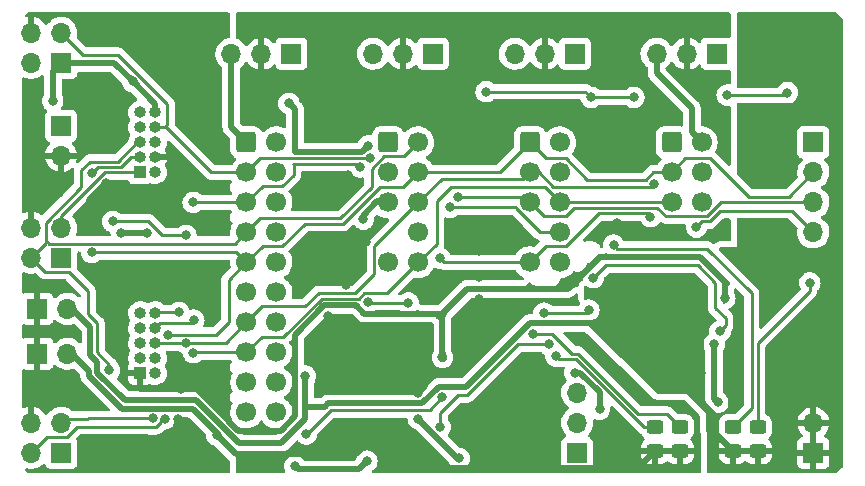
<source format=gbr>
G04 #@! TF.GenerationSoftware,KiCad,Pcbnew,(6.0.0-0)*
G04 #@! TF.CreationDate,2022-01-14T20:36:57+01:00*
G04 #@! TF.ProjectId,ATMEL-ICE-Octopus,41544d45-4c2d-4494-9345-2d4f63746f70,rev?*
G04 #@! TF.SameCoordinates,Original*
G04 #@! TF.FileFunction,Copper,L1,Top*
G04 #@! TF.FilePolarity,Positive*
%FSLAX46Y46*%
G04 Gerber Fmt 4.6, Leading zero omitted, Abs format (unit mm)*
G04 Created by KiCad (PCBNEW (6.0.0-0)) date 2022-01-14 20:36:57*
%MOMM*%
%LPD*%
G01*
G04 APERTURE LIST*
G04 Aperture macros list*
%AMRoundRect*
0 Rectangle with rounded corners*
0 $1 Rounding radius*
0 $2 $3 $4 $5 $6 $7 $8 $9 X,Y pos of 4 corners*
0 Add a 4 corners polygon primitive as box body*
4,1,4,$2,$3,$4,$5,$6,$7,$8,$9,$2,$3,0*
0 Add four circle primitives for the rounded corners*
1,1,$1+$1,$2,$3*
1,1,$1+$1,$4,$5*
1,1,$1+$1,$6,$7*
1,1,$1+$1,$8,$9*
0 Add four rect primitives between the rounded corners*
20,1,$1+$1,$2,$3,$4,$5,0*
20,1,$1+$1,$4,$5,$6,$7,0*
20,1,$1+$1,$6,$7,$8,$9,0*
20,1,$1+$1,$8,$9,$2,$3,0*%
G04 Aperture macros list end*
G04 #@! TA.AperFunction,ComponentPad*
%ADD10R,1.700000X1.700000*%
G04 #@! TD*
G04 #@! TA.AperFunction,ComponentPad*
%ADD11O,1.700000X1.700000*%
G04 #@! TD*
G04 #@! TA.AperFunction,ComponentPad*
%ADD12R,1.000000X1.000000*%
G04 #@! TD*
G04 #@! TA.AperFunction,ComponentPad*
%ADD13O,1.000000X1.000000*%
G04 #@! TD*
G04 #@! TA.AperFunction,ComponentPad*
%ADD14RoundRect,0.250000X-0.600000X-0.600000X0.600000X-0.600000X0.600000X0.600000X-0.600000X0.600000X0*%
G04 #@! TD*
G04 #@! TA.AperFunction,ComponentPad*
%ADD15C,1.700000*%
G04 #@! TD*
G04 #@! TA.AperFunction,SMDPad,CuDef*
%ADD16RoundRect,0.250000X-0.450000X0.325000X-0.450000X-0.325000X0.450000X-0.325000X0.450000X0.325000X0*%
G04 #@! TD*
G04 #@! TA.AperFunction,ViaPad*
%ADD17C,0.800000*%
G04 #@! TD*
G04 #@! TA.AperFunction,Conductor*
%ADD18C,0.490000*%
G04 #@! TD*
G04 #@! TA.AperFunction,Conductor*
%ADD19C,0.250000*%
G04 #@! TD*
G04 APERTURE END LIST*
D10*
G04 #@! TO.P,JP1,1,A*
G04 #@! TO.N,/VTG*
X92300000Y-105600000D03*
D11*
G04 #@! TO.P,JP1,2,B*
G04 #@! TO.N,VDD_RED*
X94840000Y-105600000D03*
G04 #@! TD*
D12*
G04 #@! TO.P,J1,1,Pin_1*
G04 #@! TO.N,/VTG*
X101000000Y-111040000D03*
D13*
G04 #@! TO.P,J1,2,Pin_2*
G04 #@! TO.N,/TMS*
X102270000Y-111040000D03*
G04 #@! TO.P,J1,3,Pin_3*
G04 #@! TO.N,GND*
X101000000Y-109770000D03*
G04 #@! TO.P,J1,4,Pin_4*
G04 #@! TO.N,/TCK*
X102270000Y-109770000D03*
G04 #@! TO.P,J1,5,Pin_5*
G04 #@! TO.N,GND*
X101000000Y-108500000D03*
G04 #@! TO.P,J1,6,Pin_6*
G04 #@! TO.N,/TDO*
X102270000Y-108500000D03*
G04 #@! TO.P,J1,7,Pin_7*
G04 #@! TO.N,unconnected-(J1-Pad7)*
X101000000Y-107230000D03*
G04 #@! TO.P,J1,8,Pin_8*
G04 #@! TO.N,/TDI*
X102270000Y-107230000D03*
G04 #@! TO.P,J1,9,Pin_9*
G04 #@! TO.N,GND*
X101000000Y-105960000D03*
G04 #@! TO.P,J1,10,Pin_10*
G04 #@! TO.N,/nSRST*
X102270000Y-105960000D03*
G04 #@! TD*
D14*
G04 #@! TO.P,J12,1,Pin_1*
G04 #@! TO.N,/VIN2*
X122000000Y-91500000D03*
D15*
G04 #@! TO.P,J12,2,Pin_2*
G04 #@! TO.N,/TMS*
X124540000Y-91500000D03*
G04 #@! TO.P,J12,3,Pin_3*
G04 #@! TO.N,GND*
X122000000Y-94040000D03*
G04 #@! TO.P,J12,4,Pin_4*
G04 #@! TO.N,/TCK*
X124540000Y-94040000D03*
G04 #@! TO.P,J12,5,Pin_5*
G04 #@! TO.N,GND*
X122000000Y-96580000D03*
G04 #@! TO.P,J12,6,Pin_6*
G04 #@! TO.N,/TDO*
X124540000Y-96580000D03*
G04 #@! TO.P,J12,8,Pin_8*
G04 #@! TO.N,/TDI*
X124540000Y-99120000D03*
G04 #@! TO.P,J12,9,Pin_9*
G04 #@! TO.N,GND*
X122000000Y-101660000D03*
G04 #@! TO.P,J12,10,Pin_10*
G04 #@! TO.N,/nSRST*
X124540000Y-101660000D03*
G04 #@! TD*
D10*
G04 #@! TO.P,J8,1,Pin_1*
G04 #@! TO.N,GND*
X94300000Y-90100000D03*
D11*
G04 #@! TO.P,J8,2,Pin_2*
G04 #@! TO.N,/VTG*
X94300000Y-92640000D03*
G04 #@! TD*
D10*
G04 #@! TO.P,J3,1,Pin_1*
G04 #@! TO.N,GND*
X94325000Y-101270000D03*
D11*
G04 #@! TO.P,J3,2,Pin_2*
G04 #@! TO.N,/TMS*
X91785000Y-101270000D03*
G04 #@! TO.P,J3,3,Pin_3*
G04 #@! TO.N,/TCK*
X94325000Y-98730000D03*
G04 #@! TO.P,J3,4,Pin_4*
G04 #@! TO.N,/VTG*
X91785000Y-98730000D03*
G04 #@! TD*
D10*
G04 #@! TO.P,J16,1,Pin_1*
G04 #@! TO.N,VDD_RED*
X158000000Y-117800000D03*
D11*
G04 #@! TO.P,J16,2,Pin_2*
X158000000Y-115260000D03*
G04 #@! TD*
D10*
G04 #@! TO.P,J21,1,Pin_1*
G04 #@! TO.N,unconnected-(J21-Pad1)*
X113810000Y-84000000D03*
D11*
G04 #@! TO.P,J21,2,Pin_2*
G04 #@! TO.N,VDD_BLACK*
X111270000Y-84000000D03*
G04 #@! TO.P,J21,3,Pin_3*
G04 #@! TO.N,/VIN1*
X108730000Y-84000000D03*
G04 #@! TD*
D12*
G04 #@! TO.P,J2,1,Pin_1*
G04 #@! TO.N,/TCK*
X101000000Y-94040000D03*
D13*
G04 #@! TO.P,J2,2,Pin_2*
G04 #@! TO.N,GND*
X102270000Y-94040000D03*
G04 #@! TO.P,J2,3,Pin_3*
G04 #@! TO.N,/TDO*
X101000000Y-92770000D03*
G04 #@! TO.P,J2,4,Pin_4*
G04 #@! TO.N,/VTG*
X102270000Y-92770000D03*
G04 #@! TO.P,J2,5,Pin_5*
G04 #@! TO.N,/TMS*
X101000000Y-91500000D03*
G04 #@! TO.P,J2,6,Pin_6*
G04 #@! TO.N,/nSRST*
X102270000Y-91500000D03*
G04 #@! TO.P,J2,7,Pin_7*
G04 #@! TO.N,unconnected-(J2-Pad7)*
X101000000Y-90230000D03*
G04 #@! TO.P,J2,8,Pin_8*
G04 #@! TO.N,/nTRST*
X102270000Y-90230000D03*
G04 #@! TO.P,J2,9,Pin_9*
G04 #@! TO.N,/TDI*
X101000000Y-88960000D03*
G04 #@! TO.P,J2,10,Pin_10*
G04 #@! TO.N,GND*
X102270000Y-88960000D03*
G04 #@! TD*
D16*
G04 #@! TO.P,D12,1,K*
G04 #@! TO.N,Net-(D12-Pad1)*
X153300000Y-115600000D03*
G04 #@! TO.P,D12,2,A*
G04 #@! TO.N,VDD_RED*
X153300000Y-117650000D03*
G04 #@! TD*
D10*
G04 #@! TO.P,J5,1,Pin_1*
G04 #@! TO.N,GND*
X94325000Y-84760000D03*
D11*
G04 #@! TO.P,J5,2,Pin_2*
G04 #@! TO.N,/nSRST*
X91785000Y-84760000D03*
G04 #@! TO.P,J5,3,Pin_3*
G04 #@! TO.N,/nTRST*
X94325000Y-82220000D03*
G04 #@! TO.P,J5,4,Pin_4*
G04 #@! TO.N,/VTG*
X91785000Y-82220000D03*
G04 #@! TD*
D10*
G04 #@! TO.P,J4,1,Pin_1*
G04 #@! TO.N,GND*
X94325000Y-117780000D03*
D11*
G04 #@! TO.P,J4,2,Pin_2*
G04 #@! TO.N,/TDO*
X91785000Y-117780000D03*
G04 #@! TO.P,J4,3,Pin_3*
G04 #@! TO.N,/TDI*
X94325000Y-115240000D03*
G04 #@! TO.P,J4,4,Pin_4*
G04 #@! TO.N,/VTG*
X91785000Y-115240000D03*
G04 #@! TD*
D14*
G04 #@! TO.P,J14,1,Pin_1*
G04 #@! TO.N,/TDO*
X146000000Y-91500000D03*
D15*
G04 #@! TO.P,J14,2,Pin_2*
G04 #@! TO.N,/VIN4*
X148540000Y-91500000D03*
G04 #@! TO.P,J14,3,Pin_3*
G04 #@! TO.N,/TCK*
X146000000Y-94040000D03*
G04 #@! TO.P,J14,4,Pin_4*
G04 #@! TO.N,/TDI*
X148540000Y-94040000D03*
G04 #@! TO.P,J14,5,Pin_5*
G04 #@! TO.N,/nSRST*
X146000000Y-96580000D03*
G04 #@! TO.P,J14,6,Pin_6*
G04 #@! TO.N,GND*
X148540000Y-96580000D03*
G04 #@! TD*
D14*
G04 #@! TO.P,J11,1,Pin_1*
G04 #@! TO.N,/VIN1*
X110000000Y-91500000D03*
D15*
G04 #@! TO.P,J11,2,Pin_2*
G04 #@! TO.N,unconnected-(J11-Pad2)*
X112540000Y-91500000D03*
G04 #@! TO.P,J11,3,Pin_3*
G04 #@! TO.N,/nTRST*
X110000000Y-94040000D03*
G04 #@! TO.P,J11,4,Pin_4*
G04 #@! TO.N,GND*
X112540000Y-94040000D03*
G04 #@! TO.P,J11,5,Pin_5*
G04 #@! TO.N,/TDI*
X110000000Y-96580000D03*
G04 #@! TO.P,J11,6,Pin_6*
G04 #@! TO.N,GND*
X112540000Y-96580000D03*
G04 #@! TO.P,J11,7,Pin_7*
G04 #@! TO.N,/TMS*
X110000000Y-99120000D03*
G04 #@! TO.P,J11,8,Pin_8*
G04 #@! TO.N,GND*
X112540000Y-99120000D03*
G04 #@! TO.P,J11,9,Pin_9*
G04 #@! TO.N,/TCK*
X110000000Y-101660000D03*
G04 #@! TO.P,J11,10,Pin_10*
G04 #@! TO.N,GND*
X112540000Y-101660000D03*
G04 #@! TO.P,J11,11,Pin_11*
G04 #@! TO.N,unconnected-(J11-Pad11)*
X110000000Y-104200000D03*
G04 #@! TO.P,J11,12,Pin_12*
G04 #@! TO.N,GND*
X112540000Y-104200000D03*
G04 #@! TO.P,J11,13,Pin_13*
G04 #@! TO.N,/TDO*
X110000000Y-106740000D03*
G04 #@! TO.P,J11,14,Pin_14*
G04 #@! TO.N,unconnected-(J11-Pad14)*
X112540000Y-106740000D03*
G04 #@! TO.P,J11,15,Pin_15*
G04 #@! TO.N,/nSRST*
X110000000Y-109280000D03*
G04 #@! TO.P,J11,16,Pin_16*
G04 #@! TO.N,unconnected-(J11-Pad16)*
X112540000Y-109280000D03*
G04 #@! TO.P,J11,17,Pin_17*
G04 #@! TO.N,unconnected-(J11-Pad17)*
X110000000Y-111820000D03*
G04 #@! TO.P,J11,18,Pin_18*
G04 #@! TO.N,unconnected-(J11-Pad18)*
X112540000Y-111820000D03*
G04 #@! TO.P,J11,19,Pin_19*
G04 #@! TO.N,unconnected-(J11-Pad19)*
X110000000Y-114360000D03*
G04 #@! TO.P,J11,20,Pin_20*
G04 #@! TO.N,unconnected-(J11-Pad20)*
X112540000Y-114360000D03*
G04 #@! TD*
D10*
G04 #@! TO.P,J23,1,Pin_1*
G04 #@! TO.N,unconnected-(J23-Pad1)*
X137810000Y-84000000D03*
D11*
G04 #@! TO.P,J23,2,Pin_2*
G04 #@! TO.N,VDD_BLACK*
X135270000Y-84000000D03*
G04 #@! TO.P,J23,3,Pin_3*
G04 #@! TO.N,/VIN3*
X132730000Y-84000000D03*
G04 #@! TD*
D16*
G04 #@! TO.P,D28,1,K*
G04 #@! TO.N,Net-(D28-Pad1)*
X146700000Y-115600000D03*
G04 #@! TO.P,D28,2,A*
G04 #@! TO.N,VDD_BLACK*
X146700000Y-117650000D03*
G04 #@! TD*
D10*
G04 #@! TO.P,JP2,1,A*
G04 #@! TO.N,/VTG*
X92300000Y-109400000D03*
D11*
G04 #@! TO.P,JP2,2,B*
G04 #@! TO.N,VDD_BLACK*
X94840000Y-109400000D03*
G04 #@! TD*
D14*
G04 #@! TO.P,J13,1,Pin_1*
G04 #@! TO.N,/TCK*
X134000000Y-91500000D03*
D15*
G04 #@! TO.P,J13,2,Pin_2*
G04 #@! TO.N,GND*
X136540000Y-91500000D03*
G04 #@! TO.P,J13,3,Pin_3*
G04 #@! TO.N,/TDO*
X134000000Y-94040000D03*
G04 #@! TO.P,J13,4,Pin_4*
G04 #@! TO.N,/VIN3*
X136540000Y-94040000D03*
G04 #@! TO.P,J13,5,Pin_5*
G04 #@! TO.N,/TMS*
X134000000Y-96580000D03*
G04 #@! TO.P,J13,6,Pin_6*
G04 #@! TO.N,/nSRST*
X136540000Y-96580000D03*
G04 #@! TO.P,J13,8,Pin_8*
G04 #@! TO.N,/nTRST*
X136540000Y-99120000D03*
G04 #@! TO.P,J13,9,Pin_9*
G04 #@! TO.N,/TDI*
X134000000Y-101660000D03*
G04 #@! TO.P,J13,10,Pin_10*
G04 #@! TO.N,GND*
X136540000Y-101660000D03*
G04 #@! TD*
D16*
G04 #@! TO.P,D11,1,K*
G04 #@! TO.N,Net-(D11-Pad1)*
X151200000Y-115575000D03*
G04 #@! TO.P,D11,2,A*
G04 #@! TO.N,VDD_RED*
X151200000Y-117625000D03*
G04 #@! TD*
G04 #@! TO.P,D26,1,K*
G04 #@! TO.N,Net-(D26-Pad1)*
X144600000Y-115600000D03*
G04 #@! TO.P,D26,2,A*
G04 #@! TO.N,VDD_BLACK*
X144600000Y-117650000D03*
G04 #@! TD*
D10*
G04 #@! TO.P,J15,1,Pin_1*
G04 #@! TO.N,GND*
X158000000Y-91500000D03*
D11*
G04 #@! TO.P,J15,2,Pin_2*
G04 #@! TO.N,/TCK*
X158000000Y-94040000D03*
G04 #@! TO.P,J15,3,Pin_3*
G04 #@! TO.N,/TMS*
X158000000Y-96580000D03*
G04 #@! TO.P,J15,4,Pin_4*
G04 #@! TO.N,/nSRST*
X158000000Y-99120000D03*
G04 #@! TD*
D10*
G04 #@! TO.P,J24,1,Pin_1*
G04 #@! TO.N,unconnected-(J24-Pad1)*
X149810000Y-84000000D03*
D11*
G04 #@! TO.P,J24,2,Pin_2*
G04 #@! TO.N,VDD_BLACK*
X147270000Y-84000000D03*
G04 #@! TO.P,J24,3,Pin_3*
G04 #@! TO.N,/VIN4*
X144730000Y-84000000D03*
G04 #@! TD*
D10*
G04 #@! TO.P,J9,1,Pin_1*
G04 #@! TO.N,GND*
X138000000Y-117800000D03*
D11*
G04 #@! TO.P,J9,2,Pin_2*
G04 #@! TO.N,/~{LIMIT_LOW}*
X138000000Y-115260000D03*
G04 #@! TO.P,J9,3,Pin_3*
G04 #@! TO.N,unconnected-(J9-Pad3)*
X138000000Y-112720000D03*
G04 #@! TD*
D10*
G04 #@! TO.P,J22,1,Pin_1*
G04 #@! TO.N,unconnected-(J22-Pad1)*
X125810000Y-84000000D03*
D11*
G04 #@! TO.P,J22,2,Pin_2*
G04 #@! TO.N,VDD_BLACK*
X123270000Y-84000000D03*
G04 #@! TO.P,J22,3,Pin_3*
G04 #@! TO.N,/VIN2*
X120730000Y-84000000D03*
G04 #@! TD*
D17*
G04 #@! TO.N,/VTG*
X96700000Y-96900000D03*
X94100000Y-95800000D03*
X97739511Y-102560489D03*
X97100000Y-86300000D03*
X98127153Y-94927153D03*
X96900000Y-113800000D03*
X96829491Y-91325489D03*
X104200000Y-114900000D03*
X126600000Y-109700000D03*
X96900000Y-117300000D03*
X97100000Y-82600000D03*
X104500000Y-112400000D03*
X150500000Y-104700000D03*
G04 #@! TO.N,/TMS*
X127900000Y-96124500D03*
X98400000Y-110800000D03*
G04 #@! TO.N,GND*
X114100000Y-118900000D03*
X100358561Y-86341439D03*
X120200000Y-118500000D03*
X149900000Y-113500000D03*
X124555500Y-114900000D03*
X93600000Y-88000000D03*
X101600000Y-99200000D03*
X149600000Y-108600000D03*
X119900000Y-98000000D03*
X128000000Y-118255500D03*
X99400000Y-99200000D03*
X120300000Y-91800000D03*
X137800000Y-111000000D03*
X113600000Y-88200000D03*
X139900000Y-114100000D03*
G04 #@! TO.N,/TCK*
X96895011Y-100819989D03*
X103400000Y-107775500D03*
G04 #@! TO.N,/TDO*
X104849011Y-108500000D03*
X96902555Y-94102555D03*
X103074697Y-114906801D03*
X144500000Y-95024500D03*
G04 #@! TO.N,/TDI*
X126400000Y-101300000D03*
X144200000Y-97800000D03*
X119600000Y-93589989D03*
X102075500Y-114882064D03*
X105548018Y-106551982D03*
X105500000Y-96580000D03*
G04 #@! TO.N,/nSRST*
X104875500Y-99370989D03*
X98700000Y-98200000D03*
X105500000Y-109300000D03*
X148100000Y-98675500D03*
X104300000Y-105900000D03*
G04 #@! TO.N,/nTRST*
X120500000Y-92800000D03*
X127274500Y-97000000D03*
G04 #@! TO.N,VDD_RED*
X115000000Y-111300000D03*
X157400000Y-81700000D03*
X148500000Y-104000000D03*
X148500000Y-111000000D03*
G04 #@! TO.N,Net-(D26-Pad1)*
X136200000Y-109600000D03*
X120300000Y-105000000D03*
X123700000Y-105100000D03*
G04 #@! TO.N,Net-(D11-Pad1)*
X141100000Y-100200000D03*
G04 #@! TO.N,Net-(D28-Pad1)*
X134300000Y-107700000D03*
G04 #@! TO.N,/~{LIMIT_LOW}*
X142800000Y-87700000D03*
X139200000Y-87700000D03*
X130300000Y-87200000D03*
G04 #@! TO.N,Net-(D19-Pad2)*
X155800000Y-87300000D03*
X150700000Y-87500000D03*
G04 #@! TO.N,Net-(D12-Pad1)*
X157700000Y-103400000D03*
G04 #@! TO.N,VDD_BLACK*
X129700000Y-104800000D03*
X141400000Y-93700000D03*
X141400000Y-98300000D03*
X124200000Y-109500000D03*
X124400000Y-116400000D03*
X124500008Y-112761469D03*
X116899863Y-106199863D03*
X118294511Y-82705489D03*
X118600000Y-94300000D03*
X118400000Y-103556460D03*
X107500000Y-116300000D03*
X129700000Y-100700000D03*
X129700000Y-102900000D03*
X120100000Y-99900000D03*
G04 #@! TO.N,/USE_RED*
X150100000Y-107500000D03*
X139373781Y-102964121D03*
G04 #@! TO.N,/USE_BLACK*
X135200000Y-105955500D03*
X135600000Y-108600000D03*
X139000000Y-105700000D03*
X126400000Y-115600000D03*
G04 #@! TO.N,/BLACK_OVERVOLTAGE*
X115080197Y-116190759D03*
X126600000Y-113100000D03*
G04 #@! TD*
D18*
G04 #@! TO.N,GND*
X93600000Y-85485000D02*
X94325000Y-84760000D01*
X93600000Y-88000000D02*
X93600000Y-85485000D01*
G04 #@! TO.N,/VTG*
X139900000Y-101200000D02*
X137200000Y-103900000D01*
X128700000Y-103900000D02*
X126600000Y-106000000D01*
X114100000Y-114700000D02*
X114100000Y-107805422D01*
X105800000Y-112400000D02*
X109300000Y-115900000D01*
X130200000Y-103900000D02*
X128700000Y-103900000D01*
X119300000Y-105300000D02*
X120000000Y-106000000D01*
X96700000Y-96354306D02*
X98127153Y-94927153D01*
X112900000Y-115900000D02*
X114100000Y-114700000D01*
X126600000Y-109700000D02*
X126600000Y-106000000D01*
X150500000Y-104700000D02*
X150500000Y-103300000D01*
X137200000Y-103900000D02*
X130200000Y-103900000D01*
X114100000Y-107805422D02*
X116605422Y-105300000D01*
X96700000Y-96900000D02*
X96700000Y-96354306D01*
X98127153Y-94927153D02*
X98184511Y-94984511D01*
X101000000Y-111040000D02*
X101000000Y-112400000D01*
X150500000Y-103300000D02*
X148400000Y-101200000D01*
X120000000Y-106000000D02*
X126600000Y-106000000D01*
X101000000Y-112400000D02*
X105800000Y-112400000D01*
X116605422Y-105300000D02*
X119300000Y-105300000D01*
X148400000Y-101200000D02*
X139900000Y-101200000D01*
X109300000Y-115900000D02*
X112900000Y-115900000D01*
D19*
G04 #@! TO.N,/TMS*
X109024511Y-100095489D02*
X110000000Y-99120000D01*
X137026499Y-97754511D02*
X135174511Y-97754511D01*
X92959511Y-102444511D02*
X91785000Y-101270000D01*
X96759040Y-93140960D02*
X99100000Y-93140960D01*
X93000000Y-99800000D02*
X93000000Y-100055000D01*
X96024511Y-93875489D02*
X96759040Y-93140960D01*
X99100000Y-93140960D02*
X100740960Y-91500000D01*
X135174511Y-97754511D02*
X134000000Y-96580000D01*
X149026499Y-97754511D02*
X145513501Y-97754511D01*
X110000000Y-99120000D02*
X111174511Y-97945489D01*
X97369520Y-106834098D02*
X96600000Y-106064578D01*
X127924500Y-96100000D02*
X133520000Y-96100000D01*
X137751490Y-97029520D02*
X137026499Y-97754511D01*
X93000000Y-99800000D02*
X93295489Y-100095489D01*
X97369520Y-109281534D02*
X97369520Y-106834098D01*
X93000000Y-98320422D02*
X96024511Y-95295911D01*
X120600000Y-95300000D02*
X120600000Y-93724614D01*
X94944511Y-102444511D02*
X92959511Y-102444511D01*
X111174511Y-97945489D02*
X117954511Y-97945489D01*
X96024511Y-95295911D02*
X96024511Y-93875489D01*
X120600000Y-93724614D02*
X121624614Y-92700000D01*
X117954511Y-97945489D02*
X120600000Y-95300000D01*
X144788510Y-97029520D02*
X137751490Y-97029520D01*
X150201010Y-96580000D02*
X149026499Y-97754511D01*
X127900000Y-96124500D02*
X127924500Y-96100000D01*
X93295489Y-100095489D02*
X109024511Y-100095489D01*
X121624614Y-92700000D02*
X123340000Y-92700000D01*
X96600000Y-106064578D02*
X96600000Y-104100000D01*
X93000000Y-100055000D02*
X91785000Y-101270000D01*
X145513501Y-97754511D02*
X144788510Y-97029520D01*
X123340000Y-92700000D02*
X124540000Y-91500000D01*
X93000000Y-99800000D02*
X93000000Y-98320422D01*
X96600000Y-104100000D02*
X94944511Y-102444511D01*
X98400000Y-110800000D02*
X98400000Y-110312014D01*
X98400000Y-110312014D02*
X97369520Y-109281534D01*
X158000000Y-96580000D02*
X150201010Y-96580000D01*
D18*
G04 #@! TO.N,GND*
X120200000Y-118500000D02*
X119500000Y-119200000D01*
X137800000Y-111000000D02*
X138255358Y-111000000D01*
X121100000Y-96500000D02*
X121920000Y-96500000D01*
X149900000Y-113500000D02*
X149600000Y-113200000D01*
X119804031Y-92295969D02*
X120300000Y-91800000D01*
X127855500Y-118255500D02*
X128000000Y-118255500D01*
X149600000Y-113200000D02*
X149600000Y-108600000D01*
X102270000Y-88252878D02*
X102270000Y-88960000D01*
X114400000Y-119200000D02*
X114100000Y-118900000D01*
X99400000Y-99200000D02*
X101600000Y-99200000D01*
X100358561Y-86341439D02*
X102270000Y-88252878D01*
X114100000Y-88700000D02*
X114100000Y-92295969D01*
X138255358Y-111000000D02*
X139900000Y-112644642D01*
X100358561Y-86341439D02*
X98777122Y-84760000D01*
X114100000Y-92295969D02*
X119804031Y-92295969D01*
X124555500Y-114955500D02*
X127855500Y-118255500D01*
X119900000Y-98000000D02*
X119900000Y-97700000D01*
X119500000Y-119200000D02*
X114400000Y-119200000D01*
X119900000Y-97700000D02*
X121100000Y-96500000D01*
X124555500Y-114900000D02*
X124555500Y-114955500D01*
X98777122Y-84760000D02*
X94325000Y-84760000D01*
X139900000Y-112644642D02*
X139900000Y-114100000D01*
X113600000Y-88200000D02*
X114100000Y-88700000D01*
D19*
G04 #@! TO.N,/TCK*
X152520000Y-96100000D02*
X149285489Y-92865489D01*
X109140000Y-100800000D02*
X110000000Y-101660000D01*
X135365489Y-92865489D02*
X134000000Y-91500000D01*
X121300000Y-95300000D02*
X123280000Y-95300000D01*
X144459886Y-94040000D02*
X143799886Y-94700000D01*
X107424500Y-107775500D02*
X108500000Y-106700000D01*
X97989708Y-94040000D02*
X101000000Y-94040000D01*
X96895011Y-100819989D02*
X96915000Y-100800000D01*
X108500000Y-106700000D02*
X108500000Y-103160000D01*
X118204991Y-98395009D02*
X121300000Y-95300000D01*
X110000000Y-101660000D02*
X111365489Y-100294511D01*
X137026499Y-92865489D02*
X138861010Y-94700000D01*
X103400000Y-107775500D02*
X107424500Y-107775500D01*
X147174511Y-92865489D02*
X146000000Y-94040000D01*
X94325000Y-97704708D02*
X97989708Y-94040000D01*
X135365489Y-92865489D02*
X137026499Y-92865489D01*
X149285489Y-92865489D02*
X147174511Y-92865489D01*
X96915000Y-100800000D02*
X109140000Y-100800000D01*
X113026499Y-100294511D02*
X114926001Y-98395009D01*
X146000000Y-94040000D02*
X144459886Y-94040000D01*
X94325000Y-98730000D02*
X94325000Y-97704708D01*
X131449520Y-94050480D02*
X134000000Y-91500000D01*
X111365489Y-100294511D02*
X113026499Y-100294511D01*
X155940000Y-96100000D02*
X152520000Y-96100000D01*
X114926001Y-98395009D02*
X118204991Y-98395009D01*
X143799886Y-94700000D02*
X138861010Y-94700000D01*
X124550480Y-94050480D02*
X131449520Y-94050480D01*
X123280000Y-95300000D02*
X124540000Y-94040000D01*
X158000000Y-94040000D02*
X155940000Y-96100000D01*
X108500000Y-103160000D02*
X110000000Y-101660000D01*
G04 #@! TO.N,/TDO*
X97414630Y-93590480D02*
X99400000Y-93590480D01*
X102375603Y-115606575D02*
X101775397Y-115606575D01*
X101768822Y-115600000D02*
X95626010Y-115600000D01*
X111340000Y-105400000D02*
X115000000Y-105400000D01*
X102270000Y-108500000D02*
X108240000Y-108500000D01*
X134000000Y-94040000D02*
X134740000Y-94040000D01*
X144224500Y-95300000D02*
X144500000Y-95024500D01*
X95626010Y-115600000D02*
X94811499Y-116414511D01*
X96902555Y-94102555D02*
X97414630Y-93590480D01*
X133440000Y-94600000D02*
X126520000Y-94600000D01*
X134000000Y-94040000D02*
X133440000Y-94600000D01*
X126520000Y-94600000D02*
X124540000Y-96580000D01*
X116119040Y-104280960D02*
X119219040Y-104280960D01*
X94811499Y-116414511D02*
X93150489Y-116414511D01*
X100220480Y-92770000D02*
X101000000Y-92770000D01*
X119219040Y-104280960D02*
X120825489Y-102674511D01*
X103074697Y-114906801D02*
X102800011Y-114906801D01*
X120825489Y-100294511D02*
X124540000Y-96580000D01*
X120825489Y-102674511D02*
X120825489Y-100294511D01*
X99400000Y-93590480D02*
X100220480Y-92770000D01*
X108240000Y-108500000D02*
X110000000Y-106740000D01*
X101775397Y-115606575D02*
X101768822Y-115600000D01*
X134740000Y-94040000D02*
X136000000Y-95300000D01*
X115000000Y-105400000D02*
X116119040Y-104280960D01*
X110000000Y-106740000D02*
X111340000Y-105400000D01*
X93150489Y-116414511D02*
X91785000Y-117780000D01*
X102800011Y-115182167D02*
X102375603Y-115606575D01*
X102800011Y-114906801D02*
X102800011Y-115182167D01*
X136000000Y-95300000D02*
X144224500Y-95300000D01*
G04 #@! TO.N,/TDI*
X114000000Y-93330018D02*
X114000000Y-94241010D01*
X113026499Y-95214511D02*
X111365489Y-95214511D01*
X105500000Y-96580000D02*
X110000000Y-96580000D01*
X102700000Y-106800000D02*
X102270000Y-107230000D01*
X105548018Y-106551982D02*
X105300000Y-106800000D01*
X126760000Y-101660000D02*
X134000000Y-101660000D01*
X94700000Y-114900000D02*
X96600000Y-114900000D01*
X135365489Y-100294511D02*
X134000000Y-101660000D01*
X144200000Y-97800000D02*
X143900000Y-97500000D01*
X113984991Y-93315009D02*
X114000000Y-93330018D01*
X137026499Y-100294511D02*
X135365489Y-100294511D01*
X111365489Y-95214511D02*
X110000000Y-96580000D01*
X114000000Y-94241010D02*
X113026499Y-95214511D01*
X143900000Y-97500000D02*
X139821010Y-97500000D01*
X119325020Y-93315009D02*
X113984991Y-93315009D01*
X126400000Y-101300000D02*
X126760000Y-101660000D01*
X119600000Y-93589989D02*
X119325020Y-93315009D01*
X102075500Y-114882064D02*
X96617936Y-114882064D01*
X96600000Y-114900000D02*
X96617936Y-114882064D01*
X105300000Y-106800000D02*
X102700000Y-106800000D01*
X139821010Y-97500000D02*
X137026499Y-100294511D01*
G04 #@! TO.N,/nSRST*
X146000000Y-96580000D02*
X136540000Y-96580000D01*
X126100000Y-96500000D02*
X127300000Y-95300000D01*
X110000000Y-109280000D02*
X111280000Y-108000000D01*
X126100000Y-100100000D02*
X126100000Y-96500000D01*
X119544906Y-104730480D02*
X119999897Y-104275489D01*
X116369520Y-104730480D02*
X119544906Y-104730480D01*
X148100000Y-98675500D02*
X148571478Y-98204022D01*
X135260000Y-95300000D02*
X136540000Y-96580000D01*
X105520000Y-109280000D02*
X110000000Y-109280000D01*
X150116714Y-97300000D02*
X156180000Y-97300000D01*
X111280000Y-108000000D02*
X113100000Y-108000000D01*
X119999897Y-104275489D02*
X121924511Y-104275489D01*
X121924511Y-104275489D02*
X124540000Y-101660000D01*
X156180000Y-97300000D02*
X158000000Y-99120000D01*
X127300000Y-95300000D02*
X135260000Y-95300000D01*
X148571478Y-98204022D02*
X149212693Y-98204021D01*
X104875500Y-99370989D02*
X102870989Y-99370989D01*
X124540000Y-101660000D02*
X126100000Y-100100000D01*
X104300000Y-105900000D02*
X102330000Y-105900000D01*
X102870989Y-99370989D02*
X101700000Y-98200000D01*
X113100000Y-108000000D02*
X116369520Y-104730480D01*
X149212693Y-98204021D02*
X150116714Y-97300000D01*
X101700000Y-98200000D02*
X98700000Y-98200000D01*
X105500000Y-109300000D02*
X105520000Y-109280000D01*
G04 #@! TO.N,/nTRST*
X103070000Y-90230000D02*
X103300000Y-90000000D01*
X99141720Y-84100000D02*
X96205000Y-84100000D01*
X103300000Y-88258280D02*
X99141720Y-84100000D01*
X110000000Y-94040000D02*
X107040000Y-94040000D01*
X103300000Y-90000000D02*
X103300000Y-88258280D01*
X96205000Y-84100000D02*
X94325000Y-82220000D01*
X102270000Y-90230000D02*
X103230000Y-90230000D01*
X107040000Y-94040000D02*
X103230000Y-90230000D01*
X120500000Y-92800000D02*
X120434511Y-92865489D01*
X132825489Y-97066499D02*
X134878990Y-99120000D01*
X134878990Y-99120000D02*
X136540000Y-99120000D01*
X127274500Y-97000000D02*
X132825489Y-97000000D01*
X132825489Y-97000000D02*
X132825489Y-97066499D01*
X111174511Y-92865489D02*
X110000000Y-94040000D01*
X120434511Y-92865489D02*
X111174511Y-92865489D01*
D18*
G04 #@! TO.N,VDD_RED*
X128600000Y-112200000D02*
X126294320Y-112200000D01*
X148500000Y-111000000D02*
X148500000Y-113500000D01*
X112900000Y-117000000D02*
X115000000Y-114900000D01*
X97389520Y-110106956D02*
X97389520Y-110989520D01*
X124888351Y-113605969D02*
X116933993Y-113605969D01*
X134000000Y-106800000D02*
X128600000Y-112200000D01*
X96800000Y-109517436D02*
X97389520Y-110106956D01*
X96800000Y-107135000D02*
X96800000Y-109517436D01*
X99700000Y-113300000D02*
X105700000Y-113300000D01*
X144300000Y-106800000D02*
X134000000Y-106800000D01*
X149700000Y-116125000D02*
X151200000Y-117625000D01*
X148500000Y-113500000D02*
X149700000Y-114700000D01*
X148500000Y-111000000D02*
X148500000Y-104000000D01*
X95265000Y-105600000D02*
X96800000Y-107135000D01*
X126294320Y-112200000D02*
X124888351Y-113605969D01*
X105700000Y-113300000D02*
X109400000Y-117000000D01*
X97389520Y-110989520D02*
X99700000Y-113300000D01*
X116933993Y-113605969D02*
X116639962Y-113900000D01*
X149700000Y-114700000D02*
X149700000Y-116125000D01*
X116639962Y-113900000D02*
X115000000Y-113900000D01*
X151200000Y-117625000D02*
X153275000Y-117625000D01*
X109400000Y-117000000D02*
X112900000Y-117000000D01*
X115000000Y-114900000D02*
X115000000Y-111300000D01*
X148500000Y-111000000D02*
X144300000Y-106800000D01*
D19*
G04 #@! TO.N,Net-(D26-Pad1)*
X137910300Y-109849520D02*
X143660780Y-115600000D01*
X120400000Y-105100000D02*
X120300000Y-105000000D01*
X136449520Y-109849520D02*
X137910300Y-109849520D01*
X143660780Y-115600000D02*
X144600000Y-115600000D01*
X123700000Y-105100000D02*
X120400000Y-105100000D01*
X136200000Y-109600000D02*
X136449520Y-109849520D01*
G04 #@! TO.N,Net-(D11-Pad1)*
X152800000Y-104300000D02*
X149000000Y-100500000D01*
X152800000Y-113975000D02*
X152800000Y-104300000D01*
X141400000Y-100500000D02*
X141100000Y-100200000D01*
X149000000Y-100500000D02*
X141400000Y-100500000D01*
X151200000Y-115575000D02*
X152800000Y-113975000D01*
D18*
G04 #@! TO.N,/VIN1*
X108730000Y-90230000D02*
X110000000Y-91500000D01*
X108730000Y-84000000D02*
X108730000Y-90230000D01*
G04 #@! TO.N,/VIN4*
X144730000Y-85630000D02*
X144730000Y-84000000D01*
X147700000Y-90660000D02*
X147700000Y-88600000D01*
X147700000Y-88600000D02*
X144730000Y-85630000D01*
X148540000Y-91500000D02*
X147700000Y-90660000D01*
D19*
G04 #@! TO.N,Net-(D28-Pad1)*
X137600000Y-109400000D02*
X138096498Y-109400000D01*
X143196498Y-114500000D02*
X145600000Y-114500000D01*
X134300000Y-107700000D02*
X135900000Y-107700000D01*
X145600000Y-114500000D02*
X146700000Y-115600000D01*
X135900000Y-107700000D02*
X137600000Y-109400000D01*
X138096498Y-109400000D02*
X143196498Y-114500000D01*
G04 #@! TO.N,/~{LIMIT_LOW}*
X139200000Y-87700000D02*
X142800000Y-87700000D01*
X130300000Y-87200000D02*
X138700000Y-87200000D01*
X138700000Y-87200000D02*
X139200000Y-87700000D01*
G04 #@! TO.N,Net-(D19-Pad2)*
X155600000Y-87500000D02*
X155800000Y-87300000D01*
X150700000Y-87500000D02*
X155600000Y-87500000D01*
G04 #@! TO.N,Net-(D12-Pad1)*
X153300000Y-108500000D02*
X157700000Y-104100000D01*
X157700000Y-103400000D02*
X157700000Y-104100000D01*
X153300000Y-115600000D02*
X153300000Y-108500000D01*
D18*
G04 #@! TO.N,VDD_BLACK*
X125100000Y-110400000D02*
X124200000Y-109500000D01*
X144600000Y-117650000D02*
X143155489Y-119094511D01*
X146700000Y-117650000D02*
X144600000Y-117650000D01*
X136294511Y-119094511D02*
X136289022Y-119100000D01*
X125100000Y-112161477D02*
X125100000Y-110400000D01*
X96700000Y-110835000D02*
X96700000Y-111100000D01*
X143155489Y-119094511D02*
X136294511Y-119094511D01*
X120781180Y-116400000D02*
X124400000Y-116400000D01*
X127100000Y-119100000D02*
X124400000Y-116400000D01*
X119281180Y-117900000D02*
X120781180Y-116400000D01*
X107500000Y-116075128D02*
X105462436Y-114037564D01*
X136289022Y-119100000D02*
X127100000Y-119100000D01*
X124500008Y-112761469D02*
X125100000Y-112161477D01*
X105462436Y-114037564D02*
X99462436Y-114037564D01*
X109100000Y-117900000D02*
X119281180Y-117900000D01*
X96700000Y-111275128D02*
X96700000Y-111100000D01*
X99462436Y-114037564D02*
X96700000Y-111275128D01*
X107500000Y-116300000D02*
X107500000Y-116075128D01*
X107500000Y-116300000D02*
X109100000Y-117900000D01*
X95265000Y-109400000D02*
X96700000Y-110835000D01*
D19*
G04 #@! TO.N,/USE_RED*
X149700000Y-103400000D02*
X149700000Y-105500000D01*
X149700000Y-105500000D02*
X150600000Y-106400000D01*
X148200000Y-101900000D02*
X149700000Y-103400000D01*
X140437902Y-101900000D02*
X148200000Y-101900000D01*
X150600000Y-106400000D02*
X150600000Y-107000000D01*
X139373781Y-102964121D02*
X140437902Y-101900000D01*
X150600000Y-107000000D02*
X150100000Y-107500000D01*
G04 #@! TO.N,/USE_BLACK*
X128705422Y-112900000D02*
X133005422Y-108600000D01*
X126400000Y-115600000D02*
X126400000Y-114400000D01*
X133005422Y-108600000D02*
X135600000Y-108600000D01*
X135200000Y-105955500D02*
X138744500Y-105955500D01*
X127900000Y-112900000D02*
X128705422Y-112900000D01*
X138744500Y-105955500D02*
X139000000Y-105700000D01*
X126400000Y-114400000D02*
X127900000Y-112900000D01*
G04 #@! TO.N,/BLACK_OVERVOLTAGE*
X115080197Y-116190759D02*
X115154625Y-116190759D01*
X125524511Y-114175489D02*
X126600000Y-113100000D01*
X115154625Y-116190759D02*
X117169895Y-114175489D01*
X117169895Y-114175489D02*
X125524511Y-114175489D01*
G04 #@! TD*
G04 #@! TA.AperFunction,Conductor*
G04 #@! TO.N,VDD_BLACK*
G36*
X138665260Y-107573502D02*
G01*
X138684761Y-107588955D01*
X138870389Y-107768595D01*
X144408959Y-113128502D01*
X144408971Y-113128513D01*
X144410088Y-113129594D01*
X144447858Y-113162691D01*
X144449060Y-113163644D01*
X144449075Y-113163656D01*
X144456369Y-113169435D01*
X144467360Y-113178145D01*
X144508219Y-113207355D01*
X144639745Y-113267421D01*
X144660530Y-113273524D01*
X144703543Y-113286154D01*
X144703547Y-113286155D01*
X144707866Y-113287423D01*
X144712314Y-113288063D01*
X144712321Y-113288064D01*
X144846537Y-113307361D01*
X144846544Y-113307362D01*
X144850985Y-113308000D01*
X147037390Y-113308000D01*
X147105511Y-113328002D01*
X147126485Y-113344905D01*
X148360223Y-114578643D01*
X148394249Y-114640955D01*
X148397104Y-114665267D01*
X148453429Y-117537844D01*
X148461159Y-117932073D01*
X148462629Y-118007053D01*
X148462629Y-118007054D01*
X148487658Y-119283488D01*
X148489227Y-119363530D01*
X148470564Y-119432030D01*
X148417830Y-119479565D01*
X148363251Y-119492000D01*
X120768049Y-119492000D01*
X120699928Y-119471998D01*
X120653435Y-119418342D01*
X120643331Y-119348068D01*
X120672825Y-119283488D01*
X120693988Y-119264064D01*
X120805909Y-119182749D01*
X120805911Y-119182747D01*
X120811253Y-119178866D01*
X120815675Y-119173955D01*
X120934621Y-119041852D01*
X120934622Y-119041851D01*
X120939040Y-119036944D01*
X121034527Y-118871556D01*
X121093542Y-118689928D01*
X121095746Y-118668963D01*
X121112814Y-118506565D01*
X121113504Y-118500000D01*
X121093542Y-118310072D01*
X121034527Y-118128444D01*
X120939040Y-117963056D01*
X120898065Y-117917548D01*
X120815675Y-117826045D01*
X120815674Y-117826044D01*
X120811253Y-117821134D01*
X120670067Y-117718556D01*
X120662094Y-117712763D01*
X120662093Y-117712762D01*
X120656752Y-117708882D01*
X120650724Y-117706198D01*
X120650722Y-117706197D01*
X120488319Y-117633891D01*
X120488318Y-117633891D01*
X120482288Y-117631206D01*
X120388887Y-117611353D01*
X120301944Y-117592872D01*
X120301939Y-117592872D01*
X120295487Y-117591500D01*
X120104513Y-117591500D01*
X120098061Y-117592872D01*
X120098056Y-117592872D01*
X120011113Y-117611353D01*
X119917712Y-117631206D01*
X119911682Y-117633891D01*
X119911681Y-117633891D01*
X119749278Y-117706197D01*
X119749276Y-117706198D01*
X119743248Y-117708882D01*
X119737907Y-117712762D01*
X119737906Y-117712763D01*
X119729933Y-117718556D01*
X119588747Y-117821134D01*
X119584326Y-117826044D01*
X119584325Y-117826045D01*
X119501936Y-117917548D01*
X119460960Y-117963056D01*
X119365473Y-118128444D01*
X119363432Y-118134726D01*
X119307209Y-118307761D01*
X119276471Y-118357919D01*
X119224795Y-118409595D01*
X119162483Y-118443621D01*
X119135700Y-118446500D01*
X114959963Y-118446500D01*
X114891842Y-118426498D01*
X114850844Y-118383500D01*
X114842344Y-118368778D01*
X114842341Y-118368774D01*
X114839040Y-118363056D01*
X114785647Y-118303757D01*
X114715675Y-118226045D01*
X114715674Y-118226044D01*
X114711253Y-118221134D01*
X114577844Y-118124206D01*
X114562094Y-118112763D01*
X114562093Y-118112762D01*
X114556752Y-118108882D01*
X114550724Y-118106198D01*
X114550722Y-118106197D01*
X114388319Y-118033891D01*
X114388318Y-118033891D01*
X114382288Y-118031206D01*
X114288888Y-118011353D01*
X114201944Y-117992872D01*
X114201939Y-117992872D01*
X114195487Y-117991500D01*
X114004513Y-117991500D01*
X113998061Y-117992872D01*
X113998056Y-117992872D01*
X113911112Y-118011353D01*
X113817712Y-118031206D01*
X113811682Y-118033891D01*
X113811681Y-118033891D01*
X113649278Y-118106197D01*
X113649276Y-118106198D01*
X113643248Y-118108882D01*
X113637907Y-118112762D01*
X113637906Y-118112763D01*
X113622156Y-118124206D01*
X113488747Y-118221134D01*
X113484326Y-118226044D01*
X113484325Y-118226045D01*
X113402758Y-118316635D01*
X113360960Y-118363056D01*
X113265473Y-118528444D01*
X113206458Y-118710072D01*
X113205768Y-118716633D01*
X113205768Y-118716635D01*
X113190146Y-118865271D01*
X113186496Y-118900000D01*
X113187186Y-118906565D01*
X113198966Y-119018642D01*
X113206458Y-119089928D01*
X113265473Y-119271556D01*
X113283628Y-119303001D01*
X113300365Y-119371996D01*
X113277144Y-119439088D01*
X113221337Y-119482975D01*
X113174508Y-119492000D01*
X109226000Y-119492000D01*
X109157879Y-119471998D01*
X109111386Y-119418342D01*
X109100000Y-119366000D01*
X109100000Y-117862898D01*
X109120002Y-117794777D01*
X109173658Y-117748284D01*
X109243932Y-117738180D01*
X109255947Y-117740509D01*
X109300775Y-117751478D01*
X109300778Y-117751479D01*
X109306232Y-117752813D01*
X109311834Y-117753161D01*
X109311837Y-117753161D01*
X109317306Y-117753500D01*
X109317304Y-117753533D01*
X109321390Y-117753778D01*
X109325397Y-117754136D01*
X109332562Y-117755626D01*
X109409442Y-117753546D01*
X109412850Y-117753500D01*
X112833308Y-117753500D01*
X112852258Y-117754933D01*
X112866289Y-117757068D01*
X112866295Y-117757068D01*
X112873524Y-117758168D01*
X112880816Y-117757575D01*
X112880820Y-117757575D01*
X112925815Y-117753915D01*
X112936029Y-117753500D01*
X112944002Y-117753500D01*
X112947636Y-117753076D01*
X112947642Y-117753076D01*
X112961346Y-117751478D01*
X112972024Y-117750233D01*
X112976371Y-117749803D01*
X113006290Y-117747370D01*
X113041350Y-117744518D01*
X113041352Y-117744518D01*
X113048650Y-117743924D01*
X113055617Y-117741667D01*
X113061462Y-117740499D01*
X113067249Y-117739131D01*
X113074523Y-117738283D01*
X113142687Y-117713541D01*
X113146827Y-117712119D01*
X113215803Y-117689773D01*
X113222058Y-117685977D01*
X113227475Y-117683497D01*
X113232802Y-117680830D01*
X113239683Y-117678332D01*
X113300329Y-117638571D01*
X113304017Y-117636244D01*
X113366015Y-117598623D01*
X113374331Y-117591278D01*
X113374353Y-117591303D01*
X113377399Y-117588603D01*
X113380509Y-117586003D01*
X113386623Y-117581994D01*
X113439535Y-117526139D01*
X113441912Y-117523697D01*
X114198351Y-116767259D01*
X114260663Y-116733234D01*
X114331479Y-116738299D01*
X114381081Y-116772044D01*
X114468944Y-116869625D01*
X114623445Y-116981877D01*
X114629473Y-116984561D01*
X114629475Y-116984562D01*
X114749500Y-117038000D01*
X114797909Y-117059553D01*
X114891310Y-117079406D01*
X114978253Y-117097887D01*
X114978258Y-117097887D01*
X114984710Y-117099259D01*
X115175684Y-117099259D01*
X115182136Y-117097887D01*
X115182141Y-117097887D01*
X115269084Y-117079406D01*
X115362485Y-117059553D01*
X115410894Y-117038000D01*
X115530919Y-116984562D01*
X115530921Y-116984561D01*
X115536949Y-116981877D01*
X115691450Y-116869625D01*
X115702644Y-116857193D01*
X115814818Y-116732611D01*
X115814819Y-116732610D01*
X115819237Y-116727703D01*
X115902000Y-116584353D01*
X115911420Y-116568038D01*
X115911421Y-116568037D01*
X115914724Y-116562315D01*
X115951785Y-116448255D01*
X115971699Y-116386966D01*
X115971699Y-116386964D01*
X115973739Y-116380687D01*
X115982363Y-116298635D01*
X116009376Y-116232978D01*
X116018578Y-116222710D01*
X117395394Y-114845894D01*
X117457706Y-114811868D01*
X117484489Y-114808989D01*
X123518979Y-114808989D01*
X123587100Y-114828991D01*
X123633593Y-114882647D01*
X123644289Y-114921818D01*
X123659735Y-115068774D01*
X123661958Y-115089928D01*
X123720973Y-115271556D01*
X123816460Y-115436944D01*
X123944247Y-115578866D01*
X124098748Y-115691118D01*
X124104776Y-115693802D01*
X124104778Y-115693803D01*
X124246401Y-115756857D01*
X124273212Y-115768794D01*
X124279674Y-115770168D01*
X124285948Y-115772206D01*
X124285122Y-115774749D01*
X124337667Y-115803276D01*
X127159243Y-118624853D01*
X127179267Y-118650948D01*
X127260960Y-118792444D01*
X127265378Y-118797351D01*
X127265379Y-118797352D01*
X127354837Y-118896705D01*
X127388747Y-118934366D01*
X127543248Y-119046618D01*
X127549276Y-119049302D01*
X127549278Y-119049303D01*
X127671607Y-119103767D01*
X127717712Y-119124294D01*
X127811113Y-119144147D01*
X127898056Y-119162628D01*
X127898061Y-119162628D01*
X127904513Y-119164000D01*
X128095487Y-119164000D01*
X128101939Y-119162628D01*
X128101944Y-119162628D01*
X128188887Y-119144147D01*
X128282288Y-119124294D01*
X128328393Y-119103767D01*
X128450722Y-119049303D01*
X128450724Y-119049302D01*
X128456752Y-119046618D01*
X128611253Y-118934366D01*
X128645163Y-118896705D01*
X128734621Y-118797352D01*
X128734622Y-118797351D01*
X128739040Y-118792444D01*
X128834527Y-118627056D01*
X128893542Y-118445428D01*
X128902716Y-118358148D01*
X128912814Y-118262065D01*
X128913504Y-118255500D01*
X128893542Y-118065572D01*
X128834527Y-117883944D01*
X128739040Y-117718556D01*
X128733242Y-117712116D01*
X128615675Y-117581545D01*
X128615674Y-117581544D01*
X128611253Y-117576634D01*
X128456752Y-117464382D01*
X128450724Y-117461698D01*
X128450722Y-117461697D01*
X128288319Y-117389391D01*
X128288318Y-117389391D01*
X128282288Y-117386706D01*
X128188888Y-117366853D01*
X128101944Y-117348372D01*
X128101939Y-117348372D01*
X128095487Y-117347000D01*
X128064800Y-117347000D01*
X127996679Y-117326998D01*
X127975705Y-117310095D01*
X127064162Y-116398552D01*
X127030136Y-116336240D01*
X127035201Y-116265425D01*
X127059618Y-116225152D01*
X127139040Y-116136944D01*
X127234527Y-115971556D01*
X127293542Y-115789928D01*
X127295138Y-115774749D01*
X127312814Y-115606565D01*
X127313504Y-115600000D01*
X127297709Y-115449715D01*
X127294232Y-115416635D01*
X127294232Y-115416633D01*
X127293542Y-115410072D01*
X127234527Y-115228444D01*
X127139040Y-115063056D01*
X127065863Y-114981785D01*
X127035147Y-114917779D01*
X127033500Y-114897476D01*
X127033500Y-114714594D01*
X127053502Y-114646473D01*
X127070405Y-114625499D01*
X128125499Y-113570405D01*
X128187811Y-113536379D01*
X128214594Y-113533500D01*
X128626655Y-113533500D01*
X128637838Y-113534027D01*
X128645331Y-113535702D01*
X128653257Y-113535453D01*
X128653258Y-113535453D01*
X128713408Y-113533562D01*
X128717367Y-113533500D01*
X128745278Y-113533500D01*
X128749213Y-113533003D01*
X128749278Y-113532995D01*
X128761115Y-113532062D01*
X128793373Y-113531048D01*
X128797392Y-113530922D01*
X128805311Y-113530673D01*
X128824765Y-113525021D01*
X128844122Y-113521013D01*
X128856352Y-113519468D01*
X128856353Y-113519468D01*
X128864219Y-113518474D01*
X128871590Y-113515555D01*
X128871592Y-113515555D01*
X128905334Y-113502196D01*
X128916564Y-113498351D01*
X128951405Y-113488229D01*
X128951406Y-113488229D01*
X128959015Y-113486018D01*
X128965834Y-113481985D01*
X128965839Y-113481983D01*
X128976450Y-113475707D01*
X128994198Y-113467012D01*
X129013039Y-113459552D01*
X129048809Y-113433564D01*
X129058729Y-113427048D01*
X129089957Y-113408580D01*
X129089960Y-113408578D01*
X129096784Y-113404542D01*
X129111105Y-113390221D01*
X129126139Y-113377380D01*
X129136116Y-113370131D01*
X129142529Y-113365472D01*
X129170720Y-113331395D01*
X129178710Y-113322616D01*
X133230921Y-109270405D01*
X133293233Y-109236379D01*
X133320016Y-109233500D01*
X134891800Y-109233500D01*
X134959921Y-109253502D01*
X134979147Y-109269843D01*
X134979420Y-109269540D01*
X134984332Y-109273963D01*
X134988747Y-109278866D01*
X134994086Y-109282745D01*
X135065636Y-109334729D01*
X135143248Y-109391118D01*
X135194918Y-109414123D01*
X135217435Y-109424148D01*
X135271531Y-109470129D01*
X135292180Y-109538056D01*
X135291496Y-109552425D01*
X135286496Y-109600000D01*
X135287186Y-109606565D01*
X135304120Y-109767680D01*
X135306458Y-109789928D01*
X135365473Y-109971556D01*
X135460960Y-110136944D01*
X135588747Y-110278866D01*
X135651104Y-110324171D01*
X135726385Y-110378866D01*
X135743248Y-110391118D01*
X135749276Y-110393802D01*
X135749278Y-110393803D01*
X135873049Y-110448909D01*
X135917712Y-110468794D01*
X136011113Y-110488647D01*
X136098056Y-110507128D01*
X136098061Y-110507128D01*
X136104513Y-110508500D01*
X136295487Y-110508500D01*
X136301940Y-110507128D01*
X136301944Y-110507128D01*
X136386993Y-110489050D01*
X136417148Y-110486359D01*
X136421633Y-110486500D01*
X136429463Y-110487740D01*
X136437355Y-110486994D01*
X136473481Y-110483579D01*
X136485339Y-110483020D01*
X136839300Y-110483020D01*
X136907421Y-110503022D01*
X136953914Y-110556678D01*
X136964018Y-110626952D01*
X136959133Y-110647956D01*
X136906458Y-110810072D01*
X136905768Y-110816633D01*
X136905768Y-110816635D01*
X136905094Y-110823051D01*
X136886496Y-111000000D01*
X136887186Y-111006565D01*
X136901913Y-111146680D01*
X136906458Y-111189928D01*
X136965473Y-111371556D01*
X136968776Y-111377278D01*
X136968777Y-111377279D01*
X137032248Y-111487213D01*
X137060960Y-111536944D01*
X137065380Y-111541853D01*
X137075134Y-111552686D01*
X137105851Y-111616694D01*
X137097086Y-111687147D01*
X137072591Y-111724047D01*
X137021939Y-111777052D01*
X136940629Y-111862138D01*
X136814743Y-112046680D01*
X136720688Y-112249305D01*
X136660989Y-112464570D01*
X136637251Y-112686695D01*
X136637548Y-112691848D01*
X136637548Y-112691851D01*
X136647101Y-112857529D01*
X136650110Y-112909715D01*
X136651247Y-112914761D01*
X136651248Y-112914767D01*
X136667957Y-112988909D01*
X136699222Y-113127639D01*
X136783266Y-113334616D01*
X136789245Y-113344373D01*
X136883603Y-113498351D01*
X136899987Y-113525088D01*
X137046250Y-113693938D01*
X137143084Y-113774331D01*
X137207481Y-113827794D01*
X137218126Y-113836632D01*
X137263284Y-113863020D01*
X137291445Y-113879476D01*
X137340169Y-113931114D01*
X137353240Y-114000897D01*
X137326509Y-114066669D01*
X137286055Y-114100027D01*
X137283222Y-114101502D01*
X137273607Y-114106507D01*
X137269474Y-114109610D01*
X137269471Y-114109612D01*
X137166918Y-114186611D01*
X137094965Y-114240635D01*
X137041860Y-114296206D01*
X136990147Y-114350321D01*
X136940629Y-114402138D01*
X136814743Y-114586680D01*
X136767716Y-114687992D01*
X136725534Y-114778866D01*
X136720688Y-114789305D01*
X136660989Y-115004570D01*
X136637251Y-115226695D01*
X136637548Y-115231848D01*
X136637548Y-115231851D01*
X136643011Y-115326590D01*
X136650110Y-115449715D01*
X136651247Y-115454761D01*
X136651248Y-115454767D01*
X136671119Y-115542939D01*
X136699222Y-115667639D01*
X136783266Y-115874616D01*
X136785965Y-115879020D01*
X136894662Y-116056398D01*
X136899987Y-116065088D01*
X137046250Y-116233938D01*
X137050230Y-116237242D01*
X137054981Y-116241187D01*
X137094616Y-116300090D01*
X137096113Y-116371071D01*
X137058997Y-116431593D01*
X137018725Y-116456112D01*
X136937039Y-116486735D01*
X136903295Y-116499385D01*
X136786739Y-116586739D01*
X136699385Y-116703295D01*
X136648255Y-116839684D01*
X136641500Y-116901866D01*
X136641500Y-118698134D01*
X136648255Y-118760316D01*
X136699385Y-118896705D01*
X136786739Y-119013261D01*
X136903295Y-119100615D01*
X137039684Y-119151745D01*
X137101866Y-119158500D01*
X138898134Y-119158500D01*
X138960316Y-119151745D01*
X139096705Y-119100615D01*
X139213261Y-119013261D01*
X139300615Y-118896705D01*
X139351745Y-118760316D01*
X139358500Y-118698134D01*
X139358500Y-118022095D01*
X143392001Y-118022095D01*
X143392338Y-118028614D01*
X143402257Y-118124206D01*
X143405149Y-118137600D01*
X143456588Y-118291784D01*
X143462761Y-118304962D01*
X143548063Y-118442807D01*
X143557099Y-118454208D01*
X143671829Y-118568739D01*
X143683240Y-118577751D01*
X143821243Y-118662816D01*
X143834424Y-118668963D01*
X143988710Y-118720138D01*
X144002086Y-118723005D01*
X144096438Y-118732672D01*
X144102854Y-118733000D01*
X144327885Y-118733000D01*
X144343124Y-118728525D01*
X144344329Y-118727135D01*
X144346000Y-118719452D01*
X144346000Y-118714884D01*
X144854000Y-118714884D01*
X144858475Y-118730123D01*
X144859865Y-118731328D01*
X144867548Y-118732999D01*
X145097095Y-118732999D01*
X145103614Y-118732662D01*
X145199206Y-118722743D01*
X145212600Y-118719851D01*
X145366784Y-118668412D01*
X145379962Y-118662239D01*
X145517807Y-118576937D01*
X145529208Y-118567901D01*
X145560871Y-118536183D01*
X145623154Y-118502104D01*
X145693974Y-118507107D01*
X145739063Y-118536029D01*
X145771829Y-118568739D01*
X145783240Y-118577751D01*
X145921243Y-118662816D01*
X145934424Y-118668963D01*
X146088710Y-118720138D01*
X146102086Y-118723005D01*
X146196438Y-118732672D01*
X146202854Y-118733000D01*
X146427885Y-118733000D01*
X146443124Y-118728525D01*
X146444329Y-118727135D01*
X146446000Y-118719452D01*
X146446000Y-118714884D01*
X146954000Y-118714884D01*
X146958475Y-118730123D01*
X146959865Y-118731328D01*
X146967548Y-118732999D01*
X147197095Y-118732999D01*
X147203614Y-118732662D01*
X147299206Y-118722743D01*
X147312600Y-118719851D01*
X147466784Y-118668412D01*
X147479962Y-118662239D01*
X147617807Y-118576937D01*
X147629208Y-118567901D01*
X147743739Y-118453171D01*
X147752751Y-118441760D01*
X147837816Y-118303757D01*
X147843963Y-118290576D01*
X147895138Y-118136290D01*
X147898005Y-118122914D01*
X147907672Y-118028562D01*
X147908000Y-118022146D01*
X147908000Y-117922115D01*
X147903525Y-117906876D01*
X147902135Y-117905671D01*
X147894452Y-117904000D01*
X146972115Y-117904000D01*
X146956876Y-117908475D01*
X146955671Y-117909865D01*
X146954000Y-117917548D01*
X146954000Y-118714884D01*
X146446000Y-118714884D01*
X146446000Y-117922115D01*
X146441525Y-117906876D01*
X146440135Y-117905671D01*
X146432452Y-117904000D01*
X144872115Y-117904000D01*
X144856876Y-117908475D01*
X144855671Y-117909865D01*
X144854000Y-117917548D01*
X144854000Y-118714884D01*
X144346000Y-118714884D01*
X144346000Y-117922115D01*
X144341525Y-117906876D01*
X144340135Y-117905671D01*
X144332452Y-117904000D01*
X143410116Y-117904000D01*
X143394877Y-117908475D01*
X143393672Y-117909865D01*
X143392001Y-117917548D01*
X143392001Y-118022095D01*
X139358500Y-118022095D01*
X139358500Y-116901866D01*
X139351745Y-116839684D01*
X139300615Y-116703295D01*
X139213261Y-116586739D01*
X139096705Y-116499385D01*
X139062961Y-116486735D01*
X138978203Y-116454960D01*
X138921439Y-116412318D01*
X138896739Y-116345756D01*
X138911947Y-116276408D01*
X138933493Y-116247727D01*
X139014328Y-116167174D01*
X139038096Y-116143489D01*
X139084718Y-116078608D01*
X139165435Y-115966277D01*
X139168453Y-115962077D01*
X139256778Y-115783365D01*
X139265136Y-115766453D01*
X139265137Y-115766451D01*
X139267430Y-115761811D01*
X139299900Y-115654940D01*
X139330865Y-115553023D01*
X139330865Y-115553021D01*
X139332370Y-115548069D01*
X139361529Y-115326590D01*
X139363156Y-115260000D01*
X139347435Y-115068774D01*
X139346056Y-115052004D01*
X139360409Y-114982473D01*
X139410075Y-114931741D01*
X139479284Y-114915913D01*
X139522880Y-114926573D01*
X139611677Y-114966108D01*
X139611685Y-114966111D01*
X139617712Y-114968794D01*
X139711112Y-114988647D01*
X139798056Y-115007128D01*
X139798061Y-115007128D01*
X139804513Y-115008500D01*
X139995487Y-115008500D01*
X140001939Y-115007128D01*
X140001944Y-115007128D01*
X140088888Y-114988647D01*
X140182288Y-114968794D01*
X140188321Y-114966108D01*
X140350722Y-114893803D01*
X140350724Y-114893802D01*
X140356752Y-114891118D01*
X140368412Y-114882647D01*
X140465830Y-114811868D01*
X140511253Y-114778866D01*
X140585885Y-114695979D01*
X140634621Y-114641852D01*
X140634622Y-114641851D01*
X140639040Y-114636944D01*
X140708579Y-114516500D01*
X140731223Y-114477279D01*
X140731224Y-114477278D01*
X140734527Y-114471556D01*
X140793542Y-114289928D01*
X140805778Y-114173514D01*
X140812814Y-114106565D01*
X140813504Y-114100000D01*
X140804859Y-114017745D01*
X140797684Y-113949479D01*
X140810456Y-113879641D01*
X140858958Y-113827794D01*
X140927791Y-113810400D01*
X140995101Y-113832981D01*
X141012089Y-113847214D01*
X143157128Y-115992253D01*
X143164668Y-116000539D01*
X143168780Y-116007018D01*
X143174557Y-116012443D01*
X143218431Y-116053643D01*
X143221273Y-116056398D01*
X143241010Y-116076135D01*
X143244207Y-116078615D01*
X143253227Y-116086318D01*
X143285459Y-116116586D01*
X143292405Y-116120405D01*
X143292408Y-116120407D01*
X143303214Y-116126348D01*
X143319733Y-116137199D01*
X143335739Y-116149614D01*
X143343008Y-116152759D01*
X143343012Y-116152762D01*
X143376317Y-116167174D01*
X143386975Y-116172395D01*
X143400221Y-116179677D01*
X143450280Y-116230019D01*
X143453624Y-116236644D01*
X143456132Y-116241998D01*
X143458450Y-116248946D01*
X143551522Y-116399348D01*
X143676697Y-116524305D01*
X143681235Y-116527102D01*
X143721824Y-116584353D01*
X143725054Y-116655276D01*
X143689428Y-116716687D01*
X143680932Y-116724062D01*
X143670793Y-116732098D01*
X143556261Y-116846829D01*
X143547249Y-116858240D01*
X143462184Y-116996243D01*
X143456037Y-117009424D01*
X143404862Y-117163710D01*
X143401995Y-117177086D01*
X143392328Y-117271438D01*
X143392000Y-117277855D01*
X143392000Y-117377885D01*
X143396475Y-117393124D01*
X143397865Y-117394329D01*
X143405548Y-117396000D01*
X147889884Y-117396000D01*
X147905123Y-117391525D01*
X147906328Y-117390135D01*
X147907999Y-117382452D01*
X147907999Y-117277905D01*
X147907662Y-117271386D01*
X147897743Y-117175794D01*
X147894851Y-117162400D01*
X147843412Y-117008216D01*
X147837239Y-116995038D01*
X147751937Y-116857193D01*
X147742901Y-116845792D01*
X147628172Y-116731262D01*
X147619238Y-116724206D01*
X147578177Y-116666288D01*
X147574947Y-116595365D01*
X147610574Y-116533954D01*
X147618407Y-116527154D01*
X147624348Y-116523478D01*
X147749305Y-116398303D01*
X147762663Y-116376632D01*
X147838275Y-116253968D01*
X147838276Y-116253966D01*
X147842115Y-116247738D01*
X147897797Y-116079861D01*
X147899762Y-116060689D01*
X147902909Y-116029969D01*
X147908500Y-115975400D01*
X147908500Y-115224600D01*
X147897526Y-115118834D01*
X147841550Y-114951054D01*
X147748478Y-114800652D01*
X147623303Y-114675695D01*
X147617072Y-114671854D01*
X147478968Y-114586725D01*
X147478966Y-114586724D01*
X147472738Y-114582885D01*
X147392995Y-114556436D01*
X147311389Y-114529368D01*
X147311387Y-114529368D01*
X147304861Y-114527203D01*
X147298025Y-114526503D01*
X147298022Y-114526502D01*
X147254969Y-114522091D01*
X147200400Y-114516500D01*
X146564595Y-114516500D01*
X146496474Y-114496498D01*
X146475500Y-114479595D01*
X146103652Y-114107747D01*
X146096112Y-114099461D01*
X146092000Y-114092982D01*
X146042348Y-114046356D01*
X146039507Y-114043602D01*
X146019770Y-114023865D01*
X146016573Y-114021385D01*
X146007551Y-114013680D01*
X145996558Y-114003357D01*
X145975321Y-113983414D01*
X145968375Y-113979595D01*
X145968372Y-113979593D01*
X145957566Y-113973652D01*
X145941047Y-113962801D01*
X145940583Y-113962441D01*
X145925041Y-113950386D01*
X145917772Y-113947241D01*
X145917768Y-113947238D01*
X145884463Y-113932826D01*
X145873813Y-113927609D01*
X145835060Y-113906305D01*
X145815437Y-113901267D01*
X145796734Y-113894863D01*
X145785420Y-113889967D01*
X145785419Y-113889967D01*
X145778145Y-113886819D01*
X145770322Y-113885580D01*
X145770312Y-113885577D01*
X145734476Y-113879901D01*
X145722856Y-113877495D01*
X145687711Y-113868472D01*
X145687710Y-113868472D01*
X145680030Y-113866500D01*
X145659776Y-113866500D01*
X145640065Y-113864949D01*
X145627886Y-113863020D01*
X145620057Y-113861780D01*
X145612165Y-113862526D01*
X145576039Y-113865941D01*
X145564181Y-113866500D01*
X143511093Y-113866500D01*
X143442972Y-113846498D01*
X143421998Y-113829595D01*
X138600150Y-109007747D01*
X138592610Y-108999461D01*
X138588498Y-108992982D01*
X138538846Y-108946356D01*
X138536005Y-108943602D01*
X138516268Y-108923865D01*
X138513071Y-108921385D01*
X138504049Y-108913680D01*
X138477598Y-108888841D01*
X138471819Y-108883414D01*
X138464873Y-108879595D01*
X138464870Y-108879593D01*
X138454064Y-108873652D01*
X138437545Y-108862801D01*
X138437081Y-108862441D01*
X138421539Y-108850386D01*
X138414270Y-108847241D01*
X138414266Y-108847238D01*
X138380961Y-108832826D01*
X138370311Y-108827609D01*
X138331558Y-108806305D01*
X138311935Y-108801267D01*
X138293232Y-108794863D01*
X138281918Y-108789967D01*
X138281917Y-108789967D01*
X138274643Y-108786819D01*
X138266820Y-108785580D01*
X138266810Y-108785577D01*
X138230974Y-108779901D01*
X138219354Y-108777495D01*
X138184209Y-108768472D01*
X138184208Y-108768472D01*
X138176528Y-108766500D01*
X138156274Y-108766500D01*
X138136563Y-108764949D01*
X138124384Y-108763020D01*
X138116555Y-108761780D01*
X138108663Y-108762526D01*
X138072537Y-108765941D01*
X138060679Y-108766500D01*
X137914594Y-108766500D01*
X137846473Y-108746498D01*
X137825503Y-108729599D01*
X136864498Y-107768593D01*
X136830474Y-107706283D01*
X136835539Y-107635467D01*
X136878086Y-107578632D01*
X136944606Y-107553821D01*
X136953595Y-107553500D01*
X138597139Y-107553500D01*
X138665260Y-107573502D01*
G37*
G04 #@! TD.AperFunction*
G04 #@! TA.AperFunction,Conductor*
G36*
X138010032Y-104259743D02*
G01*
X138066868Y-104302290D01*
X138091679Y-104368810D01*
X138092000Y-104377799D01*
X138092000Y-104700629D01*
X138092283Y-104717571D01*
X138092563Y-104725962D01*
X138093408Y-104742850D01*
X138123471Y-104884282D01*
X138147965Y-104950919D01*
X138216652Y-105078148D01*
X138221061Y-105082599D01*
X138245075Y-105147934D01*
X138228473Y-105219324D01*
X138212856Y-105246374D01*
X138205565Y-105259002D01*
X138154181Y-105307994D01*
X138096447Y-105322000D01*
X135908200Y-105322000D01*
X135840079Y-105301998D01*
X135820853Y-105285657D01*
X135820580Y-105285960D01*
X135815668Y-105281537D01*
X135811253Y-105276634D01*
X135656752Y-105164382D01*
X135650724Y-105161698D01*
X135650722Y-105161697D01*
X135488319Y-105089391D01*
X135488318Y-105089391D01*
X135482288Y-105086706D01*
X135388888Y-105066853D01*
X135301944Y-105048372D01*
X135301939Y-105048372D01*
X135295487Y-105047000D01*
X135104513Y-105047000D01*
X135098061Y-105048372D01*
X135098056Y-105048372D01*
X135011112Y-105066853D01*
X134917712Y-105086706D01*
X134911682Y-105089391D01*
X134911681Y-105089391D01*
X134749278Y-105161697D01*
X134749276Y-105161698D01*
X134743248Y-105164382D01*
X134588747Y-105276634D01*
X134460960Y-105418556D01*
X134365473Y-105583944D01*
X134306458Y-105765572D01*
X134305768Y-105772133D01*
X134305768Y-105772135D01*
X134288790Y-105933671D01*
X134261777Y-105999327D01*
X134203555Y-106039957D01*
X134163480Y-106046500D01*
X134066692Y-106046500D01*
X134047742Y-106045067D01*
X134033711Y-106042932D01*
X134033705Y-106042932D01*
X134026476Y-106041832D01*
X134019184Y-106042425D01*
X134019180Y-106042425D01*
X133974185Y-106046085D01*
X133963971Y-106046500D01*
X133955998Y-106046500D01*
X133952364Y-106046924D01*
X133952358Y-106046924D01*
X133939432Y-106048431D01*
X133927976Y-106049767D01*
X133923629Y-106050197D01*
X133893710Y-106052630D01*
X133858650Y-106055482D01*
X133858648Y-106055482D01*
X133851350Y-106056076D01*
X133844383Y-106058333D01*
X133838538Y-106059501D01*
X133832751Y-106060869D01*
X133825477Y-106061717D01*
X133818595Y-106064215D01*
X133757322Y-106086456D01*
X133753173Y-106087881D01*
X133684197Y-106110227D01*
X133677942Y-106114023D01*
X133672525Y-106116503D01*
X133667198Y-106119170D01*
X133660317Y-106121668D01*
X133599671Y-106161429D01*
X133595983Y-106163756D01*
X133533985Y-106201377D01*
X133525668Y-106208722D01*
X133525646Y-106208697D01*
X133522581Y-106211416D01*
X133519503Y-106213990D01*
X133513377Y-106218006D01*
X133508341Y-106223322D01*
X133508340Y-106223323D01*
X133460466Y-106273860D01*
X133458088Y-106276302D01*
X128324795Y-111409595D01*
X128262483Y-111443621D01*
X128235700Y-111446500D01*
X126361005Y-111446500D01*
X126342055Y-111445067D01*
X126328030Y-111442933D01*
X126328026Y-111442933D01*
X126320796Y-111441833D01*
X126313504Y-111442426D01*
X126313501Y-111442426D01*
X126268519Y-111446085D01*
X126258304Y-111446500D01*
X126250318Y-111446500D01*
X126246683Y-111446924D01*
X126246680Y-111446924D01*
X126228917Y-111448995D01*
X126222270Y-111449770D01*
X126217899Y-111450203D01*
X126145670Y-111456077D01*
X126138706Y-111458333D01*
X126132836Y-111459506D01*
X126127068Y-111460870D01*
X126119797Y-111461717D01*
X126051609Y-111486468D01*
X126047478Y-111487886D01*
X126021797Y-111496206D01*
X125985480Y-111507971D01*
X125985478Y-111507972D01*
X125978517Y-111510227D01*
X125972261Y-111514023D01*
X125966843Y-111516504D01*
X125961518Y-111519170D01*
X125954637Y-111521668D01*
X125893991Y-111561429D01*
X125890303Y-111563756D01*
X125828305Y-111601377D01*
X125819988Y-111608722D01*
X125819966Y-111608697D01*
X125816901Y-111611416D01*
X125813823Y-111613990D01*
X125807697Y-111618006D01*
X125802661Y-111623322D01*
X125802660Y-111623323D01*
X125754786Y-111673860D01*
X125752408Y-111676302D01*
X124613146Y-112815564D01*
X124550834Y-112849590D01*
X124524051Y-112852469D01*
X117000684Y-112852469D01*
X116981734Y-112851036D01*
X116967703Y-112848901D01*
X116967699Y-112848901D01*
X116960469Y-112847801D01*
X116953177Y-112848394D01*
X116953173Y-112848394D01*
X116908178Y-112852054D01*
X116897964Y-112852469D01*
X116889991Y-112852469D01*
X116886357Y-112852893D01*
X116886351Y-112852893D01*
X116873425Y-112854400D01*
X116861969Y-112855736D01*
X116857622Y-112856166D01*
X116840864Y-112857529D01*
X116792640Y-112861451D01*
X116792636Y-112861452D01*
X116785343Y-112862045D01*
X116778381Y-112864300D01*
X116772547Y-112865466D01*
X116766744Y-112866838D01*
X116759470Y-112867686D01*
X116691290Y-112892434D01*
X116687162Y-112893851D01*
X116625152Y-112913939D01*
X116625147Y-112913941D01*
X116618190Y-112916195D01*
X116611937Y-112919989D01*
X116606532Y-112922464D01*
X116601187Y-112925141D01*
X116594310Y-112927637D01*
X116533647Y-112967410D01*
X116529983Y-112969720D01*
X116513892Y-112979485D01*
X116472773Y-113004436D01*
X116472770Y-113004438D01*
X116467978Y-113007346D01*
X116463780Y-113011053D01*
X116463775Y-113011057D01*
X116459662Y-113014690D01*
X116459640Y-113014665D01*
X116456572Y-113017386D01*
X116453492Y-113019961D01*
X116447370Y-113023975D01*
X116442337Y-113029288D01*
X116394459Y-113079829D01*
X116392081Y-113082271D01*
X116364757Y-113109595D01*
X116302445Y-113143621D01*
X116275662Y-113146500D01*
X115879500Y-113146500D01*
X115811379Y-113126498D01*
X115764886Y-113072842D01*
X115753500Y-113020500D01*
X115753500Y-111845660D01*
X115770381Y-111782660D01*
X115831223Y-111677279D01*
X115831224Y-111677278D01*
X115834527Y-111671556D01*
X115893542Y-111489928D01*
X115896740Y-111459506D01*
X115912814Y-111306565D01*
X115913504Y-111300000D01*
X115901245Y-111183365D01*
X115894232Y-111116635D01*
X115894232Y-111116633D01*
X115893542Y-111110072D01*
X115834527Y-110928444D01*
X115739040Y-110763056D01*
X115659499Y-110674716D01*
X115615675Y-110626045D01*
X115615674Y-110626044D01*
X115611253Y-110621134D01*
X115456752Y-110508882D01*
X115450724Y-110506198D01*
X115450722Y-110506197D01*
X115288319Y-110433891D01*
X115288318Y-110433891D01*
X115282288Y-110431206D01*
X115188887Y-110411353D01*
X115101944Y-110392872D01*
X115101939Y-110392872D01*
X115095487Y-110391500D01*
X114979500Y-110391500D01*
X114911379Y-110371498D01*
X114864886Y-110317842D01*
X114853500Y-110265500D01*
X114853500Y-108169721D01*
X114873502Y-108101600D01*
X114890405Y-108080626D01*
X116880627Y-106090405D01*
X116942939Y-106056379D01*
X116969722Y-106053500D01*
X118935701Y-106053500D01*
X119003822Y-106073502D01*
X119024796Y-106090405D01*
X119420038Y-106485647D01*
X119432426Y-106500062D01*
X119440829Y-106511482D01*
X119440833Y-106511486D01*
X119445173Y-106517384D01*
X119450757Y-106522128D01*
X119450758Y-106522129D01*
X119485157Y-106551353D01*
X119492673Y-106558283D01*
X119498309Y-106563919D01*
X119501185Y-106566194D01*
X119501189Y-106566198D01*
X119520436Y-106581426D01*
X119523835Y-106584213D01*
X119548567Y-106605224D01*
X119579078Y-106631145D01*
X119585597Y-106634474D01*
X119590562Y-106637785D01*
X119595622Y-106640910D01*
X119601361Y-106645451D01*
X119607988Y-106648548D01*
X119607991Y-106648550D01*
X119667051Y-106676152D01*
X119671003Y-106678084D01*
X119729045Y-106707722D01*
X119729047Y-106707723D01*
X119735563Y-106711050D01*
X119742671Y-106712789D01*
X119748225Y-106714855D01*
X119753905Y-106716745D01*
X119760539Y-106719845D01*
X119831514Y-106734608D01*
X119835802Y-106735579D01*
X119852457Y-106739654D01*
X119906232Y-106752813D01*
X119911834Y-106753161D01*
X119911837Y-106753161D01*
X119917306Y-106753500D01*
X119917304Y-106753533D01*
X119921390Y-106753778D01*
X119925397Y-106754136D01*
X119932562Y-106755626D01*
X120009442Y-106753546D01*
X120012850Y-106753500D01*
X125720500Y-106753500D01*
X125788621Y-106773502D01*
X125835114Y-106827158D01*
X125846500Y-106879500D01*
X125846500Y-109154340D01*
X125829619Y-109217340D01*
X125765473Y-109328444D01*
X125706458Y-109510072D01*
X125705768Y-109516633D01*
X125705768Y-109516635D01*
X125697696Y-109593435D01*
X125686496Y-109700000D01*
X125687186Y-109706565D01*
X125696608Y-109796206D01*
X125706458Y-109889928D01*
X125765473Y-110071556D01*
X125768776Y-110077278D01*
X125768777Y-110077279D01*
X125799924Y-110131226D01*
X125860960Y-110236944D01*
X125865378Y-110241851D01*
X125865379Y-110241852D01*
X125886672Y-110265500D01*
X125988747Y-110378866D01*
X126143248Y-110491118D01*
X126149276Y-110493802D01*
X126149278Y-110493803D01*
X126299975Y-110560897D01*
X126317712Y-110568794D01*
X126411113Y-110588647D01*
X126498056Y-110607128D01*
X126498061Y-110607128D01*
X126504513Y-110608500D01*
X126695487Y-110608500D01*
X126701939Y-110607128D01*
X126701944Y-110607128D01*
X126788887Y-110588647D01*
X126882288Y-110568794D01*
X126900025Y-110560897D01*
X127050722Y-110493803D01*
X127050724Y-110493802D01*
X127056752Y-110491118D01*
X127211253Y-110378866D01*
X127313328Y-110265500D01*
X127334621Y-110241852D01*
X127334622Y-110241851D01*
X127339040Y-110236944D01*
X127400076Y-110131226D01*
X127431223Y-110077279D01*
X127431224Y-110077278D01*
X127434527Y-110071556D01*
X127493542Y-109889928D01*
X127503393Y-109796206D01*
X127512814Y-109706565D01*
X127513504Y-109700000D01*
X127502304Y-109593435D01*
X127494232Y-109516635D01*
X127494232Y-109516633D01*
X127493542Y-109510072D01*
X127434527Y-109328444D01*
X127370381Y-109217340D01*
X127353500Y-109154340D01*
X127353500Y-106364299D01*
X127373502Y-106296178D01*
X127390405Y-106275204D01*
X128975205Y-104690405D01*
X129037517Y-104656379D01*
X129064300Y-104653500D01*
X137133308Y-104653500D01*
X137152258Y-104654933D01*
X137166289Y-104657068D01*
X137166295Y-104657068D01*
X137173524Y-104658168D01*
X137180816Y-104657575D01*
X137180820Y-104657575D01*
X137225815Y-104653915D01*
X137236029Y-104653500D01*
X137244002Y-104653500D01*
X137247636Y-104653076D01*
X137247642Y-104653076D01*
X137260568Y-104651569D01*
X137272024Y-104650233D01*
X137276371Y-104649803D01*
X137306290Y-104647370D01*
X137341350Y-104644518D01*
X137341352Y-104644518D01*
X137348650Y-104643924D01*
X137355617Y-104641667D01*
X137361462Y-104640499D01*
X137367249Y-104639131D01*
X137374523Y-104638283D01*
X137442687Y-104613541D01*
X137446827Y-104612119D01*
X137515803Y-104589773D01*
X137522058Y-104585977D01*
X137527475Y-104583497D01*
X137532802Y-104580830D01*
X137539683Y-104578332D01*
X137600329Y-104538571D01*
X137604017Y-104536244D01*
X137666015Y-104498623D01*
X137672365Y-104493015D01*
X137674331Y-104491278D01*
X137674353Y-104491303D01*
X137677399Y-104488603D01*
X137680509Y-104486003D01*
X137686623Y-104481994D01*
X137739553Y-104426120D01*
X137741930Y-104423679D01*
X137876905Y-104288704D01*
X137939217Y-104254678D01*
X138010032Y-104259743D01*
G37*
G04 #@! TD.AperFunction*
G04 #@! TA.AperFunction,Conductor*
G36*
X125971138Y-102103536D02*
G01*
X126111677Y-102166108D01*
X126111685Y-102166111D01*
X126117712Y-102168794D01*
X126211112Y-102188647D01*
X126298056Y-102207128D01*
X126298061Y-102207128D01*
X126304513Y-102208500D01*
X126406291Y-102208500D01*
X126456331Y-102218863D01*
X126475537Y-102227174D01*
X126486187Y-102232391D01*
X126524940Y-102253695D01*
X126532615Y-102255666D01*
X126532616Y-102255666D01*
X126544562Y-102258733D01*
X126563267Y-102265137D01*
X126581855Y-102273181D01*
X126589678Y-102274420D01*
X126589688Y-102274423D01*
X126625524Y-102280099D01*
X126637144Y-102282505D01*
X126668760Y-102290622D01*
X126679970Y-102293500D01*
X126700224Y-102293500D01*
X126719934Y-102295051D01*
X126739943Y-102298220D01*
X126747835Y-102297474D01*
X126783961Y-102294059D01*
X126795819Y-102293500D01*
X132724274Y-102293500D01*
X132792395Y-102313502D01*
X132831707Y-102353665D01*
X132899987Y-102465088D01*
X133046250Y-102633938D01*
X133218126Y-102776632D01*
X133411000Y-102889338D01*
X133415825Y-102891180D01*
X133415826Y-102891181D01*
X133446227Y-102902790D01*
X133502730Y-102945778D01*
X133527023Y-103012489D01*
X133511393Y-103081744D01*
X133460801Y-103131554D01*
X133401278Y-103146500D01*
X128766685Y-103146500D01*
X128747735Y-103145067D01*
X128733710Y-103142933D01*
X128733706Y-103142933D01*
X128726476Y-103141833D01*
X128719184Y-103142426D01*
X128719181Y-103142426D01*
X128674199Y-103146085D01*
X128663984Y-103146500D01*
X128655998Y-103146500D01*
X128652363Y-103146924D01*
X128652360Y-103146924D01*
X128634597Y-103148995D01*
X128627950Y-103149770D01*
X128623579Y-103150203D01*
X128551350Y-103156077D01*
X128544386Y-103158333D01*
X128538516Y-103159506D01*
X128532748Y-103160870D01*
X128525477Y-103161717D01*
X128457289Y-103186468D01*
X128453158Y-103187886D01*
X128418887Y-103198989D01*
X128391157Y-103207972D01*
X128391155Y-103207973D01*
X128384197Y-103210227D01*
X128377941Y-103214023D01*
X128372518Y-103216506D01*
X128367198Y-103219170D01*
X128360317Y-103221668D01*
X128338142Y-103236207D01*
X128299702Y-103261409D01*
X128295982Y-103263756D01*
X128252555Y-103290108D01*
X128233984Y-103301377D01*
X128225668Y-103308722D01*
X128225646Y-103308698D01*
X128222584Y-103311413D01*
X128219500Y-103313991D01*
X128213377Y-103318006D01*
X128161644Y-103372617D01*
X128160466Y-103373860D01*
X128158088Y-103376302D01*
X126324795Y-105209595D01*
X126262483Y-105243621D01*
X126235700Y-105246500D01*
X124738044Y-105246500D01*
X124669923Y-105226498D01*
X124623430Y-105172842D01*
X124613687Y-105113171D01*
X124612814Y-105113171D01*
X124612814Y-105107825D01*
X124612734Y-105107335D01*
X124612814Y-105106574D01*
X124612814Y-105106565D01*
X124613504Y-105100000D01*
X124593542Y-104910072D01*
X124534527Y-104728444D01*
X124528250Y-104717571D01*
X124468189Y-104613544D01*
X124439040Y-104563056D01*
X124414890Y-104536234D01*
X124315675Y-104426045D01*
X124315674Y-104426044D01*
X124311253Y-104421134D01*
X124175589Y-104322568D01*
X124162094Y-104312763D01*
X124162093Y-104312762D01*
X124156752Y-104308882D01*
X124150724Y-104306198D01*
X124150722Y-104306197D01*
X123988319Y-104233891D01*
X123988318Y-104233891D01*
X123982288Y-104231206D01*
X123888888Y-104211353D01*
X123801944Y-104192872D01*
X123801939Y-104192872D01*
X123795487Y-104191500D01*
X123604513Y-104191500D01*
X123598061Y-104192872D01*
X123598056Y-104192872D01*
X123511112Y-104211353D01*
X123417712Y-104231206D01*
X123411682Y-104233891D01*
X123411681Y-104233891D01*
X123249278Y-104306197D01*
X123249276Y-104306198D01*
X123243248Y-104308882D01*
X123237907Y-104312762D01*
X123237906Y-104312763D01*
X123148392Y-104377799D01*
X123088747Y-104421134D01*
X123084332Y-104426037D01*
X123079420Y-104430460D01*
X123078295Y-104429211D01*
X123024986Y-104462051D01*
X122991800Y-104466500D01*
X122933594Y-104466500D01*
X122865473Y-104446498D01*
X122818980Y-104392842D01*
X122808876Y-104322568D01*
X122838370Y-104257988D01*
X122844499Y-104251405D01*
X124084549Y-103011355D01*
X124146861Y-102977329D01*
X124198762Y-102976979D01*
X124378597Y-103013567D01*
X124383772Y-103013757D01*
X124383774Y-103013757D01*
X124596673Y-103021564D01*
X124596677Y-103021564D01*
X124601837Y-103021753D01*
X124606957Y-103021097D01*
X124606959Y-103021097D01*
X124818288Y-102994025D01*
X124818289Y-102994025D01*
X124823416Y-102993368D01*
X124830096Y-102991364D01*
X125032429Y-102930661D01*
X125032434Y-102930659D01*
X125037384Y-102929174D01*
X125237994Y-102830896D01*
X125419860Y-102701173D01*
X125578096Y-102543489D01*
X125661056Y-102428038D01*
X125705435Y-102366277D01*
X125708453Y-102362077D01*
X125712611Y-102353665D01*
X125785033Y-102207128D01*
X125806934Y-102162815D01*
X125855046Y-102110609D01*
X125923747Y-102092702D01*
X125971138Y-102103536D01*
G37*
G04 #@! TD.AperFunction*
G04 #@! TA.AperFunction,Conductor*
G36*
X121133909Y-97635866D02*
G01*
X121170361Y-97656977D01*
X121218126Y-97696632D01*
X121411000Y-97809338D01*
X121415825Y-97811180D01*
X121415826Y-97811181D01*
X121471783Y-97832549D01*
X121619692Y-97889030D01*
X121624760Y-97890061D01*
X121624763Y-97890062D01*
X121729471Y-97911365D01*
X121838597Y-97933567D01*
X121843771Y-97933757D01*
X121843773Y-97933757D01*
X121911293Y-97936233D01*
X121985649Y-97938959D01*
X122052990Y-97961443D01*
X122097486Y-98016767D01*
X122105008Y-98087364D01*
X122070126Y-98153969D01*
X120433236Y-99790859D01*
X120424950Y-99798399D01*
X120418471Y-99802511D01*
X120413046Y-99808288D01*
X120371846Y-99852162D01*
X120369091Y-99855004D01*
X120349354Y-99874741D01*
X120346874Y-99877938D01*
X120339171Y-99886958D01*
X120308903Y-99919190D01*
X120305084Y-99926136D01*
X120305082Y-99926139D01*
X120299141Y-99936945D01*
X120288290Y-99953464D01*
X120275875Y-99969470D01*
X120272730Y-99976739D01*
X120272727Y-99976743D01*
X120258315Y-100010048D01*
X120253098Y-100020698D01*
X120231794Y-100059451D01*
X120229823Y-100067126D01*
X120229823Y-100067127D01*
X120226756Y-100079073D01*
X120220352Y-100097777D01*
X120212308Y-100116366D01*
X120211069Y-100124189D01*
X120211066Y-100124199D01*
X120205390Y-100160035D01*
X120202984Y-100171655D01*
X120198862Y-100187711D01*
X120191989Y-100214481D01*
X120191989Y-100234735D01*
X120190438Y-100254445D01*
X120187269Y-100274454D01*
X120188015Y-100282346D01*
X120191430Y-100318472D01*
X120191989Y-100330330D01*
X120191989Y-102359917D01*
X120171987Y-102428038D01*
X120155084Y-102449012D01*
X118993540Y-103610555D01*
X118931228Y-103644581D01*
X118904445Y-103647460D01*
X116197808Y-103647460D01*
X116186625Y-103646933D01*
X116179132Y-103645258D01*
X116171206Y-103645507D01*
X116171205Y-103645507D01*
X116111042Y-103647398D01*
X116107084Y-103647460D01*
X116079184Y-103647460D01*
X116075194Y-103647964D01*
X116063360Y-103648896D01*
X116019151Y-103650286D01*
X116011535Y-103652499D01*
X116011533Y-103652499D01*
X115999692Y-103655939D01*
X115980333Y-103659948D01*
X115979023Y-103660114D01*
X115960243Y-103662486D01*
X115952877Y-103665402D01*
X115952871Y-103665404D01*
X115919138Y-103678760D01*
X115907908Y-103682605D01*
X115873057Y-103692730D01*
X115865447Y-103694941D01*
X115858624Y-103698976D01*
X115848006Y-103705255D01*
X115830253Y-103713952D01*
X115822608Y-103716979D01*
X115811423Y-103721408D01*
X115805008Y-103726069D01*
X115775652Y-103747397D01*
X115765735Y-103753911D01*
X115727678Y-103776418D01*
X115713357Y-103790739D01*
X115698324Y-103803579D01*
X115681933Y-103815488D01*
X115676883Y-103821592D01*
X115676878Y-103821597D01*
X115653747Y-103849558D01*
X115645757Y-103858339D01*
X114774499Y-104729596D01*
X114712187Y-104763621D01*
X114685404Y-104766500D01*
X113957745Y-104766500D01*
X113889624Y-104746498D01*
X113843131Y-104692842D01*
X113833027Y-104622568D01*
X113837186Y-104603872D01*
X113872370Y-104488069D01*
X113901529Y-104266590D01*
X113902427Y-104229834D01*
X113903074Y-104203365D01*
X113903074Y-104203361D01*
X113903156Y-104200000D01*
X113884852Y-103977361D01*
X113830431Y-103760702D01*
X113741354Y-103555840D01*
X113640535Y-103399997D01*
X113622822Y-103372617D01*
X113622820Y-103372614D01*
X113620014Y-103368277D01*
X113469670Y-103203051D01*
X113465619Y-103199852D01*
X113465615Y-103199848D01*
X113298414Y-103067800D01*
X113298410Y-103067798D01*
X113294359Y-103064598D01*
X113253053Y-103041796D01*
X113203084Y-102991364D01*
X113188312Y-102921921D01*
X113213428Y-102855516D01*
X113240780Y-102828909D01*
X113302788Y-102784679D01*
X113419860Y-102701173D01*
X113578096Y-102543489D01*
X113661056Y-102428038D01*
X113705435Y-102366277D01*
X113708453Y-102362077D01*
X113712611Y-102353665D01*
X113805136Y-102166453D01*
X113805137Y-102166451D01*
X113807430Y-102161811D01*
X113872370Y-101948069D01*
X113901529Y-101726590D01*
X113903156Y-101660000D01*
X113884852Y-101437361D01*
X113830431Y-101220702D01*
X113741354Y-101015840D01*
X113620014Y-100828277D01*
X113600118Y-100806411D01*
X113590676Y-100796035D01*
X113559624Y-100732189D01*
X113568019Y-100661690D01*
X113594774Y-100622140D01*
X115151500Y-99065414D01*
X115213812Y-99031388D01*
X115240595Y-99028509D01*
X118126224Y-99028509D01*
X118137407Y-99029036D01*
X118144900Y-99030711D01*
X118152826Y-99030462D01*
X118152827Y-99030462D01*
X118212977Y-99028571D01*
X118216936Y-99028509D01*
X118244847Y-99028509D01*
X118248782Y-99028012D01*
X118248847Y-99028004D01*
X118260684Y-99027071D01*
X118292942Y-99026057D01*
X118296961Y-99025931D01*
X118304880Y-99025682D01*
X118324334Y-99020030D01*
X118343691Y-99016022D01*
X118355921Y-99014477D01*
X118355922Y-99014477D01*
X118363788Y-99013483D01*
X118371159Y-99010564D01*
X118371161Y-99010564D01*
X118404903Y-98997205D01*
X118416133Y-98993360D01*
X118450974Y-98983238D01*
X118450975Y-98983238D01*
X118458584Y-98981027D01*
X118465403Y-98976994D01*
X118465408Y-98976992D01*
X118476019Y-98970716D01*
X118493767Y-98962021D01*
X118512608Y-98954561D01*
X118548378Y-98928573D01*
X118558298Y-98922057D01*
X118589526Y-98903589D01*
X118589529Y-98903587D01*
X118596353Y-98899551D01*
X118610674Y-98885230D01*
X118625708Y-98872389D01*
X118630656Y-98868794D01*
X118642098Y-98860481D01*
X118670289Y-98826404D01*
X118678279Y-98817625D01*
X118972134Y-98523770D01*
X119034446Y-98489744D01*
X119105261Y-98494809D01*
X119160849Y-98537044D01*
X119160960Y-98536944D01*
X119161486Y-98537529D01*
X119161488Y-98537531D01*
X119165381Y-98541854D01*
X119277261Y-98666109D01*
X119288747Y-98678866D01*
X119364759Y-98734092D01*
X119427577Y-98779732D01*
X119443248Y-98791118D01*
X119449276Y-98793802D01*
X119449278Y-98793803D01*
X119611389Y-98865979D01*
X119617712Y-98868794D01*
X119695037Y-98885230D01*
X119798056Y-98907128D01*
X119798061Y-98907128D01*
X119804513Y-98908500D01*
X119995487Y-98908500D01*
X120001939Y-98907128D01*
X120001944Y-98907128D01*
X120104963Y-98885230D01*
X120182288Y-98868794D01*
X120188611Y-98865979D01*
X120350722Y-98793803D01*
X120350724Y-98793802D01*
X120356752Y-98791118D01*
X120372424Y-98779732D01*
X120435241Y-98734092D01*
X120511253Y-98678866D01*
X120519087Y-98670166D01*
X120634621Y-98541852D01*
X120634622Y-98541851D01*
X120639040Y-98536944D01*
X120712977Y-98408881D01*
X120731223Y-98377279D01*
X120731224Y-98377278D01*
X120734527Y-98371556D01*
X120793542Y-98189928D01*
X120797322Y-98153969D01*
X120812814Y-98006565D01*
X120813504Y-98000000D01*
X120809489Y-97961797D01*
X120805720Y-97925940D01*
X120818492Y-97856101D01*
X120841935Y-97823674D01*
X121000782Y-97664827D01*
X121063094Y-97630801D01*
X121133909Y-97635866D01*
G37*
G04 #@! TD.AperFunction*
G04 #@! TA.AperFunction,Conductor*
G36*
X132512517Y-97653502D02*
G01*
X132533491Y-97670405D01*
X133456888Y-98593803D01*
X134375338Y-99512253D01*
X134382878Y-99520539D01*
X134386990Y-99527018D01*
X134392767Y-99532443D01*
X134436641Y-99573643D01*
X134439483Y-99576398D01*
X134459220Y-99596135D01*
X134462417Y-99598615D01*
X134471437Y-99606318D01*
X134503669Y-99636586D01*
X134510615Y-99640405D01*
X134510618Y-99640407D01*
X134521424Y-99646348D01*
X134537943Y-99657199D01*
X134553949Y-99669614D01*
X134561218Y-99672759D01*
X134561222Y-99672762D01*
X134594527Y-99687174D01*
X134605177Y-99692391D01*
X134643930Y-99713695D01*
X134651605Y-99715666D01*
X134651606Y-99715666D01*
X134663552Y-99718733D01*
X134682256Y-99725137D01*
X134692942Y-99729761D01*
X134700845Y-99733181D01*
X134708668Y-99734420D01*
X134708671Y-99734421D01*
X134735174Y-99738619D01*
X134741541Y-99739627D01*
X134805694Y-99770040D01*
X134843220Y-99830309D01*
X134842206Y-99901298D01*
X134810924Y-99953172D01*
X134626503Y-100137592D01*
X134457344Y-100306751D01*
X134395032Y-100340776D01*
X134346153Y-100341702D01*
X134133373Y-100303800D01*
X134133367Y-100303799D01*
X134128284Y-100302894D01*
X134054452Y-100301992D01*
X133910081Y-100300228D01*
X133910079Y-100300228D01*
X133904911Y-100300165D01*
X133684091Y-100333955D01*
X133471756Y-100403357D01*
X133273607Y-100506507D01*
X133269474Y-100509610D01*
X133269471Y-100509612D01*
X133119598Y-100622140D01*
X133094965Y-100640635D01*
X132940629Y-100802138D01*
X132937720Y-100806403D01*
X132937714Y-100806411D01*
X132825095Y-100971504D01*
X132770184Y-101016507D01*
X132721007Y-101026500D01*
X127357932Y-101026500D01*
X127289811Y-101006498D01*
X127243318Y-100952842D01*
X127238099Y-100939438D01*
X127236567Y-100934723D01*
X127234527Y-100928444D01*
X127139040Y-100763056D01*
X127072526Y-100689184D01*
X127015675Y-100626045D01*
X127015674Y-100626044D01*
X127011253Y-100621134D01*
X126878383Y-100524598D01*
X126862094Y-100512763D01*
X126862093Y-100512762D01*
X126856752Y-100508882D01*
X126850726Y-100506199D01*
X126850719Y-100506195D01*
X126767645Y-100469209D01*
X126713549Y-100423229D01*
X126692899Y-100355302D01*
X126696849Y-100322775D01*
X126697954Y-100318472D01*
X126698732Y-100315440D01*
X126705138Y-100296730D01*
X126710033Y-100285419D01*
X126713181Y-100278145D01*
X126714421Y-100270317D01*
X126714423Y-100270310D01*
X126720099Y-100234476D01*
X126722505Y-100222856D01*
X126731528Y-100187711D01*
X126731528Y-100187710D01*
X126733500Y-100180030D01*
X126733500Y-100159776D01*
X126735051Y-100140065D01*
X126736980Y-100127886D01*
X126738220Y-100120057D01*
X126734059Y-100076038D01*
X126733500Y-100064181D01*
X126733500Y-97947632D01*
X126753502Y-97879511D01*
X126807158Y-97833018D01*
X126877432Y-97822914D01*
X126910748Y-97832525D01*
X126986177Y-97866108D01*
X126986185Y-97866111D01*
X126992212Y-97868794D01*
X127085612Y-97888647D01*
X127172556Y-97907128D01*
X127172561Y-97907128D01*
X127179013Y-97908500D01*
X127369987Y-97908500D01*
X127376439Y-97907128D01*
X127376444Y-97907128D01*
X127463388Y-97888647D01*
X127556788Y-97868794D01*
X127594964Y-97851797D01*
X127725222Y-97793803D01*
X127725224Y-97793802D01*
X127731252Y-97791118D01*
X127789348Y-97748909D01*
X127880414Y-97682745D01*
X127885753Y-97678866D01*
X127890168Y-97673963D01*
X127895080Y-97669540D01*
X127896205Y-97670789D01*
X127949514Y-97637949D01*
X127982700Y-97633500D01*
X132444396Y-97633500D01*
X132512517Y-97653502D01*
G37*
G04 #@! TD.AperFunction*
G04 #@! TA.AperFunction,Conductor*
G36*
X150934121Y-97953502D02*
G01*
X150980614Y-98007158D01*
X150992000Y-98059500D01*
X150992000Y-99766000D01*
X150971998Y-99834121D01*
X150918342Y-99880614D01*
X150866000Y-99892000D01*
X150100095Y-99892000D01*
X150093767Y-99892113D01*
X150082505Y-99892314D01*
X150082465Y-99892315D01*
X150081966Y-99892324D01*
X150078754Y-99892439D01*
X150073535Y-99892625D01*
X150073527Y-99892625D01*
X150072977Y-99892645D01*
X150054864Y-99893615D01*
X150049918Y-99894691D01*
X149917983Y-99923392D01*
X149917979Y-99923393D01*
X149913576Y-99924351D01*
X149909357Y-99925925D01*
X149909349Y-99925927D01*
X149852214Y-99947238D01*
X149847056Y-99949162D01*
X149720157Y-100018454D01*
X149686101Y-100052510D01*
X149657567Y-100081043D01*
X149595254Y-100115068D01*
X149524439Y-100110002D01*
X149482220Y-100083798D01*
X149442350Y-100046358D01*
X149439507Y-100043602D01*
X149419770Y-100023865D01*
X149416573Y-100021385D01*
X149407551Y-100013680D01*
X149403683Y-100010048D01*
X149375321Y-99983414D01*
X149368375Y-99979595D01*
X149368372Y-99979593D01*
X149357566Y-99973652D01*
X149341047Y-99962801D01*
X149340583Y-99962441D01*
X149325041Y-99950386D01*
X149317772Y-99947241D01*
X149317768Y-99947238D01*
X149284463Y-99932826D01*
X149273813Y-99927609D01*
X149235060Y-99906305D01*
X149215437Y-99901267D01*
X149196734Y-99894863D01*
X149185420Y-99889967D01*
X149185419Y-99889967D01*
X149178145Y-99886819D01*
X149170322Y-99885580D01*
X149170312Y-99885577D01*
X149134476Y-99879901D01*
X149122856Y-99877495D01*
X149087711Y-99868472D01*
X149087710Y-99868472D01*
X149080030Y-99866500D01*
X149059776Y-99866500D01*
X149040065Y-99864949D01*
X149027886Y-99863020D01*
X149020057Y-99861780D01*
X149012165Y-99862526D01*
X148976039Y-99865941D01*
X148964181Y-99866500D01*
X142029245Y-99866500D01*
X141961124Y-99846498D01*
X141920126Y-99803500D01*
X141842342Y-99668774D01*
X141842339Y-99668769D01*
X141839040Y-99663056D01*
X141833767Y-99657199D01*
X141715675Y-99526045D01*
X141715674Y-99526044D01*
X141711253Y-99521134D01*
X141556752Y-99408882D01*
X141550724Y-99406198D01*
X141550722Y-99406197D01*
X141388319Y-99333891D01*
X141388318Y-99333891D01*
X141382288Y-99331206D01*
X141288887Y-99311353D01*
X141201944Y-99292872D01*
X141201939Y-99292872D01*
X141195487Y-99291500D01*
X141004513Y-99291500D01*
X140998061Y-99292872D01*
X140998056Y-99292872D01*
X140911113Y-99311353D01*
X140817712Y-99331206D01*
X140811682Y-99333891D01*
X140811681Y-99333891D01*
X140649278Y-99406197D01*
X140649276Y-99406198D01*
X140643248Y-99408882D01*
X140488747Y-99521134D01*
X140484326Y-99526044D01*
X140484325Y-99526045D01*
X140366234Y-99657199D01*
X140360960Y-99663056D01*
X140265473Y-99828444D01*
X140206458Y-100010072D01*
X140205768Y-100016633D01*
X140205768Y-100016635D01*
X140198196Y-100088677D01*
X140186496Y-100200000D01*
X140197620Y-100305833D01*
X140197777Y-100307329D01*
X140185005Y-100377168D01*
X140136503Y-100429014D01*
X140072467Y-100446500D01*
X140053325Y-100446500D01*
X139985204Y-100426498D01*
X139938711Y-100372842D01*
X139932429Y-100355998D01*
X139930474Y-100349338D01*
X139922674Y-100322775D01*
X139907553Y-100271277D01*
X139907552Y-100271275D01*
X139905013Y-100262628D01*
X139826841Y-100140990D01*
X139815487Y-100127886D01*
X139783288Y-100090727D01*
X139780348Y-100087334D01*
X139671072Y-99992645D01*
X139662743Y-99988841D01*
X139588190Y-99954794D01*
X139539546Y-99932579D01*
X139508258Y-99923392D01*
X139475748Y-99913846D01*
X139475744Y-99913845D01*
X139471425Y-99912577D01*
X139466977Y-99911937D01*
X139466970Y-99911936D01*
X139332754Y-99892639D01*
X139332747Y-99892638D01*
X139328306Y-99892000D01*
X138726000Y-99892000D01*
X138631713Y-99902137D01*
X138561845Y-99889532D01*
X138509883Y-99841153D01*
X138492325Y-99772362D01*
X138514746Y-99704999D01*
X138529150Y-99687764D01*
X140046509Y-98170405D01*
X140108821Y-98136379D01*
X140135604Y-98133500D01*
X143270755Y-98133500D01*
X143338876Y-98153502D01*
X143379874Y-98196500D01*
X143457658Y-98331226D01*
X143457660Y-98331229D01*
X143460960Y-98336944D01*
X143465378Y-98341851D01*
X143465379Y-98341852D01*
X143573263Y-98461669D01*
X143588747Y-98478866D01*
X143743248Y-98591118D01*
X143749276Y-98593802D01*
X143749278Y-98593803D01*
X143905556Y-98663382D01*
X143917712Y-98668794D01*
X143983365Y-98682749D01*
X144098056Y-98707128D01*
X144098061Y-98707128D01*
X144104513Y-98708500D01*
X144295487Y-98708500D01*
X144301939Y-98707128D01*
X144301944Y-98707128D01*
X144416635Y-98682749D01*
X144482288Y-98668794D01*
X144494444Y-98663382D01*
X144650722Y-98593803D01*
X144650724Y-98593802D01*
X144656752Y-98591118D01*
X144811253Y-98478866D01*
X144826737Y-98461669D01*
X144934621Y-98341852D01*
X144934622Y-98341851D01*
X144939040Y-98336944D01*
X144955201Y-98308952D01*
X145006583Y-98259959D01*
X145076296Y-98246522D01*
X145136115Y-98269158D01*
X145138180Y-98271097D01*
X145145123Y-98274914D01*
X145145127Y-98274917D01*
X145155935Y-98280859D01*
X145172454Y-98291710D01*
X145188460Y-98304125D01*
X145195729Y-98307270D01*
X145195733Y-98307273D01*
X145229038Y-98321685D01*
X145239688Y-98326902D01*
X145278441Y-98348206D01*
X145286116Y-98350177D01*
X145286117Y-98350177D01*
X145298063Y-98353244D01*
X145316768Y-98359648D01*
X145335356Y-98367692D01*
X145343179Y-98368931D01*
X145343189Y-98368934D01*
X145379025Y-98374610D01*
X145390645Y-98377016D01*
X145425790Y-98386039D01*
X145433471Y-98388011D01*
X145453725Y-98388011D01*
X145473435Y-98389562D01*
X145493444Y-98392731D01*
X145501336Y-98391985D01*
X145537462Y-98388570D01*
X145549320Y-98388011D01*
X147076775Y-98388011D01*
X147144896Y-98408013D01*
X147191389Y-98461669D01*
X147202085Y-98527181D01*
X147186496Y-98675500D01*
X147187186Y-98682065D01*
X147203584Y-98838080D01*
X147206458Y-98865428D01*
X147265473Y-99047056D01*
X147268776Y-99052778D01*
X147268777Y-99052779D01*
X147276072Y-99065414D01*
X147360960Y-99212444D01*
X147365378Y-99217351D01*
X147365379Y-99217352D01*
X147440115Y-99300355D01*
X147488747Y-99354366D01*
X147517442Y-99375214D01*
X147636877Y-99461989D01*
X147643248Y-99466618D01*
X147649276Y-99469302D01*
X147649278Y-99469303D01*
X147811681Y-99541609D01*
X147817712Y-99544294D01*
X147911112Y-99564147D01*
X147998056Y-99582628D01*
X147998061Y-99582628D01*
X148004513Y-99584000D01*
X148195487Y-99584000D01*
X148201939Y-99582628D01*
X148201944Y-99582628D01*
X148288888Y-99564147D01*
X148382288Y-99544294D01*
X148388319Y-99541609D01*
X148550722Y-99469303D01*
X148550724Y-99469302D01*
X148556752Y-99466618D01*
X148563124Y-99461989D01*
X148682558Y-99375214D01*
X148711253Y-99354366D01*
X148759885Y-99300355D01*
X148834621Y-99217352D01*
X148834622Y-99217351D01*
X148839040Y-99212444D01*
X148923928Y-99065414D01*
X148931223Y-99052779D01*
X148931224Y-99052778D01*
X148934527Y-99047056D01*
X148964581Y-98954561D01*
X148974321Y-98924584D01*
X149014395Y-98865979D01*
X149079792Y-98838342D01*
X149094154Y-98837521D01*
X149133924Y-98837521D01*
X149145111Y-98838048D01*
X149152602Y-98839723D01*
X149160526Y-98839474D01*
X149160527Y-98839474D01*
X149220678Y-98837583D01*
X149224637Y-98837521D01*
X149252550Y-98837521D01*
X149256475Y-98837025D01*
X149256479Y-98837025D01*
X149256533Y-98837018D01*
X149256557Y-98837015D01*
X149268387Y-98836083D01*
X149312582Y-98834694D01*
X149320194Y-98832482D01*
X149320197Y-98832482D01*
X149332033Y-98829043D01*
X149351393Y-98825034D01*
X149352650Y-98824875D01*
X149371491Y-98822495D01*
X149378857Y-98819578D01*
X149378863Y-98819577D01*
X149412609Y-98806216D01*
X149423838Y-98802371D01*
X149466286Y-98790039D01*
X149483721Y-98779728D01*
X149501471Y-98771033D01*
X149512936Y-98766494D01*
X149512944Y-98766490D01*
X149520311Y-98763573D01*
X149556086Y-98737581D01*
X149566006Y-98731065D01*
X149604055Y-98708563D01*
X149618377Y-98694241D01*
X149633411Y-98681400D01*
X149636899Y-98678866D01*
X149649801Y-98669492D01*
X149654852Y-98663387D01*
X149654857Y-98663382D01*
X149677993Y-98635416D01*
X149685981Y-98626638D01*
X150342214Y-97970405D01*
X150404526Y-97936379D01*
X150431309Y-97933500D01*
X150866000Y-97933500D01*
X150934121Y-97953502D01*
G37*
G04 #@! TD.AperFunction*
G04 #@! TA.AperFunction,Conductor*
G36*
X118753322Y-93968511D02*
G01*
X118794319Y-94011508D01*
X118860960Y-94126933D01*
X118988747Y-94268855D01*
X119032696Y-94300786D01*
X119106173Y-94354170D01*
X119143248Y-94381107D01*
X119149276Y-94383791D01*
X119149278Y-94383792D01*
X119245043Y-94426429D01*
X119317712Y-94458783D01*
X119411112Y-94478636D01*
X119498056Y-94497117D01*
X119498061Y-94497117D01*
X119504513Y-94498489D01*
X119695487Y-94498489D01*
X119701939Y-94497117D01*
X119701944Y-94497117D01*
X119814303Y-94473234D01*
X119885094Y-94478636D01*
X119941727Y-94521453D01*
X119966220Y-94588091D01*
X119966500Y-94596481D01*
X119966500Y-94985405D01*
X119946498Y-95053526D01*
X119929595Y-95074500D01*
X117729011Y-97275084D01*
X117666699Y-97309110D01*
X117639916Y-97311989D01*
X113896491Y-97311989D01*
X113828370Y-97291987D01*
X113781877Y-97238331D01*
X113771773Y-97168057D01*
X113783533Y-97130163D01*
X113805138Y-97086448D01*
X113807430Y-97081811D01*
X113839900Y-96974940D01*
X113870865Y-96873023D01*
X113870865Y-96873021D01*
X113872370Y-96868069D01*
X113901529Y-96646590D01*
X113901611Y-96643240D01*
X113903074Y-96583365D01*
X113903074Y-96583361D01*
X113903156Y-96580000D01*
X113884852Y-96357361D01*
X113830431Y-96140702D01*
X113741354Y-95935840D01*
X113671670Y-95828125D01*
X113622824Y-95752620D01*
X113622822Y-95752617D01*
X113620014Y-95748277D01*
X113590676Y-95716035D01*
X113559624Y-95652189D01*
X113568019Y-95581690D01*
X113594774Y-95542140D01*
X114392247Y-94744667D01*
X114400537Y-94737123D01*
X114407018Y-94733010D01*
X114453659Y-94683342D01*
X114456413Y-94680501D01*
X114476134Y-94660780D01*
X114478612Y-94657585D01*
X114486318Y-94648563D01*
X114511158Y-94622111D01*
X114516586Y-94616331D01*
X114526346Y-94598578D01*
X114537199Y-94582055D01*
X114544753Y-94572316D01*
X114549613Y-94566051D01*
X114567176Y-94525467D01*
X114572383Y-94514837D01*
X114593695Y-94476070D01*
X114595666Y-94468393D01*
X114595668Y-94468388D01*
X114598732Y-94456452D01*
X114605138Y-94437740D01*
X114610033Y-94426429D01*
X114613181Y-94419155D01*
X114614421Y-94411327D01*
X114614423Y-94411320D01*
X114620099Y-94375486D01*
X114622505Y-94363866D01*
X114631528Y-94328721D01*
X114631528Y-94328720D01*
X114633500Y-94321040D01*
X114633500Y-94300786D01*
X114635051Y-94281075D01*
X114636372Y-94272738D01*
X114638220Y-94261067D01*
X114634059Y-94217048D01*
X114633500Y-94205191D01*
X114633500Y-94074509D01*
X114653502Y-94006388D01*
X114707158Y-93959895D01*
X114759500Y-93948509D01*
X118685201Y-93948509D01*
X118753322Y-93968511D01*
G37*
G04 #@! TD.AperFunction*
G04 #@! TA.AperFunction,Conductor*
G36*
X150934121Y-80528002D02*
G01*
X150980614Y-80581658D01*
X150992000Y-80634000D01*
X150992000Y-82549562D01*
X150971998Y-82617683D01*
X150918342Y-82664176D01*
X150848068Y-82674280D01*
X150821771Y-82667544D01*
X150777718Y-82651029D01*
X150777712Y-82651027D01*
X150770316Y-82648255D01*
X150708134Y-82641500D01*
X148911866Y-82641500D01*
X148849684Y-82648255D01*
X148713295Y-82699385D01*
X148596739Y-82786739D01*
X148509385Y-82903295D01*
X148506233Y-82911703D01*
X148506232Y-82911705D01*
X148464722Y-83022433D01*
X148422081Y-83079198D01*
X148355519Y-83103898D01*
X148286170Y-83088691D01*
X148253546Y-83063004D01*
X148202799Y-83007234D01*
X148195273Y-83000215D01*
X148028139Y-82868222D01*
X148019552Y-82862517D01*
X147833117Y-82759599D01*
X147823705Y-82755369D01*
X147622959Y-82684280D01*
X147612988Y-82681646D01*
X147541837Y-82668972D01*
X147528540Y-82670432D01*
X147524000Y-82684989D01*
X147524000Y-85318517D01*
X147528064Y-85332359D01*
X147541478Y-85334393D01*
X147548184Y-85333534D01*
X147558262Y-85331392D01*
X147762255Y-85270191D01*
X147771842Y-85266433D01*
X147963095Y-85172739D01*
X147971945Y-85167464D01*
X148145328Y-85043792D01*
X148153193Y-85037145D01*
X148257897Y-84932805D01*
X148320268Y-84898889D01*
X148391075Y-84904077D01*
X148447837Y-84946723D01*
X148464819Y-84977826D01*
X148509385Y-85096705D01*
X148596739Y-85213261D01*
X148713295Y-85300615D01*
X148849684Y-85351745D01*
X148911866Y-85358500D01*
X150708134Y-85358500D01*
X150770316Y-85351745D01*
X150777712Y-85348973D01*
X150777718Y-85348971D01*
X150821771Y-85332456D01*
X150892578Y-85327273D01*
X150954947Y-85361194D01*
X150989076Y-85423450D01*
X150992000Y-85450438D01*
X150992000Y-86477673D01*
X150971998Y-86545794D01*
X150918342Y-86592287D01*
X150848068Y-86602391D01*
X150839802Y-86600919D01*
X150801951Y-86592873D01*
X150801942Y-86592872D01*
X150795487Y-86591500D01*
X150604513Y-86591500D01*
X150598061Y-86592872D01*
X150598056Y-86592872D01*
X150511113Y-86611353D01*
X150417712Y-86631206D01*
X150411682Y-86633891D01*
X150411681Y-86633891D01*
X150249278Y-86706197D01*
X150249276Y-86706198D01*
X150243248Y-86708882D01*
X150237907Y-86712762D01*
X150237906Y-86712763D01*
X150225962Y-86721441D01*
X150088747Y-86821134D01*
X150084326Y-86826044D01*
X150084325Y-86826045D01*
X150010307Y-86908251D01*
X149960960Y-86963056D01*
X149865473Y-87128444D01*
X149806458Y-87310072D01*
X149805768Y-87316633D01*
X149805768Y-87316635D01*
X149803866Y-87334729D01*
X149786496Y-87500000D01*
X149787186Y-87506565D01*
X149804235Y-87668774D01*
X149806458Y-87689928D01*
X149865473Y-87871556D01*
X149960960Y-88036944D01*
X149965378Y-88041851D01*
X149965379Y-88041852D01*
X150084325Y-88173955D01*
X150088747Y-88178866D01*
X150243248Y-88291118D01*
X150249276Y-88293802D01*
X150249278Y-88293803D01*
X150391945Y-88357322D01*
X150417712Y-88368794D01*
X150511113Y-88388647D01*
X150598056Y-88407128D01*
X150598061Y-88407128D01*
X150604513Y-88408500D01*
X150795487Y-88408500D01*
X150801942Y-88407128D01*
X150801951Y-88407127D01*
X150839802Y-88399081D01*
X150910593Y-88404482D01*
X150967226Y-88447298D01*
X150991720Y-88513936D01*
X150992000Y-88522327D01*
X150992000Y-93371905D01*
X150971998Y-93440026D01*
X150918342Y-93486519D01*
X150848068Y-93496623D01*
X150783488Y-93467129D01*
X150776905Y-93461000D01*
X149789141Y-92473236D01*
X149781601Y-92464950D01*
X149777489Y-92458471D01*
X149727837Y-92411845D01*
X149724996Y-92409091D01*
X149705259Y-92389354D01*
X149706488Y-92388125D01*
X149672368Y-92334032D01*
X149672970Y-92263038D01*
X149691239Y-92226033D01*
X149705434Y-92206279D01*
X149705436Y-92206275D01*
X149708453Y-92202077D01*
X149735608Y-92147134D01*
X149805136Y-92006453D01*
X149805137Y-92006451D01*
X149807430Y-92001811D01*
X149872370Y-91788069D01*
X149901529Y-91566590D01*
X149901611Y-91563240D01*
X149903074Y-91503365D01*
X149903074Y-91503361D01*
X149903156Y-91500000D01*
X149884852Y-91277361D01*
X149830431Y-91060702D01*
X149741354Y-90855840D01*
X149665515Y-90738611D01*
X149622822Y-90672617D01*
X149622820Y-90672614D01*
X149620014Y-90668277D01*
X149469670Y-90503051D01*
X149465619Y-90499852D01*
X149465615Y-90499848D01*
X149298414Y-90367800D01*
X149298410Y-90367798D01*
X149294359Y-90364598D01*
X149098789Y-90256638D01*
X149093920Y-90254914D01*
X149093916Y-90254912D01*
X148893087Y-90183795D01*
X148893083Y-90183794D01*
X148888212Y-90182069D01*
X148883119Y-90181162D01*
X148883116Y-90181161D01*
X148673373Y-90143800D01*
X148673367Y-90143799D01*
X148668284Y-90142894D01*
X148577959Y-90141791D01*
X148510090Y-90120958D01*
X148464256Y-90066739D01*
X148453500Y-90015800D01*
X148453500Y-88666685D01*
X148454933Y-88647735D01*
X148457067Y-88633710D01*
X148457067Y-88633706D01*
X148458167Y-88626476D01*
X148456594Y-88607128D01*
X148453915Y-88574196D01*
X148453500Y-88563982D01*
X148453500Y-88555998D01*
X148451483Y-88538693D01*
X148450232Y-88527968D01*
X148449799Y-88523590D01*
X148444518Y-88458650D01*
X148444517Y-88458647D01*
X148443924Y-88451350D01*
X148441667Y-88444383D01*
X148440500Y-88438543D01*
X148439131Y-88432752D01*
X148438283Y-88425477D01*
X148413541Y-88357313D01*
X148412116Y-88353164D01*
X148405746Y-88333500D01*
X148389773Y-88284197D01*
X148385977Y-88277942D01*
X148383497Y-88272525D01*
X148380830Y-88267198D01*
X148378332Y-88260317D01*
X148338571Y-88199671D01*
X148336234Y-88195967D01*
X148328214Y-88182749D01*
X148298623Y-88133985D01*
X148291278Y-88125668D01*
X148291303Y-88125646D01*
X148288584Y-88122581D01*
X148286010Y-88119503D01*
X148281994Y-88113377D01*
X148275398Y-88107128D01*
X148226140Y-88060466D01*
X148223698Y-88058088D01*
X145520405Y-85354795D01*
X145486379Y-85292483D01*
X145483500Y-85265700D01*
X145483500Y-85196199D01*
X145503502Y-85128078D01*
X145536331Y-85093620D01*
X145543794Y-85088297D01*
X145609860Y-85041173D01*
X145768096Y-84883489D01*
X145827594Y-84800689D01*
X145898453Y-84702077D01*
X145899640Y-84702930D01*
X145946960Y-84659362D01*
X146016897Y-84647145D01*
X146082338Y-84674678D01*
X146110166Y-84706511D01*
X146167694Y-84800388D01*
X146173777Y-84808699D01*
X146313213Y-84969667D01*
X146320580Y-84976883D01*
X146484434Y-85112916D01*
X146492881Y-85118831D01*
X146676756Y-85226279D01*
X146686042Y-85230729D01*
X146885001Y-85306703D01*
X146894899Y-85309579D01*
X146998250Y-85330606D01*
X147012299Y-85329410D01*
X147016000Y-85319065D01*
X147016000Y-82683102D01*
X147012082Y-82669758D01*
X146997806Y-82667771D01*
X146959324Y-82673660D01*
X146949288Y-82676051D01*
X146746868Y-82742212D01*
X146737359Y-82746209D01*
X146548463Y-82844542D01*
X146539738Y-82850036D01*
X146369433Y-82977905D01*
X146361726Y-82984748D01*
X146214590Y-83138717D01*
X146208109Y-83146722D01*
X146103498Y-83300074D01*
X146048587Y-83345076D01*
X145978062Y-83353247D01*
X145914315Y-83321993D01*
X145893618Y-83297509D01*
X145812822Y-83172617D01*
X145812820Y-83172614D01*
X145810014Y-83168277D01*
X145659670Y-83003051D01*
X145655619Y-82999852D01*
X145655615Y-82999848D01*
X145488414Y-82867800D01*
X145488410Y-82867798D01*
X145484359Y-82864598D01*
X145448028Y-82844542D01*
X145432136Y-82835769D01*
X145288789Y-82756638D01*
X145283920Y-82754914D01*
X145283916Y-82754912D01*
X145083087Y-82683795D01*
X145083083Y-82683794D01*
X145078212Y-82682069D01*
X145073119Y-82681162D01*
X145073116Y-82681161D01*
X144863373Y-82643800D01*
X144863367Y-82643799D01*
X144858284Y-82642894D01*
X144784452Y-82641992D01*
X144640081Y-82640228D01*
X144640079Y-82640228D01*
X144634911Y-82640165D01*
X144414091Y-82673955D01*
X144201756Y-82743357D01*
X144003607Y-82846507D01*
X143999474Y-82849610D01*
X143999471Y-82849612D01*
X143916771Y-82911705D01*
X143824965Y-82980635D01*
X143670629Y-83142138D01*
X143544743Y-83326680D01*
X143450688Y-83529305D01*
X143390989Y-83744570D01*
X143367251Y-83966695D01*
X143380110Y-84189715D01*
X143381247Y-84194761D01*
X143381248Y-84194767D01*
X143402275Y-84288069D01*
X143429222Y-84407639D01*
X143513266Y-84614616D01*
X143629987Y-84805088D01*
X143776250Y-84973938D01*
X143920408Y-85093620D01*
X143930985Y-85102401D01*
X143970620Y-85161303D01*
X143976500Y-85199345D01*
X143976500Y-85563308D01*
X143975067Y-85582258D01*
X143972932Y-85596289D01*
X143972932Y-85596295D01*
X143971832Y-85603524D01*
X143972425Y-85610816D01*
X143972425Y-85610820D01*
X143976085Y-85655815D01*
X143976500Y-85666029D01*
X143976500Y-85674002D01*
X143976924Y-85677636D01*
X143976924Y-85677642D01*
X143979765Y-85702006D01*
X143980197Y-85706371D01*
X143986076Y-85778650D01*
X143988333Y-85785617D01*
X143989501Y-85791462D01*
X143990869Y-85797249D01*
X143991717Y-85804523D01*
X143994215Y-85811405D01*
X144016456Y-85872678D01*
X144017881Y-85876827D01*
X144040227Y-85945803D01*
X144044023Y-85952058D01*
X144046503Y-85957475D01*
X144049170Y-85962802D01*
X144051668Y-85969683D01*
X144055681Y-85975803D01*
X144055681Y-85975804D01*
X144091419Y-86030313D01*
X144093756Y-86034017D01*
X144131377Y-86096015D01*
X144135093Y-86100222D01*
X144135095Y-86100225D01*
X144138722Y-86104331D01*
X144138697Y-86104353D01*
X144141397Y-86107399D01*
X144143997Y-86110509D01*
X144148006Y-86116623D01*
X144153315Y-86121652D01*
X144203879Y-86169552D01*
X144206321Y-86171930D01*
X146909595Y-88875205D01*
X146943621Y-88937517D01*
X146946500Y-88964300D01*
X146946500Y-90041224D01*
X146926498Y-90109345D01*
X146872842Y-90155838D01*
X146802568Y-90165942D01*
X146780835Y-90160818D01*
X146776035Y-90159226D01*
X146754861Y-90152203D01*
X146748025Y-90151503D01*
X146748022Y-90151502D01*
X146704969Y-90147091D01*
X146650400Y-90141500D01*
X145349600Y-90141500D01*
X145346354Y-90141837D01*
X145346350Y-90141837D01*
X145250692Y-90151762D01*
X145250688Y-90151763D01*
X145243834Y-90152474D01*
X145237298Y-90154655D01*
X145237296Y-90154655D01*
X145157849Y-90181161D01*
X145076054Y-90208450D01*
X144925652Y-90301522D01*
X144920479Y-90306704D01*
X144862686Y-90364598D01*
X144800695Y-90426697D01*
X144796855Y-90432927D01*
X144796854Y-90432928D01*
X144712466Y-90569831D01*
X144707885Y-90577262D01*
X144689680Y-90632150D01*
X144664559Y-90707888D01*
X144652203Y-90745139D01*
X144641500Y-90849600D01*
X144641500Y-92150400D01*
X144641837Y-92153646D01*
X144641837Y-92153650D01*
X144647298Y-92206277D01*
X144652474Y-92256166D01*
X144654655Y-92262702D01*
X144654655Y-92262704D01*
X144696499Y-92388125D01*
X144708450Y-92423946D01*
X144801522Y-92574348D01*
X144926697Y-92699305D01*
X144932927Y-92703145D01*
X144932928Y-92703146D01*
X145052748Y-92777004D01*
X145077262Y-92792115D01*
X145084209Y-92794419D01*
X145086276Y-92795383D01*
X145139561Y-92842299D01*
X145159023Y-92910576D01*
X145138482Y-92978536D01*
X145108681Y-93010337D01*
X145094965Y-93020635D01*
X144940629Y-93182138D01*
X144937715Y-93186410D01*
X144937714Y-93186411D01*
X144825095Y-93351504D01*
X144770184Y-93396507D01*
X144721007Y-93406500D01*
X144538653Y-93406500D01*
X144527470Y-93405973D01*
X144519977Y-93404298D01*
X144512051Y-93404547D01*
X144512050Y-93404547D01*
X144451887Y-93406438D01*
X144447929Y-93406500D01*
X144420030Y-93406500D01*
X144416040Y-93407004D01*
X144404206Y-93407936D01*
X144359997Y-93409326D01*
X144352383Y-93411538D01*
X144352378Y-93411539D01*
X144340545Y-93414977D01*
X144321182Y-93418988D01*
X144301089Y-93421526D01*
X144293722Y-93424443D01*
X144293717Y-93424444D01*
X144259978Y-93437802D01*
X144248751Y-93441646D01*
X144206293Y-93453982D01*
X144199467Y-93458019D01*
X144188858Y-93464293D01*
X144171110Y-93472988D01*
X144152269Y-93480448D01*
X144145853Y-93485110D01*
X144145852Y-93485110D01*
X144116499Y-93506436D01*
X144106579Y-93512952D01*
X144075351Y-93531420D01*
X144075348Y-93531422D01*
X144068524Y-93535458D01*
X144054203Y-93549779D01*
X144039170Y-93562619D01*
X144022779Y-93574528D01*
X143996402Y-93606413D01*
X143994598Y-93608593D01*
X143986608Y-93617374D01*
X143574385Y-94029596D01*
X143512073Y-94063621D01*
X143485290Y-94066500D01*
X139175605Y-94066500D01*
X139107484Y-94046498D01*
X139086510Y-94029595D01*
X137596216Y-92539301D01*
X137562190Y-92476989D01*
X137567255Y-92406174D01*
X137582986Y-92376684D01*
X137708453Y-92202077D01*
X137735608Y-92147134D01*
X137805136Y-92006453D01*
X137805137Y-92006451D01*
X137807430Y-92001811D01*
X137872370Y-91788069D01*
X137901529Y-91566590D01*
X137901611Y-91563240D01*
X137903074Y-91503365D01*
X137903074Y-91503361D01*
X137903156Y-91500000D01*
X137884852Y-91277361D01*
X137830431Y-91060702D01*
X137741354Y-90855840D01*
X137665515Y-90738611D01*
X137622822Y-90672617D01*
X137622820Y-90672614D01*
X137620014Y-90668277D01*
X137469670Y-90503051D01*
X137465619Y-90499852D01*
X137465615Y-90499848D01*
X137298414Y-90367800D01*
X137298410Y-90367798D01*
X137294359Y-90364598D01*
X137098789Y-90256638D01*
X137093920Y-90254914D01*
X137093916Y-90254912D01*
X136893087Y-90183795D01*
X136893083Y-90183794D01*
X136888212Y-90182069D01*
X136883119Y-90181162D01*
X136883116Y-90181161D01*
X136673373Y-90143800D01*
X136673367Y-90143799D01*
X136668284Y-90142894D01*
X136594452Y-90141992D01*
X136450081Y-90140228D01*
X136450079Y-90140228D01*
X136444911Y-90140165D01*
X136224091Y-90173955D01*
X136011756Y-90243357D01*
X135981443Y-90259137D01*
X135891678Y-90305866D01*
X135813607Y-90346507D01*
X135809474Y-90349610D01*
X135809471Y-90349612D01*
X135642799Y-90474753D01*
X135634965Y-90480635D01*
X135543781Y-90576054D01*
X135501027Y-90620793D01*
X135439503Y-90656223D01*
X135368590Y-90652766D01*
X135310804Y-90611520D01*
X135295833Y-90587194D01*
X135293865Y-90582994D01*
X135291550Y-90576054D01*
X135198478Y-90425652D01*
X135073303Y-90300695D01*
X134987854Y-90248023D01*
X134928968Y-90211725D01*
X134928966Y-90211724D01*
X134922738Y-90207885D01*
X134780835Y-90160818D01*
X134761389Y-90154368D01*
X134761387Y-90154368D01*
X134754861Y-90152203D01*
X134748025Y-90151503D01*
X134748022Y-90151502D01*
X134704969Y-90147091D01*
X134650400Y-90141500D01*
X133349600Y-90141500D01*
X133346354Y-90141837D01*
X133346350Y-90141837D01*
X133250692Y-90151762D01*
X133250688Y-90151763D01*
X133243834Y-90152474D01*
X133237298Y-90154655D01*
X133237296Y-90154655D01*
X133157849Y-90181161D01*
X133076054Y-90208450D01*
X132925652Y-90301522D01*
X132920479Y-90306704D01*
X132862686Y-90364598D01*
X132800695Y-90426697D01*
X132796855Y-90432927D01*
X132796854Y-90432928D01*
X132712466Y-90569831D01*
X132707885Y-90577262D01*
X132689680Y-90632150D01*
X132664559Y-90707888D01*
X132652203Y-90745139D01*
X132641500Y-90849600D01*
X132641500Y-91910405D01*
X132621498Y-91978526D01*
X132604595Y-91999500D01*
X131224020Y-93380075D01*
X131161708Y-93414101D01*
X131134925Y-93416980D01*
X125823585Y-93416980D01*
X125755464Y-93396978D01*
X125717793Y-93359420D01*
X125622822Y-93212617D01*
X125622820Y-93212614D01*
X125620014Y-93208277D01*
X125469670Y-93043051D01*
X125465619Y-93039852D01*
X125465615Y-93039848D01*
X125298414Y-92907800D01*
X125298410Y-92907798D01*
X125294359Y-92904598D01*
X125253053Y-92881796D01*
X125203084Y-92831364D01*
X125188312Y-92761921D01*
X125213428Y-92695516D01*
X125240780Y-92668909D01*
X125284603Y-92637650D01*
X125419860Y-92541173D01*
X125578096Y-92383489D01*
X125602012Y-92350207D01*
X125705435Y-92206277D01*
X125705436Y-92206276D01*
X125708453Y-92202077D01*
X125735608Y-92147134D01*
X125805136Y-92006453D01*
X125805137Y-92006451D01*
X125807430Y-92001811D01*
X125872370Y-91788069D01*
X125901529Y-91566590D01*
X125901611Y-91563240D01*
X125903074Y-91503365D01*
X125903074Y-91503361D01*
X125903156Y-91500000D01*
X125884852Y-91277361D01*
X125830431Y-91060702D01*
X125741354Y-90855840D01*
X125665515Y-90738611D01*
X125622822Y-90672617D01*
X125622820Y-90672614D01*
X125620014Y-90668277D01*
X125469670Y-90503051D01*
X125465619Y-90499852D01*
X125465615Y-90499848D01*
X125298414Y-90367800D01*
X125298410Y-90367798D01*
X125294359Y-90364598D01*
X125098789Y-90256638D01*
X125093920Y-90254914D01*
X125093916Y-90254912D01*
X124893087Y-90183795D01*
X124893083Y-90183794D01*
X124888212Y-90182069D01*
X124883119Y-90181162D01*
X124883116Y-90181161D01*
X124673373Y-90143800D01*
X124673367Y-90143799D01*
X124668284Y-90142894D01*
X124594452Y-90141992D01*
X124450081Y-90140228D01*
X124450079Y-90140228D01*
X124444911Y-90140165D01*
X124224091Y-90173955D01*
X124011756Y-90243357D01*
X123981443Y-90259137D01*
X123891678Y-90305866D01*
X123813607Y-90346507D01*
X123809474Y-90349610D01*
X123809471Y-90349612D01*
X123642799Y-90474753D01*
X123634965Y-90480635D01*
X123543781Y-90576054D01*
X123501027Y-90620793D01*
X123439503Y-90656223D01*
X123368590Y-90652766D01*
X123310804Y-90611520D01*
X123295833Y-90587194D01*
X123293865Y-90582994D01*
X123291550Y-90576054D01*
X123198478Y-90425652D01*
X123073303Y-90300695D01*
X122987854Y-90248023D01*
X122928968Y-90211725D01*
X122928966Y-90211724D01*
X122922738Y-90207885D01*
X122780835Y-90160818D01*
X122761389Y-90154368D01*
X122761387Y-90154368D01*
X122754861Y-90152203D01*
X122748025Y-90151503D01*
X122748022Y-90151502D01*
X122704969Y-90147091D01*
X122650400Y-90141500D01*
X121349600Y-90141500D01*
X121346354Y-90141837D01*
X121346350Y-90141837D01*
X121250692Y-90151762D01*
X121250688Y-90151763D01*
X121243834Y-90152474D01*
X121237298Y-90154655D01*
X121237296Y-90154655D01*
X121157849Y-90181161D01*
X121076054Y-90208450D01*
X120925652Y-90301522D01*
X120920479Y-90306704D01*
X120862686Y-90364598D01*
X120800695Y-90426697D01*
X120796855Y-90432927D01*
X120796854Y-90432928D01*
X120712466Y-90569831D01*
X120707885Y-90577262D01*
X120689680Y-90632150D01*
X120664559Y-90707888D01*
X120652203Y-90745139D01*
X120651502Y-90751977D01*
X120651502Y-90751979D01*
X120646356Y-90802208D01*
X120619515Y-90867935D01*
X120561400Y-90908718D01*
X120494815Y-90912613D01*
X120401944Y-90892872D01*
X120401939Y-90892872D01*
X120395487Y-90891500D01*
X120204513Y-90891500D01*
X120198061Y-90892872D01*
X120198056Y-90892872D01*
X120123509Y-90908718D01*
X120017712Y-90931206D01*
X120011682Y-90933891D01*
X120011681Y-90933891D01*
X119849278Y-91006197D01*
X119849276Y-91006198D01*
X119843248Y-91008882D01*
X119688747Y-91121134D01*
X119560960Y-91263056D01*
X119465473Y-91428444D01*
X119463431Y-91434729D01*
X119463430Y-91434731D01*
X119456713Y-91455404D01*
X119416640Y-91514010D01*
X119351244Y-91541648D01*
X119336880Y-91542469D01*
X114979500Y-91542469D01*
X114911379Y-91522467D01*
X114864886Y-91468811D01*
X114853500Y-91416469D01*
X114853500Y-88766691D01*
X114854933Y-88747741D01*
X114857068Y-88733710D01*
X114857068Y-88733706D01*
X114858168Y-88726476D01*
X114853915Y-88674185D01*
X114853500Y-88663971D01*
X114853500Y-88655998D01*
X114850233Y-88627976D01*
X114849802Y-88623618D01*
X114848573Y-88608500D01*
X114846033Y-88577279D01*
X114844518Y-88558647D01*
X114844517Y-88558643D01*
X114843924Y-88551350D01*
X114841669Y-88544388D01*
X114840503Y-88538554D01*
X114839131Y-88532751D01*
X114838283Y-88525477D01*
X114813535Y-88457297D01*
X114812118Y-88453169D01*
X114792030Y-88391159D01*
X114792028Y-88391154D01*
X114789774Y-88384197D01*
X114785980Y-88377944D01*
X114783505Y-88372539D01*
X114780828Y-88367194D01*
X114778332Y-88360317D01*
X114738559Y-88299654D01*
X114736239Y-88295975D01*
X114701533Y-88238780D01*
X114701531Y-88238777D01*
X114698623Y-88233985D01*
X114694916Y-88229787D01*
X114694912Y-88229782D01*
X114691279Y-88225669D01*
X114691304Y-88225647D01*
X114688583Y-88222579D01*
X114686008Y-88219499D01*
X114681994Y-88213377D01*
X114626139Y-88160465D01*
X114623698Y-88158088D01*
X114523529Y-88057919D01*
X114492791Y-88007761D01*
X114486122Y-87987237D01*
X114434527Y-87828444D01*
X114339040Y-87663056D01*
X114211253Y-87521134D01*
X114056752Y-87408882D01*
X114050724Y-87406198D01*
X114050722Y-87406197D01*
X113888319Y-87333891D01*
X113888318Y-87333891D01*
X113882288Y-87331206D01*
X113782861Y-87310072D01*
X113701944Y-87292872D01*
X113701939Y-87292872D01*
X113695487Y-87291500D01*
X113504513Y-87291500D01*
X113498061Y-87292872D01*
X113498056Y-87292872D01*
X113417139Y-87310072D01*
X113317712Y-87331206D01*
X113311682Y-87333891D01*
X113311681Y-87333891D01*
X113149278Y-87406197D01*
X113149276Y-87406198D01*
X113143248Y-87408882D01*
X112988747Y-87521134D01*
X112860960Y-87663056D01*
X112765473Y-87828444D01*
X112706458Y-88010072D01*
X112705768Y-88016633D01*
X112705768Y-88016635D01*
X112693877Y-88129776D01*
X112686496Y-88200000D01*
X112687186Y-88206565D01*
X112703955Y-88366109D01*
X112706458Y-88389928D01*
X112765473Y-88571556D01*
X112768776Y-88577278D01*
X112768777Y-88577279D01*
X112786803Y-88608500D01*
X112860960Y-88736944D01*
X112865378Y-88741851D01*
X112865379Y-88741852D01*
X112879163Y-88757161D01*
X112988747Y-88878866D01*
X113143248Y-88991118D01*
X113149276Y-88993802D01*
X113149278Y-88993803D01*
X113271749Y-89048330D01*
X113325844Y-89094310D01*
X113346500Y-89163437D01*
X113346500Y-90179902D01*
X113326498Y-90248023D01*
X113272842Y-90294516D01*
X113202568Y-90304620D01*
X113159607Y-90290211D01*
X113103316Y-90259137D01*
X113098789Y-90256638D01*
X113093920Y-90254914D01*
X113093916Y-90254912D01*
X112893087Y-90183795D01*
X112893083Y-90183794D01*
X112888212Y-90182069D01*
X112883119Y-90181162D01*
X112883116Y-90181161D01*
X112673373Y-90143800D01*
X112673367Y-90143799D01*
X112668284Y-90142894D01*
X112594452Y-90141992D01*
X112450081Y-90140228D01*
X112450079Y-90140228D01*
X112444911Y-90140165D01*
X112224091Y-90173955D01*
X112011756Y-90243357D01*
X111981443Y-90259137D01*
X111891678Y-90305866D01*
X111813607Y-90346507D01*
X111809474Y-90349610D01*
X111809471Y-90349612D01*
X111642799Y-90474753D01*
X111634965Y-90480635D01*
X111543781Y-90576054D01*
X111501027Y-90620793D01*
X111439503Y-90656223D01*
X111368590Y-90652766D01*
X111310804Y-90611520D01*
X111295833Y-90587194D01*
X111293865Y-90582994D01*
X111291550Y-90576054D01*
X111198478Y-90425652D01*
X111073303Y-90300695D01*
X110987854Y-90248023D01*
X110928968Y-90211725D01*
X110928966Y-90211724D01*
X110922738Y-90207885D01*
X110780835Y-90160818D01*
X110761389Y-90154368D01*
X110761387Y-90154368D01*
X110754861Y-90152203D01*
X110748025Y-90151503D01*
X110748022Y-90151502D01*
X110704969Y-90147091D01*
X110650400Y-90141500D01*
X109759300Y-90141500D01*
X109691179Y-90121498D01*
X109670205Y-90104595D01*
X109520405Y-89954795D01*
X109486379Y-89892483D01*
X109483500Y-89865700D01*
X109483500Y-87200000D01*
X129386496Y-87200000D01*
X129387186Y-87206565D01*
X129397395Y-87303694D01*
X129406458Y-87389928D01*
X129465473Y-87571556D01*
X129560960Y-87736944D01*
X129688747Y-87878866D01*
X129843248Y-87991118D01*
X129849276Y-87993802D01*
X129849278Y-87993803D01*
X129999007Y-88060466D01*
X130017712Y-88068794D01*
X130111112Y-88088647D01*
X130198056Y-88107128D01*
X130198061Y-88107128D01*
X130204513Y-88108500D01*
X130395487Y-88108500D01*
X130401939Y-88107128D01*
X130401944Y-88107128D01*
X130488888Y-88088647D01*
X130582288Y-88068794D01*
X130600993Y-88060466D01*
X130750722Y-87993803D01*
X130750724Y-87993802D01*
X130756752Y-87991118D01*
X130911253Y-87878866D01*
X130915668Y-87873963D01*
X130920580Y-87869540D01*
X130921705Y-87870789D01*
X130975014Y-87837949D01*
X131008200Y-87833500D01*
X138196579Y-87833500D01*
X138264700Y-87853502D01*
X138311193Y-87907158D01*
X138316412Y-87920563D01*
X138365473Y-88071556D01*
X138368776Y-88077278D01*
X138368777Y-88077279D01*
X138386710Y-88108340D01*
X138460960Y-88236944D01*
X138465378Y-88241851D01*
X138465379Y-88241852D01*
X138579678Y-88368794D01*
X138588747Y-88378866D01*
X138743248Y-88491118D01*
X138749276Y-88493802D01*
X138749278Y-88493803D01*
X138906904Y-88563982D01*
X138917712Y-88568794D01*
X139011112Y-88588647D01*
X139098056Y-88607128D01*
X139098061Y-88607128D01*
X139104513Y-88608500D01*
X139295487Y-88608500D01*
X139301939Y-88607128D01*
X139301944Y-88607128D01*
X139388888Y-88588647D01*
X139482288Y-88568794D01*
X139493096Y-88563982D01*
X139650722Y-88493803D01*
X139650724Y-88493802D01*
X139656752Y-88491118D01*
X139706104Y-88455262D01*
X139805061Y-88383365D01*
X139811253Y-88378866D01*
X139815668Y-88373963D01*
X139820580Y-88369540D01*
X139821705Y-88370789D01*
X139875014Y-88337949D01*
X139908200Y-88333500D01*
X142091800Y-88333500D01*
X142159921Y-88353502D01*
X142179147Y-88369843D01*
X142179420Y-88369540D01*
X142184332Y-88373963D01*
X142188747Y-88378866D01*
X142194939Y-88383365D01*
X142293897Y-88455262D01*
X142343248Y-88491118D01*
X142349276Y-88493802D01*
X142349278Y-88493803D01*
X142506904Y-88563982D01*
X142517712Y-88568794D01*
X142611112Y-88588647D01*
X142698056Y-88607128D01*
X142698061Y-88607128D01*
X142704513Y-88608500D01*
X142895487Y-88608500D01*
X142901939Y-88607128D01*
X142901944Y-88607128D01*
X142988888Y-88588647D01*
X143082288Y-88568794D01*
X143093096Y-88563982D01*
X143250722Y-88493803D01*
X143250724Y-88493802D01*
X143256752Y-88491118D01*
X143411253Y-88378866D01*
X143420322Y-88368794D01*
X143534621Y-88241852D01*
X143534622Y-88241851D01*
X143539040Y-88236944D01*
X143613290Y-88108340D01*
X143631223Y-88077279D01*
X143631224Y-88077278D01*
X143634527Y-88071556D01*
X143693542Y-87889928D01*
X143694872Y-87877279D01*
X143712814Y-87706565D01*
X143713504Y-87700000D01*
X143693542Y-87510072D01*
X143634527Y-87328444D01*
X143613990Y-87292872D01*
X143564160Y-87206565D01*
X143539040Y-87163056D01*
X143411253Y-87021134D01*
X143256752Y-86908882D01*
X143250724Y-86906198D01*
X143250722Y-86906197D01*
X143088319Y-86833891D01*
X143088318Y-86833891D01*
X143082288Y-86831206D01*
X142988887Y-86811353D01*
X142901944Y-86792872D01*
X142901939Y-86792872D01*
X142895487Y-86791500D01*
X142704513Y-86791500D01*
X142698061Y-86792872D01*
X142698056Y-86792872D01*
X142611113Y-86811353D01*
X142517712Y-86831206D01*
X142511682Y-86833891D01*
X142511681Y-86833891D01*
X142349278Y-86906197D01*
X142349276Y-86906198D01*
X142343248Y-86908882D01*
X142188747Y-87021134D01*
X142184332Y-87026037D01*
X142179420Y-87030460D01*
X142178295Y-87029211D01*
X142124986Y-87062051D01*
X142091800Y-87066500D01*
X139908200Y-87066500D01*
X139840079Y-87046498D01*
X139820853Y-87030157D01*
X139820580Y-87030460D01*
X139815668Y-87026037D01*
X139811253Y-87021134D01*
X139656752Y-86908882D01*
X139650724Y-86906198D01*
X139650722Y-86906197D01*
X139488319Y-86833891D01*
X139488318Y-86833891D01*
X139482288Y-86831206D01*
X139388887Y-86811353D01*
X139301944Y-86792872D01*
X139301939Y-86792872D01*
X139295487Y-86791500D01*
X139240309Y-86791500D01*
X139172188Y-86771498D01*
X139154058Y-86757352D01*
X139142349Y-86746357D01*
X139139505Y-86743600D01*
X139119770Y-86723865D01*
X139116573Y-86721385D01*
X139107551Y-86713680D01*
X139075321Y-86683414D01*
X139068375Y-86679595D01*
X139068372Y-86679593D01*
X139057566Y-86673652D01*
X139041047Y-86662801D01*
X139035048Y-86658148D01*
X139025041Y-86650386D01*
X139017772Y-86647241D01*
X139017768Y-86647238D01*
X138984463Y-86632826D01*
X138973813Y-86627609D01*
X138935060Y-86606305D01*
X138915437Y-86601267D01*
X138896734Y-86594863D01*
X138885420Y-86589967D01*
X138885419Y-86589967D01*
X138878145Y-86586819D01*
X138870322Y-86585580D01*
X138870312Y-86585577D01*
X138834476Y-86579901D01*
X138822856Y-86577495D01*
X138787711Y-86568472D01*
X138787710Y-86568472D01*
X138780030Y-86566500D01*
X138759776Y-86566500D01*
X138740065Y-86564949D01*
X138727886Y-86563020D01*
X138720057Y-86561780D01*
X138712165Y-86562526D01*
X138676039Y-86565941D01*
X138664181Y-86566500D01*
X131008200Y-86566500D01*
X130940079Y-86546498D01*
X130920853Y-86530157D01*
X130920580Y-86530460D01*
X130915668Y-86526037D01*
X130911253Y-86521134D01*
X130756752Y-86408882D01*
X130750724Y-86406198D01*
X130750722Y-86406197D01*
X130588319Y-86333891D01*
X130588318Y-86333891D01*
X130582288Y-86331206D01*
X130488887Y-86311353D01*
X130401944Y-86292872D01*
X130401939Y-86292872D01*
X130395487Y-86291500D01*
X130204513Y-86291500D01*
X130198061Y-86292872D01*
X130198056Y-86292872D01*
X130111113Y-86311353D01*
X130017712Y-86331206D01*
X130011682Y-86333891D01*
X130011681Y-86333891D01*
X129849278Y-86406197D01*
X129849276Y-86406198D01*
X129843248Y-86408882D01*
X129688747Y-86521134D01*
X129684326Y-86526044D01*
X129684325Y-86526045D01*
X129575203Y-86647238D01*
X129560960Y-86663056D01*
X129534502Y-86708882D01*
X129486011Y-86792872D01*
X129465473Y-86828444D01*
X129406458Y-87010072D01*
X129405768Y-87016633D01*
X129405768Y-87016635D01*
X129400995Y-87062051D01*
X129386496Y-87200000D01*
X109483500Y-87200000D01*
X109483500Y-85196199D01*
X109503502Y-85128078D01*
X109536331Y-85093620D01*
X109543794Y-85088297D01*
X109609860Y-85041173D01*
X109768096Y-84883489D01*
X109827594Y-84800689D01*
X109898453Y-84702077D01*
X109899640Y-84702930D01*
X109946960Y-84659362D01*
X110016897Y-84647145D01*
X110082338Y-84674678D01*
X110110166Y-84706511D01*
X110167694Y-84800388D01*
X110173777Y-84808699D01*
X110313213Y-84969667D01*
X110320580Y-84976883D01*
X110484434Y-85112916D01*
X110492881Y-85118831D01*
X110676756Y-85226279D01*
X110686042Y-85230729D01*
X110885001Y-85306703D01*
X110894899Y-85309579D01*
X110998250Y-85330606D01*
X111012299Y-85329410D01*
X111016000Y-85319065D01*
X111016000Y-85318517D01*
X111524000Y-85318517D01*
X111528064Y-85332359D01*
X111541478Y-85334393D01*
X111548184Y-85333534D01*
X111558262Y-85331392D01*
X111762255Y-85270191D01*
X111771842Y-85266433D01*
X111963095Y-85172739D01*
X111971945Y-85167464D01*
X112145328Y-85043792D01*
X112153193Y-85037145D01*
X112257897Y-84932805D01*
X112320268Y-84898889D01*
X112391075Y-84904077D01*
X112447837Y-84946723D01*
X112464819Y-84977826D01*
X112509385Y-85096705D01*
X112596739Y-85213261D01*
X112713295Y-85300615D01*
X112849684Y-85351745D01*
X112911866Y-85358500D01*
X114708134Y-85358500D01*
X114770316Y-85351745D01*
X114906705Y-85300615D01*
X115023261Y-85213261D01*
X115110615Y-85096705D01*
X115161745Y-84960316D01*
X115168500Y-84898134D01*
X115168500Y-83966695D01*
X119367251Y-83966695D01*
X119380110Y-84189715D01*
X119381247Y-84194761D01*
X119381248Y-84194767D01*
X119402275Y-84288069D01*
X119429222Y-84407639D01*
X119513266Y-84614616D01*
X119629987Y-84805088D01*
X119776250Y-84973938D01*
X119948126Y-85116632D01*
X120141000Y-85229338D01*
X120349692Y-85309030D01*
X120354760Y-85310061D01*
X120354763Y-85310062D01*
X120449862Y-85329410D01*
X120568597Y-85353567D01*
X120573772Y-85353757D01*
X120573774Y-85353757D01*
X120786673Y-85361564D01*
X120786677Y-85361564D01*
X120791837Y-85361753D01*
X120796957Y-85361097D01*
X120796959Y-85361097D01*
X121008288Y-85334025D01*
X121008289Y-85334025D01*
X121013416Y-85333368D01*
X121018366Y-85331883D01*
X121222429Y-85270661D01*
X121222434Y-85270659D01*
X121227384Y-85269174D01*
X121427994Y-85170896D01*
X121609860Y-85041173D01*
X121768096Y-84883489D01*
X121827594Y-84800689D01*
X121898453Y-84702077D01*
X121899640Y-84702930D01*
X121946960Y-84659362D01*
X122016897Y-84647145D01*
X122082338Y-84674678D01*
X122110166Y-84706511D01*
X122167694Y-84800388D01*
X122173777Y-84808699D01*
X122313213Y-84969667D01*
X122320580Y-84976883D01*
X122484434Y-85112916D01*
X122492881Y-85118831D01*
X122676756Y-85226279D01*
X122686042Y-85230729D01*
X122885001Y-85306703D01*
X122894899Y-85309579D01*
X122998250Y-85330606D01*
X123012299Y-85329410D01*
X123016000Y-85319065D01*
X123016000Y-85318517D01*
X123524000Y-85318517D01*
X123528064Y-85332359D01*
X123541478Y-85334393D01*
X123548184Y-85333534D01*
X123558262Y-85331392D01*
X123762255Y-85270191D01*
X123771842Y-85266433D01*
X123963095Y-85172739D01*
X123971945Y-85167464D01*
X124145328Y-85043792D01*
X124153193Y-85037145D01*
X124257897Y-84932805D01*
X124320268Y-84898889D01*
X124391075Y-84904077D01*
X124447837Y-84946723D01*
X124464819Y-84977826D01*
X124509385Y-85096705D01*
X124596739Y-85213261D01*
X124713295Y-85300615D01*
X124849684Y-85351745D01*
X124911866Y-85358500D01*
X126708134Y-85358500D01*
X126770316Y-85351745D01*
X126906705Y-85300615D01*
X127023261Y-85213261D01*
X127110615Y-85096705D01*
X127161745Y-84960316D01*
X127168500Y-84898134D01*
X127168500Y-83966695D01*
X131367251Y-83966695D01*
X131380110Y-84189715D01*
X131381247Y-84194761D01*
X131381248Y-84194767D01*
X131402275Y-84288069D01*
X131429222Y-84407639D01*
X131513266Y-84614616D01*
X131629987Y-84805088D01*
X131776250Y-84973938D01*
X131948126Y-85116632D01*
X132141000Y-85229338D01*
X132349692Y-85309030D01*
X132354760Y-85310061D01*
X132354763Y-85310062D01*
X132449862Y-85329410D01*
X132568597Y-85353567D01*
X132573772Y-85353757D01*
X132573774Y-85353757D01*
X132786673Y-85361564D01*
X132786677Y-85361564D01*
X132791837Y-85361753D01*
X132796957Y-85361097D01*
X132796959Y-85361097D01*
X133008288Y-85334025D01*
X133008289Y-85334025D01*
X133013416Y-85333368D01*
X133018366Y-85331883D01*
X133222429Y-85270661D01*
X133222434Y-85270659D01*
X133227384Y-85269174D01*
X133427994Y-85170896D01*
X133609860Y-85041173D01*
X133768096Y-84883489D01*
X133827594Y-84800689D01*
X133898453Y-84702077D01*
X133899640Y-84702930D01*
X133946960Y-84659362D01*
X134016897Y-84647145D01*
X134082338Y-84674678D01*
X134110166Y-84706511D01*
X134167694Y-84800388D01*
X134173777Y-84808699D01*
X134313213Y-84969667D01*
X134320580Y-84976883D01*
X134484434Y-85112916D01*
X134492881Y-85118831D01*
X134676756Y-85226279D01*
X134686042Y-85230729D01*
X134885001Y-85306703D01*
X134894899Y-85309579D01*
X134998250Y-85330606D01*
X135012299Y-85329410D01*
X135016000Y-85319065D01*
X135016000Y-85318517D01*
X135524000Y-85318517D01*
X135528064Y-85332359D01*
X135541478Y-85334393D01*
X135548184Y-85333534D01*
X135558262Y-85331392D01*
X135762255Y-85270191D01*
X135771842Y-85266433D01*
X135963095Y-85172739D01*
X135971945Y-85167464D01*
X136145328Y-85043792D01*
X136153193Y-85037145D01*
X136257897Y-84932805D01*
X136320268Y-84898889D01*
X136391075Y-84904077D01*
X136447837Y-84946723D01*
X136464819Y-84977826D01*
X136509385Y-85096705D01*
X136596739Y-85213261D01*
X136713295Y-85300615D01*
X136849684Y-85351745D01*
X136911866Y-85358500D01*
X138708134Y-85358500D01*
X138770316Y-85351745D01*
X138906705Y-85300615D01*
X139023261Y-85213261D01*
X139110615Y-85096705D01*
X139161745Y-84960316D01*
X139168500Y-84898134D01*
X139168500Y-83101866D01*
X139161745Y-83039684D01*
X139110615Y-82903295D01*
X139023261Y-82786739D01*
X138906705Y-82699385D01*
X138770316Y-82648255D01*
X138708134Y-82641500D01*
X136911866Y-82641500D01*
X136849684Y-82648255D01*
X136713295Y-82699385D01*
X136596739Y-82786739D01*
X136509385Y-82903295D01*
X136506233Y-82911703D01*
X136506232Y-82911705D01*
X136464722Y-83022433D01*
X136422081Y-83079198D01*
X136355519Y-83103898D01*
X136286170Y-83088691D01*
X136253546Y-83063004D01*
X136202799Y-83007234D01*
X136195273Y-83000215D01*
X136028139Y-82868222D01*
X136019552Y-82862517D01*
X135833117Y-82759599D01*
X135823705Y-82755369D01*
X135622959Y-82684280D01*
X135612988Y-82681646D01*
X135541837Y-82668972D01*
X135528540Y-82670432D01*
X135524000Y-82684989D01*
X135524000Y-85318517D01*
X135016000Y-85318517D01*
X135016000Y-82683102D01*
X135012082Y-82669758D01*
X134997806Y-82667771D01*
X134959324Y-82673660D01*
X134949288Y-82676051D01*
X134746868Y-82742212D01*
X134737359Y-82746209D01*
X134548463Y-82844542D01*
X134539738Y-82850036D01*
X134369433Y-82977905D01*
X134361726Y-82984748D01*
X134214590Y-83138717D01*
X134208109Y-83146722D01*
X134103498Y-83300074D01*
X134048587Y-83345076D01*
X133978062Y-83353247D01*
X133914315Y-83321993D01*
X133893618Y-83297509D01*
X133812822Y-83172617D01*
X133812820Y-83172614D01*
X133810014Y-83168277D01*
X133659670Y-83003051D01*
X133655619Y-82999852D01*
X133655615Y-82999848D01*
X133488414Y-82867800D01*
X133488410Y-82867798D01*
X133484359Y-82864598D01*
X133448028Y-82844542D01*
X133432136Y-82835769D01*
X133288789Y-82756638D01*
X133283920Y-82754914D01*
X133283916Y-82754912D01*
X133083087Y-82683795D01*
X133083083Y-82683794D01*
X133078212Y-82682069D01*
X133073119Y-82681162D01*
X133073116Y-82681161D01*
X132863373Y-82643800D01*
X132863367Y-82643799D01*
X132858284Y-82642894D01*
X132784452Y-82641992D01*
X132640081Y-82640228D01*
X132640079Y-82640228D01*
X132634911Y-82640165D01*
X132414091Y-82673955D01*
X132201756Y-82743357D01*
X132003607Y-82846507D01*
X131999474Y-82849610D01*
X131999471Y-82849612D01*
X131916771Y-82911705D01*
X131824965Y-82980635D01*
X131670629Y-83142138D01*
X131544743Y-83326680D01*
X131450688Y-83529305D01*
X131390989Y-83744570D01*
X131367251Y-83966695D01*
X127168500Y-83966695D01*
X127168500Y-83101866D01*
X127161745Y-83039684D01*
X127110615Y-82903295D01*
X127023261Y-82786739D01*
X126906705Y-82699385D01*
X126770316Y-82648255D01*
X126708134Y-82641500D01*
X124911866Y-82641500D01*
X124849684Y-82648255D01*
X124713295Y-82699385D01*
X124596739Y-82786739D01*
X124509385Y-82903295D01*
X124506233Y-82911703D01*
X124506232Y-82911705D01*
X124464722Y-83022433D01*
X124422081Y-83079198D01*
X124355519Y-83103898D01*
X124286170Y-83088691D01*
X124253546Y-83063004D01*
X124202799Y-83007234D01*
X124195273Y-83000215D01*
X124028139Y-82868222D01*
X124019552Y-82862517D01*
X123833117Y-82759599D01*
X123823705Y-82755369D01*
X123622959Y-82684280D01*
X123612988Y-82681646D01*
X123541837Y-82668972D01*
X123528540Y-82670432D01*
X123524000Y-82684989D01*
X123524000Y-85318517D01*
X123016000Y-85318517D01*
X123016000Y-82683102D01*
X123012082Y-82669758D01*
X122997806Y-82667771D01*
X122959324Y-82673660D01*
X122949288Y-82676051D01*
X122746868Y-82742212D01*
X122737359Y-82746209D01*
X122548463Y-82844542D01*
X122539738Y-82850036D01*
X122369433Y-82977905D01*
X122361726Y-82984748D01*
X122214590Y-83138717D01*
X122208109Y-83146722D01*
X122103498Y-83300074D01*
X122048587Y-83345076D01*
X121978062Y-83353247D01*
X121914315Y-83321993D01*
X121893618Y-83297509D01*
X121812822Y-83172617D01*
X121812820Y-83172614D01*
X121810014Y-83168277D01*
X121659670Y-83003051D01*
X121655619Y-82999852D01*
X121655615Y-82999848D01*
X121488414Y-82867800D01*
X121488410Y-82867798D01*
X121484359Y-82864598D01*
X121448028Y-82844542D01*
X121432136Y-82835769D01*
X121288789Y-82756638D01*
X121283920Y-82754914D01*
X121283916Y-82754912D01*
X121083087Y-82683795D01*
X121083083Y-82683794D01*
X121078212Y-82682069D01*
X121073119Y-82681162D01*
X121073116Y-82681161D01*
X120863373Y-82643800D01*
X120863367Y-82643799D01*
X120858284Y-82642894D01*
X120784452Y-82641992D01*
X120640081Y-82640228D01*
X120640079Y-82640228D01*
X120634911Y-82640165D01*
X120414091Y-82673955D01*
X120201756Y-82743357D01*
X120003607Y-82846507D01*
X119999474Y-82849610D01*
X119999471Y-82849612D01*
X119916771Y-82911705D01*
X119824965Y-82980635D01*
X119670629Y-83142138D01*
X119544743Y-83326680D01*
X119450688Y-83529305D01*
X119390989Y-83744570D01*
X119367251Y-83966695D01*
X115168500Y-83966695D01*
X115168500Y-83101866D01*
X115161745Y-83039684D01*
X115110615Y-82903295D01*
X115023261Y-82786739D01*
X114906705Y-82699385D01*
X114770316Y-82648255D01*
X114708134Y-82641500D01*
X112911866Y-82641500D01*
X112849684Y-82648255D01*
X112713295Y-82699385D01*
X112596739Y-82786739D01*
X112509385Y-82903295D01*
X112506233Y-82911703D01*
X112506232Y-82911705D01*
X112464722Y-83022433D01*
X112422081Y-83079198D01*
X112355519Y-83103898D01*
X112286170Y-83088691D01*
X112253546Y-83063004D01*
X112202799Y-83007234D01*
X112195273Y-83000215D01*
X112028139Y-82868222D01*
X112019552Y-82862517D01*
X111833117Y-82759599D01*
X111823705Y-82755369D01*
X111622959Y-82684280D01*
X111612988Y-82681646D01*
X111541837Y-82668972D01*
X111528540Y-82670432D01*
X111524000Y-82684989D01*
X111524000Y-85318517D01*
X111016000Y-85318517D01*
X111016000Y-82683102D01*
X111012082Y-82669758D01*
X110997806Y-82667771D01*
X110959324Y-82673660D01*
X110949288Y-82676051D01*
X110746868Y-82742212D01*
X110737359Y-82746209D01*
X110548463Y-82844542D01*
X110539738Y-82850036D01*
X110369433Y-82977905D01*
X110361726Y-82984748D01*
X110214590Y-83138717D01*
X110208109Y-83146722D01*
X110103498Y-83300074D01*
X110048587Y-83345076D01*
X109978062Y-83353247D01*
X109914315Y-83321993D01*
X109893618Y-83297509D01*
X109812822Y-83172617D01*
X109812820Y-83172614D01*
X109810014Y-83168277D01*
X109659670Y-83003051D01*
X109655619Y-82999852D01*
X109655615Y-82999848D01*
X109488414Y-82867800D01*
X109488410Y-82867798D01*
X109484359Y-82864598D01*
X109448028Y-82844542D01*
X109423863Y-82831202D01*
X109288789Y-82756638D01*
X109183940Y-82719509D01*
X109126404Y-82677916D01*
X109100488Y-82611819D01*
X109100000Y-82600737D01*
X109100000Y-80634000D01*
X109120002Y-80565879D01*
X109173658Y-80519386D01*
X109226000Y-80508000D01*
X150866000Y-80508000D01*
X150934121Y-80528002D01*
G37*
G04 #@! TD.AperFunction*
G04 #@! TD*
G04 #@! TA.AperFunction,Conductor*
G04 #@! TO.N,/VTG*
G36*
X105166258Y-114811066D02*
G01*
X105187232Y-114827969D01*
X106550920Y-116191657D01*
X106584946Y-116253969D01*
X106586745Y-116286829D01*
X106587186Y-116286829D01*
X106587186Y-116293435D01*
X106586496Y-116300000D01*
X106587186Y-116306565D01*
X106599413Y-116422894D01*
X106606458Y-116489928D01*
X106665473Y-116671556D01*
X106668776Y-116677278D01*
X106668777Y-116677279D01*
X106677105Y-116691703D01*
X106760960Y-116836944D01*
X106765378Y-116841851D01*
X106765379Y-116841852D01*
X106884325Y-116973955D01*
X106888747Y-116978866D01*
X107043248Y-117091118D01*
X107049276Y-117093802D01*
X107049278Y-117093803D01*
X107211681Y-117166109D01*
X107217712Y-117168794D01*
X107224167Y-117170166D01*
X107224170Y-117170167D01*
X107265381Y-117178926D01*
X107289751Y-117184106D01*
X107352649Y-117218258D01*
X108520037Y-118385647D01*
X108532424Y-118400060D01*
X108545173Y-118417384D01*
X108550756Y-118422127D01*
X108555744Y-118427476D01*
X108553957Y-118429143D01*
X108586544Y-118478775D01*
X108592000Y-118515453D01*
X108592000Y-119366000D01*
X108571998Y-119434121D01*
X108518342Y-119480614D01*
X108466000Y-119492000D01*
X91549330Y-119492000D01*
X91529948Y-119490500D01*
X91523854Y-119489552D01*
X91459623Y-119459307D01*
X91454147Y-119454147D01*
X91304435Y-119304435D01*
X91270409Y-119242123D01*
X91275474Y-119171308D01*
X91318021Y-119114472D01*
X91384541Y-119089661D01*
X91418651Y-119091870D01*
X91623597Y-119133567D01*
X91628772Y-119133757D01*
X91628774Y-119133757D01*
X91841673Y-119141564D01*
X91841677Y-119141564D01*
X91846837Y-119141753D01*
X91851957Y-119141097D01*
X91851959Y-119141097D01*
X92063288Y-119114025D01*
X92063289Y-119114025D01*
X92068416Y-119113368D01*
X92081379Y-119109479D01*
X92277429Y-119050661D01*
X92277434Y-119050659D01*
X92282384Y-119049174D01*
X92482994Y-118950896D01*
X92664860Y-118821173D01*
X92773091Y-118713319D01*
X92835462Y-118679404D01*
X92906268Y-118684592D01*
X92963030Y-118727238D01*
X92980012Y-118758341D01*
X93024385Y-118876705D01*
X93111739Y-118993261D01*
X93228295Y-119080615D01*
X93364684Y-119131745D01*
X93426866Y-119138500D01*
X95223134Y-119138500D01*
X95285316Y-119131745D01*
X95421705Y-119080615D01*
X95538261Y-118993261D01*
X95625615Y-118876705D01*
X95676745Y-118740316D01*
X95683500Y-118678134D01*
X95683500Y-116881866D01*
X95676745Y-116819684D01*
X95625615Y-116683295D01*
X95620232Y-116676112D01*
X95620230Y-116676109D01*
X95611020Y-116663821D01*
X95586173Y-116597315D01*
X95601226Y-116527932D01*
X95622752Y-116499162D01*
X95851509Y-116270405D01*
X95913821Y-116236379D01*
X95940604Y-116233500D01*
X101653843Y-116233500D01*
X101685172Y-116237457D01*
X101695367Y-116240075D01*
X101715628Y-116240075D01*
X101735337Y-116241626D01*
X101755340Y-116244794D01*
X101763232Y-116244048D01*
X101768459Y-116243554D01*
X101799351Y-116240634D01*
X101811208Y-116240075D01*
X102296836Y-116240075D01*
X102308019Y-116240602D01*
X102315512Y-116242277D01*
X102323438Y-116242028D01*
X102323439Y-116242028D01*
X102383589Y-116240137D01*
X102387548Y-116240075D01*
X102415459Y-116240075D01*
X102419394Y-116239578D01*
X102419459Y-116239570D01*
X102431296Y-116238637D01*
X102463554Y-116237623D01*
X102467573Y-116237497D01*
X102475492Y-116237248D01*
X102494946Y-116231596D01*
X102514303Y-116227588D01*
X102526533Y-116226043D01*
X102526534Y-116226043D01*
X102534400Y-116225049D01*
X102541771Y-116222130D01*
X102541773Y-116222130D01*
X102575515Y-116208771D01*
X102586745Y-116204926D01*
X102621586Y-116194804D01*
X102621587Y-116194804D01*
X102629196Y-116192593D01*
X102636015Y-116188560D01*
X102636020Y-116188558D01*
X102646631Y-116182282D01*
X102664379Y-116173587D01*
X102683220Y-116166127D01*
X102718990Y-116140139D01*
X102728910Y-116133623D01*
X102760138Y-116115155D01*
X102760141Y-116115153D01*
X102766965Y-116111117D01*
X102781286Y-116096796D01*
X102796320Y-116083955D01*
X102806297Y-116076706D01*
X102812710Y-116072047D01*
X102840901Y-116037970D01*
X102848891Y-116029191D01*
X103025876Y-115852206D01*
X103088188Y-115818180D01*
X103114971Y-115815301D01*
X103170184Y-115815301D01*
X103176636Y-115813929D01*
X103176641Y-115813929D01*
X103278606Y-115792255D01*
X103356985Y-115775595D01*
X103477917Y-115721753D01*
X103525419Y-115700604D01*
X103525421Y-115700603D01*
X103531449Y-115697919D01*
X103685950Y-115585667D01*
X103778739Y-115482614D01*
X103809318Y-115448653D01*
X103809319Y-115448652D01*
X103813737Y-115443745D01*
X103909224Y-115278357D01*
X103968239Y-115096729D01*
X103976319Y-115019857D01*
X103988201Y-114906801D01*
X103990455Y-114907038D01*
X104007513Y-114848943D01*
X104061169Y-114802450D01*
X104113511Y-114791064D01*
X105098137Y-114791064D01*
X105166258Y-114811066D01*
G37*
G04 #@! TD.AperFunction*
G04 #@! TA.AperFunction,Conductor*
G36*
X111352026Y-115035144D02*
G01*
X111379875Y-115066994D01*
X111439987Y-115165088D01*
X111586250Y-115333938D01*
X111758126Y-115476632D01*
X111951000Y-115589338D01*
X112159692Y-115669030D01*
X112164760Y-115670061D01*
X112164763Y-115670062D01*
X112272017Y-115691883D01*
X112378597Y-115713567D01*
X112383772Y-115713757D01*
X112383774Y-115713757D01*
X112596673Y-115721564D01*
X112596677Y-115721564D01*
X112601837Y-115721753D01*
X112606957Y-115721097D01*
X112606959Y-115721097D01*
X112787890Y-115697919D01*
X112821612Y-115693599D01*
X112891722Y-115704783D01*
X112944656Y-115752097D01*
X112963607Y-115820517D01*
X112942559Y-115888322D01*
X112926717Y-115907673D01*
X112624795Y-116209595D01*
X112562483Y-116243621D01*
X112535700Y-116246500D01*
X109764300Y-116246500D01*
X109696179Y-116226498D01*
X109675205Y-116209595D01*
X109245093Y-115779483D01*
X109211067Y-115717171D01*
X109216132Y-115646356D01*
X109258679Y-115589520D01*
X109325199Y-115564709D01*
X109397758Y-115581600D01*
X109411000Y-115589338D01*
X109619692Y-115669030D01*
X109624760Y-115670061D01*
X109624763Y-115670062D01*
X109732017Y-115691883D01*
X109838597Y-115713567D01*
X109843772Y-115713757D01*
X109843774Y-115713757D01*
X110056673Y-115721564D01*
X110056677Y-115721564D01*
X110061837Y-115721753D01*
X110066957Y-115721097D01*
X110066959Y-115721097D01*
X110278288Y-115694025D01*
X110278289Y-115694025D01*
X110283416Y-115693368D01*
X110288366Y-115691883D01*
X110492429Y-115630661D01*
X110492434Y-115630659D01*
X110497384Y-115629174D01*
X110697994Y-115530896D01*
X110879860Y-115401173D01*
X111038096Y-115243489D01*
X111168453Y-115062077D01*
X111169776Y-115063028D01*
X111216645Y-115019857D01*
X111286580Y-115007625D01*
X111352026Y-115035144D01*
G37*
G04 #@! TD.AperFunction*
G04 #@! TA.AperFunction,Conductor*
G36*
X91188446Y-102495248D02*
G01*
X91191528Y-102496725D01*
X91196000Y-102499338D01*
X91200833Y-102501183D01*
X91200836Y-102501185D01*
X91300629Y-102539292D01*
X91404692Y-102579030D01*
X91409760Y-102580061D01*
X91409763Y-102580062D01*
X91471218Y-102592565D01*
X91623597Y-102623567D01*
X91628772Y-102623757D01*
X91628774Y-102623757D01*
X91841673Y-102631564D01*
X91841677Y-102631564D01*
X91846837Y-102631753D01*
X91851957Y-102631097D01*
X91851959Y-102631097D01*
X92063288Y-102604025D01*
X92063289Y-102604025D01*
X92068416Y-102603368D01*
X92073367Y-102601883D01*
X92073370Y-102601882D01*
X92114829Y-102589444D01*
X92185825Y-102589028D01*
X92240131Y-102621035D01*
X92455854Y-102836758D01*
X92463398Y-102845048D01*
X92467511Y-102851529D01*
X92473288Y-102856954D01*
X92517178Y-102898169D01*
X92520020Y-102900924D01*
X92539741Y-102920645D01*
X92542936Y-102923123D01*
X92551958Y-102930829D01*
X92584190Y-102961097D01*
X92591139Y-102964917D01*
X92601943Y-102970857D01*
X92618467Y-102981710D01*
X92634470Y-102994124D01*
X92675054Y-103011687D01*
X92685684Y-103016894D01*
X92724451Y-103038206D01*
X92732128Y-103040177D01*
X92732133Y-103040179D01*
X92744069Y-103043243D01*
X92762777Y-103049648D01*
X92781366Y-103057692D01*
X92789191Y-103058931D01*
X92789193Y-103058932D01*
X92825030Y-103064608D01*
X92836651Y-103067015D01*
X92871800Y-103076039D01*
X92879481Y-103078011D01*
X92899742Y-103078011D01*
X92919451Y-103079562D01*
X92939454Y-103082730D01*
X92947346Y-103081984D01*
X92952573Y-103081490D01*
X92983465Y-103078570D01*
X92995322Y-103078011D01*
X94629917Y-103078011D01*
X94698038Y-103098013D01*
X94719012Y-103114916D01*
X95929595Y-104325500D01*
X95963621Y-104387812D01*
X95966500Y-104414595D01*
X95966500Y-104498434D01*
X95946498Y-104566555D01*
X95892842Y-104613048D01*
X95822568Y-104623152D01*
X95762408Y-104597316D01*
X95746020Y-104584373D01*
X95602896Y-104471340D01*
X95598414Y-104467800D01*
X95598410Y-104467798D01*
X95594359Y-104464598D01*
X95398789Y-104356638D01*
X95393920Y-104354914D01*
X95393916Y-104354912D01*
X95193087Y-104283795D01*
X95193083Y-104283794D01*
X95188212Y-104282069D01*
X95183119Y-104281162D01*
X95183116Y-104281161D01*
X94973373Y-104243800D01*
X94973367Y-104243799D01*
X94968284Y-104242894D01*
X94894452Y-104241992D01*
X94750081Y-104240228D01*
X94750079Y-104240228D01*
X94744911Y-104240165D01*
X94524091Y-104273955D01*
X94311756Y-104343357D01*
X94113607Y-104446507D01*
X94109474Y-104449610D01*
X94109471Y-104449612D01*
X93939100Y-104577530D01*
X93934965Y-104580635D01*
X93931393Y-104584373D01*
X93853898Y-104665466D01*
X93792374Y-104700895D01*
X93721462Y-104697438D01*
X93663676Y-104656192D01*
X93644823Y-104622644D01*
X93603324Y-104511946D01*
X93594786Y-104496351D01*
X93518285Y-104394276D01*
X93505724Y-104381715D01*
X93403649Y-104305214D01*
X93388054Y-104296676D01*
X93267606Y-104251522D01*
X93252351Y-104247895D01*
X93201486Y-104242369D01*
X93194672Y-104242000D01*
X92572115Y-104242000D01*
X92556876Y-104246475D01*
X92555671Y-104247865D01*
X92554000Y-104255548D01*
X92554000Y-106939884D01*
X92558475Y-106955123D01*
X92559865Y-106956328D01*
X92567548Y-106957999D01*
X93194669Y-106957999D01*
X93201490Y-106957629D01*
X93252352Y-106952105D01*
X93267604Y-106948479D01*
X93388054Y-106903324D01*
X93403649Y-106894786D01*
X93505724Y-106818285D01*
X93518285Y-106805724D01*
X93594786Y-106703649D01*
X93603324Y-106688054D01*
X93644225Y-106578952D01*
X93686867Y-106522188D01*
X93753428Y-106497488D01*
X93822777Y-106512696D01*
X93857444Y-106540684D01*
X93882865Y-106570031D01*
X93882869Y-106570035D01*
X93886250Y-106573938D01*
X94058126Y-106716632D01*
X94251000Y-106829338D01*
X94459692Y-106909030D01*
X94464760Y-106910061D01*
X94464763Y-106910062D01*
X94559130Y-106929261D01*
X94678597Y-106953567D01*
X94683772Y-106953757D01*
X94683774Y-106953757D01*
X94896673Y-106961564D01*
X94896677Y-106961564D01*
X94901837Y-106961753D01*
X94906957Y-106961097D01*
X94906959Y-106961097D01*
X95118288Y-106934025D01*
X95118289Y-106934025D01*
X95123416Y-106933368D01*
X95128366Y-106931883D01*
X95332438Y-106870658D01*
X95332439Y-106870658D01*
X95337384Y-106869174D01*
X95344572Y-106865653D01*
X95345704Y-106865458D01*
X95346838Y-106865014D01*
X95346930Y-106865248D01*
X95414544Y-106853646D01*
X95479901Y-106881375D01*
X95489099Y-106889708D01*
X95809116Y-107209726D01*
X96009596Y-107410206D01*
X96043621Y-107472518D01*
X96046500Y-107499301D01*
X96046500Y-108381592D01*
X96026498Y-108449713D01*
X95972842Y-108496206D01*
X95902568Y-108506310D01*
X95837988Y-108476816D01*
X95827307Y-108466392D01*
X95773152Y-108406876D01*
X95773142Y-108406867D01*
X95769670Y-108403051D01*
X95765619Y-108399852D01*
X95765615Y-108399848D01*
X95598414Y-108267800D01*
X95598410Y-108267798D01*
X95594359Y-108264598D01*
X95398789Y-108156638D01*
X95393920Y-108154914D01*
X95393916Y-108154912D01*
X95193087Y-108083795D01*
X95193083Y-108083794D01*
X95188212Y-108082069D01*
X95183119Y-108081162D01*
X95183116Y-108081161D01*
X94973373Y-108043800D01*
X94973367Y-108043799D01*
X94968284Y-108042894D01*
X94894452Y-108041992D01*
X94750081Y-108040228D01*
X94750079Y-108040228D01*
X94744911Y-108040165D01*
X94524091Y-108073955D01*
X94311756Y-108143357D01*
X94113607Y-108246507D01*
X94109474Y-108249610D01*
X94109471Y-108249612D01*
X93939100Y-108377530D01*
X93934965Y-108380635D01*
X93931393Y-108384373D01*
X93853898Y-108465466D01*
X93792374Y-108500895D01*
X93721462Y-108497438D01*
X93663676Y-108456192D01*
X93644823Y-108422644D01*
X93603324Y-108311946D01*
X93594786Y-108296351D01*
X93518285Y-108194276D01*
X93505724Y-108181715D01*
X93403649Y-108105214D01*
X93388054Y-108096676D01*
X93267606Y-108051522D01*
X93252351Y-108047895D01*
X93201486Y-108042369D01*
X93194672Y-108042000D01*
X92572115Y-108042000D01*
X92556876Y-108046475D01*
X92555671Y-108047865D01*
X92554000Y-108055548D01*
X92554000Y-110739884D01*
X92558475Y-110755123D01*
X92559865Y-110756328D01*
X92567548Y-110757999D01*
X93194669Y-110757999D01*
X93201490Y-110757629D01*
X93252352Y-110752105D01*
X93267604Y-110748479D01*
X93388054Y-110703324D01*
X93403649Y-110694786D01*
X93505724Y-110618285D01*
X93518285Y-110605724D01*
X93594786Y-110503649D01*
X93603324Y-110488054D01*
X93644225Y-110378952D01*
X93686867Y-110322188D01*
X93753428Y-110297488D01*
X93822777Y-110312696D01*
X93857444Y-110340684D01*
X93882865Y-110370031D01*
X93882869Y-110370035D01*
X93886250Y-110373938D01*
X94058126Y-110516632D01*
X94251000Y-110629338D01*
X94255825Y-110631180D01*
X94255826Y-110631181D01*
X94300897Y-110648392D01*
X94459692Y-110709030D01*
X94464760Y-110710061D01*
X94464763Y-110710062D01*
X94565397Y-110730536D01*
X94678597Y-110753567D01*
X94683772Y-110753757D01*
X94683774Y-110753757D01*
X94896673Y-110761564D01*
X94896677Y-110761564D01*
X94901837Y-110761753D01*
X94906957Y-110761097D01*
X94906959Y-110761097D01*
X95118288Y-110734025D01*
X95118289Y-110734025D01*
X95123416Y-110733368D01*
X95128366Y-110731883D01*
X95332438Y-110670658D01*
X95332439Y-110670658D01*
X95337384Y-110669174D01*
X95344572Y-110665653D01*
X95345704Y-110665458D01*
X95346838Y-110665014D01*
X95346930Y-110665248D01*
X95414544Y-110653646D01*
X95479901Y-110681375D01*
X95489099Y-110689708D01*
X95711390Y-110912000D01*
X95909596Y-111110206D01*
X95943621Y-111172518D01*
X95946500Y-111199301D01*
X95946500Y-111208436D01*
X95945067Y-111227386D01*
X95942932Y-111241417D01*
X95942932Y-111241423D01*
X95941832Y-111248652D01*
X95942425Y-111255944D01*
X95942425Y-111255948D01*
X95946085Y-111300943D01*
X95946500Y-111311157D01*
X95946500Y-111319130D01*
X95949471Y-111344610D01*
X95949765Y-111347134D01*
X95950197Y-111351499D01*
X95956076Y-111423778D01*
X95958333Y-111430745D01*
X95959501Y-111436590D01*
X95960869Y-111442377D01*
X95961717Y-111449651D01*
X95964215Y-111456533D01*
X95986456Y-111517806D01*
X95987881Y-111521955D01*
X96010227Y-111590931D01*
X96014023Y-111597186D01*
X96016503Y-111602603D01*
X96019170Y-111607930D01*
X96021668Y-111614811D01*
X96025681Y-111620931D01*
X96025681Y-111620932D01*
X96061419Y-111675441D01*
X96063756Y-111679145D01*
X96101377Y-111741143D01*
X96105093Y-111745350D01*
X96105095Y-111745353D01*
X96108722Y-111749459D01*
X96108697Y-111749481D01*
X96111397Y-111752527D01*
X96113997Y-111755637D01*
X96118006Y-111761751D01*
X96149780Y-111791851D01*
X96173879Y-111814680D01*
X96176321Y-111817058D01*
X98392731Y-114033469D01*
X98426757Y-114095781D01*
X98421692Y-114166597D01*
X98379145Y-114223432D01*
X98312625Y-114248243D01*
X98303636Y-114248564D01*
X96696699Y-114248564D01*
X96685515Y-114248037D01*
X96678027Y-114246363D01*
X96670104Y-114246612D01*
X96609969Y-114248502D01*
X96606011Y-114248564D01*
X96578080Y-114248564D01*
X96574165Y-114249059D01*
X96574161Y-114249059D01*
X96574103Y-114249067D01*
X96574074Y-114249070D01*
X96562232Y-114250003D01*
X96518046Y-114251391D01*
X96500680Y-114256436D01*
X96498594Y-114257042D01*
X96479242Y-114261050D01*
X96475248Y-114261555D01*
X96459142Y-114263590D01*
X96459138Y-114263562D01*
X96435883Y-114266500D01*
X95328116Y-114266500D01*
X95259995Y-114246498D01*
X95250024Y-114239382D01*
X95226287Y-114220635D01*
X95114489Y-114132342D01*
X95083414Y-114107800D01*
X95083410Y-114107798D01*
X95079359Y-114104598D01*
X95070284Y-114099588D01*
X95027136Y-114075769D01*
X94883789Y-113996638D01*
X94878920Y-113994914D01*
X94878916Y-113994912D01*
X94678087Y-113923795D01*
X94678083Y-113923794D01*
X94673212Y-113922069D01*
X94668119Y-113921162D01*
X94668116Y-113921161D01*
X94458373Y-113883800D01*
X94458367Y-113883799D01*
X94453284Y-113882894D01*
X94379452Y-113881992D01*
X94235081Y-113880228D01*
X94235079Y-113880228D01*
X94229911Y-113880165D01*
X94009091Y-113913955D01*
X93796756Y-113983357D01*
X93598607Y-114086507D01*
X93594474Y-114089610D01*
X93594471Y-114089612D01*
X93424100Y-114217530D01*
X93419965Y-114220635D01*
X93378943Y-114263562D01*
X93286785Y-114360000D01*
X93265629Y-114382138D01*
X93262715Y-114386410D01*
X93262714Y-114386411D01*
X93157898Y-114540066D01*
X93102987Y-114585069D01*
X93032462Y-114593240D01*
X92968715Y-114561986D01*
X92948018Y-114537502D01*
X92867426Y-114412926D01*
X92861136Y-114404757D01*
X92717806Y-114247240D01*
X92710273Y-114240215D01*
X92543139Y-114108222D01*
X92534552Y-114102517D01*
X92348117Y-113999599D01*
X92338705Y-113995369D01*
X92137959Y-113924280D01*
X92127988Y-113921646D01*
X92056837Y-113908972D01*
X92043540Y-113910432D01*
X92039000Y-113924989D01*
X92039000Y-115368000D01*
X92018998Y-115436121D01*
X91965342Y-115482614D01*
X91913000Y-115494000D01*
X91657000Y-115494000D01*
X91588879Y-115473998D01*
X91542386Y-115420342D01*
X91531000Y-115368000D01*
X91531000Y-113923102D01*
X91527082Y-113909758D01*
X91512806Y-113907771D01*
X91474324Y-113913660D01*
X91464288Y-113916051D01*
X91261868Y-113982212D01*
X91252358Y-113986209D01*
X91192180Y-114017536D01*
X91122520Y-114031249D01*
X91056505Y-114005124D01*
X91015094Y-113947455D01*
X91008000Y-113905773D01*
X91008000Y-110804298D01*
X91028002Y-110736177D01*
X91081658Y-110689684D01*
X91151932Y-110679580D01*
X91194509Y-110693778D01*
X91211942Y-110703323D01*
X91332394Y-110748478D01*
X91347649Y-110752105D01*
X91398514Y-110757631D01*
X91405328Y-110758000D01*
X92027885Y-110758000D01*
X92043124Y-110753525D01*
X92044329Y-110752135D01*
X92046000Y-110744452D01*
X92046000Y-108060116D01*
X92041525Y-108044877D01*
X92040135Y-108043672D01*
X92032452Y-108042001D01*
X91405331Y-108042001D01*
X91398510Y-108042371D01*
X91347648Y-108047895D01*
X91332396Y-108051521D01*
X91211942Y-108096677D01*
X91194509Y-108106222D01*
X91125152Y-108121391D01*
X91058604Y-108096655D01*
X91015994Y-108039867D01*
X91008000Y-107995702D01*
X91008000Y-107004298D01*
X91028002Y-106936177D01*
X91081658Y-106889684D01*
X91151932Y-106879580D01*
X91194509Y-106893778D01*
X91211942Y-106903323D01*
X91332394Y-106948478D01*
X91347649Y-106952105D01*
X91398514Y-106957631D01*
X91405328Y-106958000D01*
X92027885Y-106958000D01*
X92043124Y-106953525D01*
X92044329Y-106952135D01*
X92046000Y-106944452D01*
X92046000Y-104260116D01*
X92041525Y-104244877D01*
X92040135Y-104243672D01*
X92032452Y-104242001D01*
X91405331Y-104242001D01*
X91398510Y-104242371D01*
X91347648Y-104247895D01*
X91332396Y-104251521D01*
X91211942Y-104296677D01*
X91194509Y-104306222D01*
X91125152Y-104321391D01*
X91058604Y-104296655D01*
X91015994Y-104239867D01*
X91008000Y-104195702D01*
X91008000Y-102608878D01*
X91028002Y-102540757D01*
X91081658Y-102494264D01*
X91151932Y-102484160D01*
X91188446Y-102495248D01*
G37*
G04 #@! TD.AperFunction*
G04 #@! TA.AperFunction,Conductor*
G36*
X95926612Y-100748991D02*
G01*
X95973105Y-100802647D01*
X95983801Y-100841818D01*
X95998596Y-100982581D01*
X96001469Y-101009917D01*
X96060484Y-101191545D01*
X96063787Y-101197267D01*
X96063788Y-101197268D01*
X96083044Y-101230620D01*
X96155971Y-101356933D01*
X96160389Y-101361840D01*
X96160390Y-101361841D01*
X96273585Y-101487557D01*
X96283758Y-101498855D01*
X96438259Y-101611107D01*
X96444287Y-101613791D01*
X96444289Y-101613792D01*
X96564491Y-101667309D01*
X96612723Y-101688783D01*
X96706124Y-101708636D01*
X96793067Y-101727117D01*
X96793072Y-101727117D01*
X96799524Y-101728489D01*
X96990498Y-101728489D01*
X96996950Y-101727117D01*
X96996955Y-101727117D01*
X97083898Y-101708636D01*
X97177299Y-101688783D01*
X97225531Y-101667309D01*
X97345733Y-101613792D01*
X97345735Y-101613791D01*
X97351763Y-101611107D01*
X97404366Y-101572889D01*
X97494836Y-101507158D01*
X97506264Y-101498855D01*
X97527573Y-101475189D01*
X97588019Y-101437950D01*
X97621209Y-101433500D01*
X108517714Y-101433500D01*
X108585835Y-101453502D01*
X108632328Y-101507158D01*
X108643001Y-101572889D01*
X108637251Y-101626695D01*
X108637548Y-101631848D01*
X108637548Y-101631851D01*
X108649812Y-101844547D01*
X108650110Y-101849715D01*
X108651247Y-101854761D01*
X108651248Y-101854767D01*
X108683453Y-101997668D01*
X108678917Y-102068520D01*
X108649631Y-102114464D01*
X108107747Y-102656348D01*
X108099461Y-102663888D01*
X108092982Y-102668000D01*
X108087557Y-102673777D01*
X108046357Y-102717651D01*
X108043602Y-102720493D01*
X108023865Y-102740230D01*
X108021385Y-102743427D01*
X108013682Y-102752447D01*
X107983414Y-102784679D01*
X107979595Y-102791625D01*
X107979593Y-102791628D01*
X107973652Y-102802434D01*
X107962801Y-102818953D01*
X107950386Y-102834959D01*
X107947241Y-102842228D01*
X107947238Y-102842232D01*
X107932826Y-102875537D01*
X107927609Y-102886187D01*
X107906305Y-102924940D01*
X107904334Y-102932615D01*
X107904334Y-102932616D01*
X107901267Y-102944562D01*
X107894863Y-102963266D01*
X107886819Y-102981855D01*
X107885580Y-102989678D01*
X107885577Y-102989688D01*
X107879901Y-103025524D01*
X107877495Y-103037144D01*
X107869826Y-103067015D01*
X107866500Y-103079970D01*
X107866500Y-103100224D01*
X107864949Y-103119934D01*
X107861780Y-103139943D01*
X107862526Y-103147835D01*
X107865941Y-103183961D01*
X107866500Y-103195819D01*
X107866500Y-106385405D01*
X107846498Y-106453526D01*
X107829595Y-106474501D01*
X107198999Y-107105096D01*
X107136687Y-107139121D01*
X107109904Y-107142000D01*
X106474654Y-107142000D01*
X106406533Y-107121998D01*
X106360040Y-107068342D01*
X106349936Y-106998068D01*
X106365535Y-106953000D01*
X106379241Y-106929261D01*
X106379242Y-106929260D01*
X106382545Y-106923538D01*
X106441560Y-106741910D01*
X106442370Y-106734209D01*
X106460832Y-106558547D01*
X106461522Y-106551982D01*
X106449500Y-106437596D01*
X106442250Y-106368617D01*
X106442250Y-106368615D01*
X106441560Y-106362054D01*
X106382545Y-106180426D01*
X106367102Y-106153677D01*
X106290359Y-106020756D01*
X106287058Y-106015038D01*
X106234294Y-105956437D01*
X106163693Y-105878027D01*
X106163692Y-105878026D01*
X106159271Y-105873116D01*
X106060175Y-105801118D01*
X106010112Y-105764745D01*
X106010111Y-105764744D01*
X106004770Y-105760864D01*
X105998742Y-105758180D01*
X105998740Y-105758179D01*
X105836337Y-105685873D01*
X105836336Y-105685873D01*
X105830306Y-105683188D01*
X105735748Y-105663089D01*
X105649962Y-105644854D01*
X105649957Y-105644854D01*
X105643505Y-105643482D01*
X105452531Y-105643482D01*
X105446079Y-105644854D01*
X105446074Y-105644854D01*
X105341373Y-105667109D01*
X105301005Y-105675690D01*
X105230215Y-105670288D01*
X105173583Y-105627471D01*
X105154976Y-105591379D01*
X105153254Y-105586079D01*
X105134527Y-105528444D01*
X105130228Y-105520997D01*
X105077308Y-105429338D01*
X105039040Y-105363056D01*
X104928472Y-105240257D01*
X104915675Y-105226045D01*
X104915674Y-105226044D01*
X104911253Y-105221134D01*
X104782149Y-105127334D01*
X104762094Y-105112763D01*
X104762093Y-105112762D01*
X104756752Y-105108882D01*
X104750724Y-105106198D01*
X104750722Y-105106197D01*
X104588319Y-105033891D01*
X104588318Y-105033891D01*
X104582288Y-105031206D01*
X104488888Y-105011353D01*
X104401944Y-104992872D01*
X104401939Y-104992872D01*
X104395487Y-104991500D01*
X104204513Y-104991500D01*
X104198061Y-104992872D01*
X104198056Y-104992872D01*
X104111113Y-105011353D01*
X104017712Y-105031206D01*
X104011682Y-105033891D01*
X104011681Y-105033891D01*
X103849278Y-105106197D01*
X103849276Y-105106198D01*
X103843248Y-105108882D01*
X103837907Y-105112762D01*
X103837906Y-105112763D01*
X103710329Y-105205454D01*
X103688747Y-105221134D01*
X103684332Y-105226037D01*
X103679420Y-105230460D01*
X103678295Y-105229211D01*
X103624986Y-105262051D01*
X103591800Y-105266500D01*
X103059283Y-105266500D01*
X102991162Y-105246498D01*
X102978968Y-105237585D01*
X102841425Y-105123799D01*
X102841421Y-105123797D01*
X102836675Y-105119870D01*
X102662701Y-105025802D01*
X102473768Y-104967318D01*
X102467643Y-104966674D01*
X102467642Y-104966674D01*
X102283204Y-104947289D01*
X102283202Y-104947289D01*
X102277075Y-104946645D01*
X102194576Y-104954153D01*
X102086251Y-104964011D01*
X102086248Y-104964012D01*
X102080112Y-104964570D01*
X102074206Y-104966308D01*
X102074202Y-104966309D01*
X101969076Y-104997249D01*
X101890381Y-105020410D01*
X101884923Y-105023263D01*
X101884919Y-105023265D01*
X101836160Y-105048756D01*
X101715110Y-105112040D01*
X101710310Y-105115900D01*
X101705153Y-105119274D01*
X101703769Y-105117158D01*
X101648365Y-105140027D01*
X101578512Y-105127334D01*
X101568898Y-105121709D01*
X101566675Y-105119870D01*
X101392701Y-105025802D01*
X101203768Y-104967318D01*
X101197643Y-104966674D01*
X101197642Y-104966674D01*
X101013204Y-104947289D01*
X101013202Y-104947289D01*
X101007075Y-104946645D01*
X100924576Y-104954153D01*
X100816251Y-104964011D01*
X100816248Y-104964012D01*
X100810112Y-104964570D01*
X100804206Y-104966308D01*
X100804202Y-104966309D01*
X100699076Y-104997249D01*
X100620381Y-105020410D01*
X100614923Y-105023263D01*
X100614919Y-105023265D01*
X100566160Y-105048756D01*
X100445110Y-105112040D01*
X100290975Y-105235968D01*
X100163846Y-105387474D01*
X100160879Y-105392872D01*
X100160875Y-105392877D01*
X100140831Y-105429338D01*
X100068567Y-105560787D01*
X100066706Y-105566654D01*
X100066705Y-105566656D01*
X100010627Y-105743436D01*
X100008765Y-105749306D01*
X99986719Y-105945851D01*
X99987235Y-105951995D01*
X100001883Y-106126437D01*
X100003268Y-106142934D01*
X100018716Y-106196806D01*
X100043951Y-106284811D01*
X100057783Y-106333050D01*
X100076062Y-106368617D01*
X100133712Y-106480790D01*
X100148187Y-106508956D01*
X100152016Y-106513787D01*
X100153839Y-106516088D01*
X100154414Y-106517509D01*
X100155353Y-106518966D01*
X100155076Y-106519144D01*
X100180474Y-106581898D01*
X100167301Y-106651662D01*
X100163846Y-106657474D01*
X100068567Y-106830787D01*
X100066706Y-106836654D01*
X100066705Y-106836656D01*
X100028213Y-106957999D01*
X100008765Y-107019306D01*
X99986719Y-107215851D01*
X100003268Y-107412934D01*
X100057783Y-107603050D01*
X100148187Y-107778956D01*
X100152016Y-107783787D01*
X100153839Y-107786088D01*
X100154414Y-107787509D01*
X100155353Y-107788966D01*
X100155076Y-107789144D01*
X100180474Y-107851898D01*
X100167301Y-107921662D01*
X100163846Y-107927474D01*
X100068567Y-108100787D01*
X100066706Y-108106654D01*
X100066705Y-108106656D01*
X100022342Y-108246507D01*
X100008765Y-108289306D01*
X99986719Y-108485851D01*
X99987235Y-108491995D01*
X99999314Y-108635840D01*
X100003268Y-108682934D01*
X100057783Y-108873050D01*
X100148187Y-109048956D01*
X100152016Y-109053787D01*
X100153839Y-109056088D01*
X100154414Y-109057509D01*
X100155353Y-109058966D01*
X100155076Y-109059144D01*
X100180474Y-109121898D01*
X100167301Y-109191662D01*
X100163846Y-109197474D01*
X100068567Y-109370787D01*
X100066706Y-109376654D01*
X100066705Y-109376656D01*
X100019730Y-109524740D01*
X100008765Y-109559306D01*
X99986719Y-109755851D01*
X99987235Y-109761995D01*
X100002732Y-109946545D01*
X100003268Y-109952934D01*
X100020955Y-110014616D01*
X100051751Y-110122013D01*
X100057783Y-110143050D01*
X100060602Y-110148535D01*
X100064402Y-110155929D01*
X100077750Y-110225660D01*
X100057667Y-110277468D01*
X100059521Y-110278483D01*
X100046677Y-110301942D01*
X100001522Y-110422394D01*
X99997895Y-110437649D01*
X99992369Y-110488514D01*
X99992000Y-110495328D01*
X99992000Y-110767885D01*
X99996475Y-110783124D01*
X99997865Y-110784329D01*
X100005548Y-110786000D01*
X101128000Y-110786000D01*
X101196121Y-110806002D01*
X101242614Y-110859658D01*
X101254000Y-110912000D01*
X101254000Y-112029884D01*
X101258475Y-112045123D01*
X101259865Y-112046328D01*
X101267548Y-112047999D01*
X101544669Y-112047999D01*
X101551490Y-112047629D01*
X101602352Y-112042105D01*
X101617604Y-112038479D01*
X101738054Y-111993324D01*
X101761517Y-111980478D01*
X101762792Y-111982806D01*
X101816321Y-111962797D01*
X101864333Y-111968637D01*
X102052392Y-112029740D01*
X102248777Y-112053158D01*
X102254912Y-112052686D01*
X102254914Y-112052686D01*
X102439830Y-112038457D01*
X102439834Y-112038456D01*
X102445972Y-112037984D01*
X102636463Y-111984798D01*
X102641967Y-111982018D01*
X102641969Y-111982017D01*
X102807495Y-111898404D01*
X102807497Y-111898403D01*
X102812996Y-111895625D01*
X102968847Y-111773861D01*
X103098078Y-111624145D01*
X103195769Y-111452179D01*
X103258197Y-111264513D01*
X103282985Y-111068295D01*
X103283188Y-111053753D01*
X103283331Y-111043523D01*
X103283331Y-111043520D01*
X103283380Y-111040000D01*
X103264080Y-110843167D01*
X103206916Y-110653831D01*
X103114066Y-110479204D01*
X103110167Y-110474424D01*
X103109715Y-110473743D01*
X103088676Y-110405935D01*
X103105105Y-110341775D01*
X103192723Y-110187542D01*
X103192725Y-110187537D01*
X103195769Y-110182179D01*
X103258197Y-109994513D01*
X103282985Y-109798295D01*
X103283380Y-109770000D01*
X103264080Y-109573167D01*
X103206916Y-109383831D01*
X103204024Y-109378392D01*
X103204022Y-109378387D01*
X103172261Y-109318652D01*
X103157942Y-109249115D01*
X103183490Y-109182874D01*
X103240795Y-109140962D01*
X103283513Y-109133500D01*
X104140811Y-109133500D01*
X104208932Y-109153502D01*
X104228158Y-109169843D01*
X104228431Y-109169540D01*
X104233343Y-109173963D01*
X104237758Y-109178866D01*
X104243097Y-109182745D01*
X104384970Y-109285822D01*
X104392259Y-109291118D01*
X104398287Y-109293802D01*
X104398289Y-109293803D01*
X104528595Y-109351819D01*
X104582691Y-109397799D01*
X104602656Y-109453755D01*
X104605768Y-109483365D01*
X104606458Y-109489928D01*
X104665473Y-109671556D01*
X104668776Y-109677278D01*
X104668777Y-109677279D01*
X104681893Y-109699996D01*
X104760960Y-109836944D01*
X104765378Y-109841851D01*
X104765379Y-109841852D01*
X104842478Y-109927479D01*
X104888747Y-109978866D01*
X105043248Y-110091118D01*
X105049276Y-110093802D01*
X105049278Y-110093803D01*
X105211681Y-110166109D01*
X105217712Y-110168794D01*
X105305914Y-110187542D01*
X105398056Y-110207128D01*
X105398061Y-110207128D01*
X105404513Y-110208500D01*
X105595487Y-110208500D01*
X105601939Y-110207128D01*
X105601944Y-110207128D01*
X105694086Y-110187542D01*
X105782288Y-110168794D01*
X105788319Y-110166109D01*
X105950722Y-110093803D01*
X105950724Y-110093802D01*
X105956752Y-110091118D01*
X106001756Y-110058421D01*
X106101053Y-109986277D01*
X106111253Y-109978866D01*
X106120473Y-109968627D01*
X106132572Y-109955189D01*
X106193018Y-109917950D01*
X106226208Y-109913500D01*
X108668812Y-109913500D01*
X108736933Y-109933502D01*
X108783426Y-109987158D01*
X108793530Y-110057432D01*
X108764036Y-110122013D01*
X108692645Y-110204402D01*
X108632579Y-110335928D01*
X108631311Y-110340247D01*
X108622566Y-110370031D01*
X108612577Y-110404049D01*
X108611937Y-110408497D01*
X108611936Y-110408504D01*
X108592639Y-110542720D01*
X108592638Y-110542727D01*
X108592000Y-110547168D01*
X108592000Y-110549240D01*
X108599200Y-110634467D01*
X108606293Y-110676146D01*
X108627691Y-110758960D01*
X108630995Y-110765307D01*
X108630996Y-110765310D01*
X108668451Y-110837264D01*
X108694453Y-110887216D01*
X108735863Y-110944886D01*
X108772843Y-110983365D01*
X108792641Y-111003966D01*
X108825421Y-111066942D01*
X108818951Y-111137643D01*
X108814644Y-111146634D01*
X108814743Y-111146680D01*
X108726426Y-111336944D01*
X108720688Y-111349305D01*
X108660989Y-111564570D01*
X108637251Y-111786695D01*
X108637548Y-111791848D01*
X108637548Y-111791851D01*
X108648424Y-111980478D01*
X108650110Y-112009715D01*
X108651247Y-112014761D01*
X108651248Y-112014767D01*
X108658738Y-112048000D01*
X108699222Y-112227639D01*
X108783266Y-112434616D01*
X108785966Y-112439022D01*
X108785968Y-112439026D01*
X108809270Y-112477052D01*
X108827808Y-112545585D01*
X108806351Y-112613262D01*
X108790932Y-112631981D01*
X108790727Y-112632186D01*
X108787334Y-112635126D01*
X108692645Y-112744402D01*
X108632579Y-112875928D01*
X108612577Y-112944049D01*
X108611937Y-112948497D01*
X108611936Y-112948504D01*
X108592639Y-113082720D01*
X108592638Y-113082727D01*
X108592000Y-113087168D01*
X108592000Y-113089240D01*
X108599200Y-113174467D01*
X108606293Y-113216146D01*
X108627691Y-113298960D01*
X108630995Y-113305307D01*
X108630996Y-113305310D01*
X108692376Y-113423226D01*
X108694453Y-113427216D01*
X108735863Y-113484886D01*
X108773892Y-113524457D01*
X108792641Y-113543966D01*
X108825421Y-113606942D01*
X108818951Y-113677643D01*
X108814644Y-113686634D01*
X108814743Y-113686680D01*
X108724931Y-113880165D01*
X108720688Y-113889305D01*
X108660989Y-114104570D01*
X108637251Y-114326695D01*
X108637548Y-114331848D01*
X108637548Y-114331851D01*
X108643011Y-114426590D01*
X108650110Y-114549715D01*
X108651247Y-114554761D01*
X108651248Y-114554767D01*
X108652875Y-114561986D01*
X108699222Y-114767639D01*
X108755826Y-114907038D01*
X108783266Y-114974616D01*
X108781320Y-114975406D01*
X108792569Y-115036438D01*
X108765647Y-115102132D01*
X108707481Y-115142843D01*
X108636540Y-115145643D01*
X108578146Y-115112536D01*
X106279963Y-112814353D01*
X106267576Y-112799940D01*
X106259168Y-112788515D01*
X106254827Y-112782616D01*
X106214843Y-112748647D01*
X106207327Y-112741717D01*
X106201691Y-112736081D01*
X106198815Y-112733806D01*
X106198811Y-112733802D01*
X106179564Y-112718574D01*
X106176165Y-112715787D01*
X106151433Y-112694776D01*
X106120922Y-112668855D01*
X106114403Y-112665526D01*
X106109438Y-112662215D01*
X106104378Y-112659090D01*
X106098639Y-112654549D01*
X106092012Y-112651452D01*
X106092009Y-112651450D01*
X106032949Y-112623848D01*
X106028997Y-112621916D01*
X105970955Y-112592278D01*
X105970953Y-112592277D01*
X105964437Y-112588950D01*
X105957329Y-112587211D01*
X105951767Y-112585142D01*
X105946093Y-112583254D01*
X105939461Y-112580155D01*
X105868492Y-112565394D01*
X105864233Y-112564430D01*
X105816787Y-112552820D01*
X105799216Y-112548520D01*
X105799214Y-112548520D01*
X105793768Y-112547187D01*
X105788171Y-112546840D01*
X105788166Y-112546839D01*
X105782694Y-112546500D01*
X105782696Y-112546467D01*
X105778609Y-112546222D01*
X105774602Y-112545864D01*
X105767437Y-112544374D01*
X105699132Y-112546222D01*
X105690557Y-112546454D01*
X105687149Y-112546500D01*
X100064300Y-112546500D01*
X99996179Y-112526498D01*
X99975205Y-112509595D01*
X99064162Y-111598552D01*
X99056581Y-111584669D01*
X99992001Y-111584669D01*
X99992371Y-111591490D01*
X99997895Y-111642352D01*
X100001521Y-111657604D01*
X100046676Y-111778054D01*
X100055214Y-111793649D01*
X100131715Y-111895724D01*
X100144276Y-111908285D01*
X100246351Y-111984786D01*
X100261946Y-111993324D01*
X100382394Y-112038478D01*
X100397649Y-112042105D01*
X100448514Y-112047631D01*
X100455328Y-112048000D01*
X100727885Y-112048000D01*
X100743124Y-112043525D01*
X100744329Y-112042135D01*
X100746000Y-112034452D01*
X100746000Y-111312115D01*
X100741525Y-111296876D01*
X100740135Y-111295671D01*
X100732452Y-111294000D01*
X100010116Y-111294000D01*
X99994877Y-111298475D01*
X99993672Y-111299865D01*
X99992001Y-111307548D01*
X99992001Y-111584669D01*
X99056581Y-111584669D01*
X99030136Y-111536240D01*
X99035201Y-111465425D01*
X99059618Y-111425152D01*
X99139040Y-111336944D01*
X99234527Y-111171556D01*
X99293542Y-110989928D01*
X99301733Y-110912000D01*
X99312814Y-110806565D01*
X99313504Y-110800000D01*
X99301912Y-110689709D01*
X99294232Y-110616635D01*
X99294232Y-110616633D01*
X99293542Y-110610072D01*
X99234527Y-110428444D01*
X99221532Y-110405935D01*
X99191630Y-110354145D01*
X99139040Y-110263056D01*
X99020204Y-110131075D01*
X98992847Y-110081924D01*
X98986018Y-110058421D01*
X98975707Y-110040986D01*
X98967012Y-110023238D01*
X98959552Y-110004397D01*
X98939966Y-109977438D01*
X98933564Y-109968627D01*
X98927048Y-109958707D01*
X98908580Y-109927479D01*
X98908578Y-109927476D01*
X98904542Y-109920652D01*
X98890221Y-109906331D01*
X98877380Y-109891297D01*
X98870131Y-109881320D01*
X98865472Y-109874907D01*
X98859368Y-109869857D01*
X98859363Y-109869852D01*
X98831402Y-109846721D01*
X98822621Y-109838731D01*
X98039924Y-109056033D01*
X98005899Y-108993721D01*
X98003020Y-108966938D01*
X98003020Y-106912866D01*
X98003547Y-106901683D01*
X98005222Y-106894190D01*
X98004483Y-106870658D01*
X98003082Y-106826100D01*
X98003020Y-106822142D01*
X98003020Y-106794242D01*
X98002516Y-106790251D01*
X98001583Y-106778409D01*
X98000443Y-106742134D01*
X98000194Y-106734209D01*
X97995827Y-106719178D01*
X97994541Y-106714750D01*
X97990532Y-106695391D01*
X97989605Y-106688054D01*
X97987994Y-106675301D01*
X97985078Y-106667935D01*
X97985076Y-106667929D01*
X97971720Y-106634196D01*
X97967875Y-106622966D01*
X97957750Y-106588115D01*
X97957750Y-106588114D01*
X97955539Y-106580505D01*
X97945225Y-106563064D01*
X97936528Y-106545311D01*
X97931992Y-106533856D01*
X97929072Y-106526481D01*
X97905829Y-106494490D01*
X97903083Y-106490710D01*
X97896567Y-106480790D01*
X97878098Y-106449561D01*
X97874062Y-106442736D01*
X97859741Y-106428415D01*
X97846900Y-106413381D01*
X97839652Y-106403405D01*
X97834992Y-106396991D01*
X97800927Y-106368810D01*
X97792146Y-106360820D01*
X97270404Y-105839077D01*
X97236379Y-105776765D01*
X97233500Y-105749982D01*
X97233500Y-104178767D01*
X97234027Y-104167584D01*
X97235702Y-104160091D01*
X97235341Y-104148591D01*
X97233562Y-104092014D01*
X97233500Y-104088055D01*
X97233500Y-104060144D01*
X97232995Y-104056144D01*
X97232062Y-104044301D01*
X97230922Y-104008030D01*
X97230673Y-104000111D01*
X97225021Y-103980657D01*
X97221013Y-103961300D01*
X97219468Y-103949070D01*
X97219468Y-103949069D01*
X97218474Y-103941203D01*
X97213838Y-103929494D01*
X97202196Y-103900088D01*
X97198351Y-103888858D01*
X97188229Y-103854017D01*
X97188229Y-103854016D01*
X97186018Y-103846407D01*
X97181985Y-103839588D01*
X97181983Y-103839583D01*
X97175707Y-103828972D01*
X97167012Y-103811224D01*
X97159552Y-103792383D01*
X97152657Y-103782892D01*
X97133564Y-103756613D01*
X97127048Y-103746693D01*
X97108580Y-103715465D01*
X97108578Y-103715462D01*
X97104542Y-103708638D01*
X97090221Y-103694317D01*
X97077380Y-103679283D01*
X97073906Y-103674502D01*
X97065472Y-103662893D01*
X97031395Y-103634702D01*
X97022616Y-103626712D01*
X95714482Y-102318577D01*
X95680456Y-102256265D01*
X95678314Y-102215875D01*
X95683131Y-102171533D01*
X95683131Y-102171529D01*
X95683500Y-102168134D01*
X95683500Y-100854989D01*
X95703502Y-100786868D01*
X95757158Y-100740375D01*
X95809500Y-100728989D01*
X95858491Y-100728989D01*
X95926612Y-100748991D01*
G37*
G04 #@! TD.AperFunction*
G04 #@! TA.AperFunction,Conductor*
G36*
X114318447Y-107781623D02*
G01*
X114375283Y-107824170D01*
X114400094Y-107890690D01*
X114389374Y-107950113D01*
X114389522Y-107950168D01*
X114389216Y-107950989D01*
X114389030Y-107952019D01*
X114386079Y-107958481D01*
X114366077Y-108026602D01*
X114365437Y-108031050D01*
X114365436Y-108031057D01*
X114346139Y-108165273D01*
X114346138Y-108165280D01*
X114345500Y-108169721D01*
X114345500Y-110265500D01*
X114357109Y-110373480D01*
X114368495Y-110425822D01*
X114397620Y-110513327D01*
X114398260Y-110515251D01*
X114400794Y-110586203D01*
X114372346Y-110639349D01*
X114260960Y-110763056D01*
X114165473Y-110928444D01*
X114106458Y-111110072D01*
X114105768Y-111116633D01*
X114105768Y-111116635D01*
X114099394Y-111177279D01*
X114086496Y-111300000D01*
X114087186Y-111306565D01*
X114099305Y-111421876D01*
X114086533Y-111491714D01*
X114076842Y-111502073D01*
X114086520Y-111505566D01*
X114131921Y-111568294D01*
X114165473Y-111671556D01*
X114168776Y-111677278D01*
X114168777Y-111677279D01*
X114229619Y-111782660D01*
X114246500Y-111845660D01*
X114246500Y-113872329D01*
X114246258Y-113880130D01*
X114242480Y-113941026D01*
X114243720Y-113948242D01*
X114243720Y-113948244D01*
X114244680Y-113953829D01*
X114246500Y-113975167D01*
X114246500Y-114535700D01*
X114226498Y-114603821D01*
X114209595Y-114624795D01*
X114087237Y-114747153D01*
X114024925Y-114781179D01*
X113954110Y-114776114D01*
X113897274Y-114733567D01*
X113872463Y-114667047D01*
X113873220Y-114641611D01*
X113878196Y-114603821D01*
X113901529Y-114426590D01*
X113901863Y-114412926D01*
X113903074Y-114363365D01*
X113903074Y-114363361D01*
X113903156Y-114360000D01*
X113884852Y-114137361D01*
X113830431Y-113920702D01*
X113741354Y-113715840D01*
X113701906Y-113654862D01*
X113622822Y-113532617D01*
X113622820Y-113532614D01*
X113620014Y-113528277D01*
X113469670Y-113363051D01*
X113465619Y-113359852D01*
X113465615Y-113359848D01*
X113298414Y-113227800D01*
X113298410Y-113227798D01*
X113294359Y-113224598D01*
X113253053Y-113201796D01*
X113203084Y-113151364D01*
X113188312Y-113081921D01*
X113213428Y-113015516D01*
X113240780Y-112988909D01*
X113309732Y-112939726D01*
X113419860Y-112861173D01*
X113473609Y-112807612D01*
X113532780Y-112748647D01*
X113578096Y-112703489D01*
X113629480Y-112631981D01*
X113705435Y-112526277D01*
X113708453Y-112522077D01*
X113807430Y-112321811D01*
X113872370Y-112108069D01*
X113901529Y-111886590D01*
X113903156Y-111820000D01*
X113886512Y-111617554D01*
X113900865Y-111548025D01*
X113908231Y-111540501D01*
X113901888Y-111538373D01*
X113857471Y-111482986D01*
X113851791Y-111465741D01*
X113846915Y-111446326D01*
X113830431Y-111380702D01*
X113741354Y-111175840D01*
X113671780Y-111068295D01*
X113622822Y-110992617D01*
X113622820Y-110992614D01*
X113620014Y-110988277D01*
X113469670Y-110823051D01*
X113465619Y-110819852D01*
X113465615Y-110819848D01*
X113298414Y-110687800D01*
X113298410Y-110687798D01*
X113294359Y-110684598D01*
X113253053Y-110661796D01*
X113203084Y-110611364D01*
X113188312Y-110541921D01*
X113213428Y-110475516D01*
X113240780Y-110448909D01*
X113338856Y-110378952D01*
X113419860Y-110321173D01*
X113439159Y-110301942D01*
X113537040Y-110204402D01*
X113578096Y-110163489D01*
X113583529Y-110155929D01*
X113705435Y-109986277D01*
X113708453Y-109982077D01*
X113715101Y-109968627D01*
X113805136Y-109786453D01*
X113805137Y-109786451D01*
X113807430Y-109781811D01*
X113861550Y-109603682D01*
X113870865Y-109573023D01*
X113870865Y-109573021D01*
X113872370Y-109568069D01*
X113901529Y-109346590D01*
X113902819Y-109293803D01*
X113903074Y-109283365D01*
X113903074Y-109283361D01*
X113903156Y-109280000D01*
X113884852Y-109057361D01*
X113830431Y-108840702D01*
X113741354Y-108635840D01*
X113646902Y-108489839D01*
X113626695Y-108421780D01*
X113646491Y-108353599D01*
X113663599Y-108332305D01*
X114185320Y-107810584D01*
X114247632Y-107776558D01*
X114318447Y-107781623D01*
G37*
G04 #@! TD.AperFunction*
G04 #@! TA.AperFunction,Conductor*
G36*
X128726004Y-103652907D02*
G01*
X128726005Y-103652897D01*
X128726215Y-103652909D01*
X128726487Y-103652911D01*
X128728379Y-103653054D01*
X128729565Y-103653099D01*
X128729569Y-103653099D01*
X128765507Y-103654456D01*
X128765532Y-103654456D01*
X128766685Y-103654500D01*
X129151908Y-103654500D01*
X129220029Y-103674502D01*
X129225969Y-103678564D01*
X129236540Y-103686244D01*
X129243248Y-103691118D01*
X129249274Y-103693801D01*
X129249281Y-103693805D01*
X129341568Y-103734893D01*
X129395664Y-103780873D01*
X129416314Y-103848800D01*
X129396962Y-103917108D01*
X129341568Y-103965107D01*
X129249281Y-104006195D01*
X129249274Y-104006199D01*
X129243248Y-104008882D01*
X129237907Y-104012762D01*
X129237906Y-104012763D01*
X129134276Y-104088055D01*
X129088747Y-104121134D01*
X129087669Y-104119651D01*
X129031706Y-104146508D01*
X129018160Y-104147973D01*
X129010006Y-104148410D01*
X129008335Y-104148590D01*
X129008318Y-104148591D01*
X128984903Y-104151108D01*
X128984888Y-104151110D01*
X128983223Y-104151289D01*
X128964395Y-104154340D01*
X128935640Y-104158999D01*
X128935636Y-104159000D01*
X128929527Y-104159990D01*
X128902846Y-104169942D01*
X128798267Y-104208949D01*
X128798265Y-104208950D01*
X128794053Y-104210521D01*
X128790110Y-104212674D01*
X128790108Y-104212675D01*
X128735726Y-104242371D01*
X128731741Y-104244547D01*
X128728141Y-104247242D01*
X128619597Y-104328498D01*
X128619593Y-104328502D01*
X128615995Y-104331195D01*
X127031195Y-105915994D01*
X127030067Y-105917250D01*
X127030062Y-105917255D01*
X127008500Y-105941259D01*
X126994865Y-105956437D01*
X126977962Y-105977411D01*
X126976971Y-105978785D01*
X126976959Y-105978801D01*
X126964375Y-105996253D01*
X126946145Y-106021533D01*
X126886079Y-106153059D01*
X126884811Y-106157378D01*
X126869810Y-106208468D01*
X126866077Y-106221180D01*
X126865437Y-106225628D01*
X126865436Y-106225635D01*
X126846139Y-106359851D01*
X126846138Y-106359858D01*
X126845500Y-106364299D01*
X126845500Y-109154340D01*
X126846038Y-109158426D01*
X126846038Y-109158427D01*
X126862044Y-109280000D01*
X126862810Y-109285822D01*
X126879691Y-109348822D01*
X126881266Y-109352625D01*
X126881268Y-109352630D01*
X126891220Y-109376656D01*
X126930440Y-109471340D01*
X126932496Y-109474901D01*
X126961271Y-109524740D01*
X126971983Y-109548800D01*
X126985277Y-109589715D01*
X126989815Y-109603682D01*
X126995290Y-109629437D01*
X126997087Y-109646528D01*
X126997086Y-109646532D01*
X126997087Y-109646532D01*
X126997087Y-109646533D01*
X127000319Y-109677279D01*
X127001322Y-109686825D01*
X127001322Y-109713165D01*
X126998176Y-109743103D01*
X126998175Y-109743111D01*
X126995290Y-109770559D01*
X126989813Y-109796322D01*
X126971981Y-109851204D01*
X126961274Y-109875254D01*
X126960138Y-109877222D01*
X126960065Y-109877348D01*
X126932418Y-109925234D01*
X126916935Y-109946545D01*
X126878321Y-109989430D01*
X126858752Y-110007050D01*
X126812064Y-110040972D01*
X126789258Y-110054139D01*
X126736533Y-110077613D01*
X126711495Y-110085748D01*
X126683268Y-110091748D01*
X126683264Y-110091749D01*
X126683168Y-110091769D01*
X126683136Y-110091776D01*
X126655050Y-110097746D01*
X126628853Y-110100500D01*
X126571147Y-110100500D01*
X126544950Y-110097746D01*
X126516864Y-110091776D01*
X126516832Y-110091769D01*
X126516736Y-110091749D01*
X126516732Y-110091748D01*
X126488505Y-110085748D01*
X126463467Y-110077613D01*
X126410742Y-110054139D01*
X126387936Y-110040972D01*
X126341248Y-110007050D01*
X126321679Y-109989430D01*
X126283065Y-109946545D01*
X126267582Y-109925234D01*
X126239935Y-109877348D01*
X126239862Y-109877222D01*
X126238726Y-109875254D01*
X126228019Y-109851204D01*
X126210187Y-109796322D01*
X126204710Y-109770558D01*
X126201825Y-109743111D01*
X126201825Y-109743103D01*
X126198678Y-109713163D01*
X126198678Y-109686824D01*
X126199682Y-109677279D01*
X126202913Y-109646535D01*
X126204710Y-109629438D01*
X126210185Y-109603682D01*
X126228018Y-109548797D01*
X126238729Y-109524740D01*
X126267504Y-109474901D01*
X126269560Y-109471340D01*
X126308780Y-109376656D01*
X126318732Y-109352630D01*
X126318734Y-109352625D01*
X126320309Y-109348822D01*
X126337190Y-109285822D01*
X126337957Y-109280000D01*
X126353962Y-109158427D01*
X126353962Y-109158426D01*
X126354500Y-109154340D01*
X126354500Y-106879500D01*
X126342891Y-106771520D01*
X126331505Y-106719178D01*
X126297207Y-106616128D01*
X126219035Y-106494490D01*
X126172542Y-106440834D01*
X126063266Y-106346145D01*
X126046603Y-106338535D01*
X126021614Y-106327123D01*
X125931740Y-106286079D01*
X125907986Y-106279104D01*
X125867942Y-106267346D01*
X125867938Y-106267345D01*
X125863619Y-106266077D01*
X125859171Y-106265437D01*
X125859164Y-106265436D01*
X125724948Y-106246139D01*
X125724941Y-106246138D01*
X125720500Y-106245500D01*
X123879301Y-106245500D01*
X123811180Y-106225498D01*
X123764687Y-106171842D01*
X123754583Y-106101568D01*
X123784077Y-106036988D01*
X123843803Y-105998604D01*
X123853104Y-105996253D01*
X123982288Y-105968794D01*
X124007062Y-105957764D01*
X124150722Y-105893803D01*
X124150724Y-105893802D01*
X124156752Y-105891118D01*
X124311253Y-105778866D01*
X124353631Y-105731801D01*
X124414073Y-105694563D01*
X124485057Y-105695914D01*
X124499597Y-105701496D01*
X124526804Y-105713921D01*
X124531119Y-105715188D01*
X124590602Y-105732654D01*
X124590606Y-105732655D01*
X124594925Y-105733923D01*
X124599373Y-105734563D01*
X124599380Y-105734564D01*
X124733596Y-105753861D01*
X124733603Y-105753862D01*
X124738044Y-105754500D01*
X126235700Y-105754500D01*
X126289994Y-105751590D01*
X126291665Y-105751410D01*
X126291682Y-105751409D01*
X126315097Y-105748892D01*
X126315112Y-105748890D01*
X126316777Y-105748711D01*
X126338322Y-105745220D01*
X126364360Y-105741001D01*
X126364364Y-105741000D01*
X126370473Y-105740010D01*
X126473719Y-105701500D01*
X126501733Y-105691051D01*
X126501735Y-105691050D01*
X126505947Y-105689479D01*
X126519981Y-105681816D01*
X126564311Y-105657609D01*
X126564313Y-105657608D01*
X126568259Y-105655453D01*
X126605638Y-105627471D01*
X126680403Y-105571502D01*
X126680407Y-105571498D01*
X126684005Y-105568805D01*
X128517298Y-103735512D01*
X128522036Y-103730711D01*
X128524414Y-103728269D01*
X128529188Y-103723300D01*
X128530366Y-103722057D01*
X128530441Y-103721978D01*
X128532800Y-103719487D01*
X128558874Y-103698443D01*
X128559108Y-103698301D01*
X128559144Y-103698279D01*
X128559518Y-103698052D01*
X128559999Y-103697754D01*
X128566774Y-103693562D01*
X128566878Y-103693497D01*
X128567046Y-103693393D01*
X128570766Y-103691046D01*
X128578232Y-103686244D01*
X128578759Y-103685899D01*
X128609126Y-103671350D01*
X128609401Y-103671261D01*
X128609526Y-103671221D01*
X128609726Y-103671156D01*
X128618087Y-103668367D01*
X128620177Y-103667649D01*
X128622009Y-103667021D01*
X128622053Y-103667006D01*
X128622218Y-103666949D01*
X128630618Y-103663983D01*
X128630769Y-103663928D01*
X128630921Y-103663874D01*
X128631283Y-103663742D01*
X128664133Y-103656582D01*
X128664538Y-103656549D01*
X128664593Y-103656544D01*
X128664756Y-103656531D01*
X128673657Y-103655729D01*
X128673829Y-103655712D01*
X128673850Y-103655710D01*
X128674692Y-103655626D01*
X128678028Y-103655296D01*
X128678173Y-103655280D01*
X128678236Y-103655274D01*
X128686534Y-103654379D01*
X128686601Y-103654371D01*
X128686781Y-103654352D01*
X128687062Y-103654319D01*
X128687267Y-103654296D01*
X128687268Y-103654301D01*
X128694815Y-103653672D01*
X128694815Y-103653666D01*
X128694820Y-103653666D01*
X128709312Y-103652783D01*
X128726004Y-103652907D01*
G37*
G04 #@! TD.AperFunction*
G04 #@! TA.AperFunction,Conductor*
G36*
X119456474Y-105383982D02*
G01*
X119497472Y-105426980D01*
X119515485Y-105458179D01*
X119560960Y-105536944D01*
X119565378Y-105541851D01*
X119565379Y-105541852D01*
X119580010Y-105558101D01*
X119688747Y-105678866D01*
X119769924Y-105737845D01*
X119831724Y-105782745D01*
X119843248Y-105791118D01*
X119849276Y-105793802D01*
X119849278Y-105793803D01*
X119950966Y-105839077D01*
X120017712Y-105868794D01*
X120104479Y-105887237D01*
X120198056Y-105907128D01*
X120198061Y-105907128D01*
X120204513Y-105908500D01*
X120395487Y-105908500D01*
X120401939Y-105907128D01*
X120401944Y-105907128D01*
X120495521Y-105887237D01*
X120582288Y-105868794D01*
X120649034Y-105839077D01*
X120750722Y-105793803D01*
X120750724Y-105793802D01*
X120756752Y-105791118D01*
X120768277Y-105782745D01*
X120802935Y-105757564D01*
X120869803Y-105733706D01*
X120876996Y-105733500D01*
X122991800Y-105733500D01*
X123059921Y-105753502D01*
X123079147Y-105769843D01*
X123079420Y-105769540D01*
X123084332Y-105773963D01*
X123088747Y-105778866D01*
X123243248Y-105891118D01*
X123249276Y-105893802D01*
X123249278Y-105893803D01*
X123392938Y-105957764D01*
X123417712Y-105968794D01*
X123546896Y-105996253D01*
X123609369Y-106029982D01*
X123643691Y-106092131D01*
X123638963Y-106162970D01*
X123596687Y-106220008D01*
X123530286Y-106245135D01*
X123520699Y-106245500D01*
X120012850Y-106245500D01*
X120012728Y-106245501D01*
X120012664Y-106245501D01*
X120009601Y-106245522D01*
X120005994Y-106245546D01*
X120005967Y-106245546D01*
X120003392Y-106245581D01*
X120002586Y-106245592D01*
X120002439Y-106245595D01*
X120002378Y-106245596D01*
X119998445Y-106245676D01*
X119995703Y-106245732D01*
X119995505Y-106245737D01*
X119995390Y-106245740D01*
X119990583Y-106245870D01*
X119957278Y-106242316D01*
X119957240Y-106242307D01*
X119956534Y-106242134D01*
X119947996Y-106240123D01*
X119947795Y-106240077D01*
X119947724Y-106240061D01*
X119945741Y-106239612D01*
X119943708Y-106239152D01*
X119943516Y-106239110D01*
X119943434Y-106239092D01*
X119935205Y-106237305D01*
X119935181Y-106237300D01*
X119934965Y-106237253D01*
X119934394Y-106237134D01*
X119934192Y-106237092D01*
X119902716Y-106226007D01*
X119902027Y-106225655D01*
X119894113Y-106221701D01*
X119890161Y-106219769D01*
X119889954Y-106219670D01*
X119882428Y-106216071D01*
X119882401Y-106216058D01*
X119882137Y-106215932D01*
X119881454Y-106215613D01*
X119853312Y-106197548D01*
X119852739Y-106197061D01*
X119845935Y-106191383D01*
X119845759Y-106191239D01*
X119845716Y-106191203D01*
X119842778Y-106188794D01*
X119842719Y-106188746D01*
X119842536Y-106188596D01*
X119840196Y-106186711D01*
X119835838Y-106183200D01*
X119835763Y-106183140D01*
X119835636Y-106183038D01*
X119835329Y-106182795D01*
X119835322Y-106182789D01*
X119835249Y-106182731D01*
X119835251Y-106182729D01*
X119829522Y-106177878D01*
X119829517Y-106177883D01*
X119829513Y-106177879D01*
X119818617Y-106168234D01*
X119806892Y-106156333D01*
X119806884Y-106156340D01*
X119806741Y-106156180D01*
X119806550Y-106155986D01*
X119806096Y-106155458D01*
X119805314Y-106154548D01*
X119804523Y-106153695D01*
X119804507Y-106153677D01*
X119780074Y-106127327D01*
X119780054Y-106127307D01*
X119779248Y-106126437D01*
X119384006Y-105731195D01*
X119343563Y-105694865D01*
X119322589Y-105677962D01*
X119321215Y-105676971D01*
X119321199Y-105676959D01*
X119300999Y-105662393D01*
X119278467Y-105646145D01*
X119272841Y-105643575D01*
X119272838Y-105643574D01*
X119187483Y-105604594D01*
X119133827Y-105558101D01*
X119113825Y-105489980D01*
X119133827Y-105421859D01*
X119187483Y-105375366D01*
X119239825Y-105363980D01*
X119388353Y-105363980D01*
X119456474Y-105383982D01*
G37*
G04 #@! TD.AperFunction*
G04 #@! TA.AperFunction,Conductor*
G36*
X148753527Y-101153502D02*
G01*
X148774501Y-101170405D01*
X150934396Y-103330300D01*
X150968422Y-103392612D01*
X150963357Y-103463427D01*
X150940525Y-103501908D01*
X150852047Y-103604016D01*
X150852045Y-103604019D01*
X150846145Y-103610828D01*
X150786079Y-103742354D01*
X150766077Y-103810475D01*
X150765437Y-103814923D01*
X150765436Y-103814930D01*
X150746139Y-103949146D01*
X150746138Y-103949153D01*
X150745500Y-103953594D01*
X150745500Y-104154340D01*
X150746038Y-104158426D01*
X150746038Y-104158427D01*
X150761248Y-104273955D01*
X150762810Y-104285822D01*
X150779691Y-104348822D01*
X150781266Y-104352625D01*
X150781268Y-104352630D01*
X150785317Y-104362405D01*
X150830440Y-104471340D01*
X150832496Y-104474901D01*
X150861270Y-104524738D01*
X150871984Y-104548804D01*
X150889812Y-104603674D01*
X150895289Y-104629439D01*
X150897499Y-104650463D01*
X150897504Y-104650510D01*
X150901322Y-104686829D01*
X150901322Y-104713168D01*
X150895316Y-104770309D01*
X150895290Y-104770559D01*
X150889813Y-104796323D01*
X150871983Y-104851198D01*
X150861270Y-104875261D01*
X150832419Y-104925233D01*
X150816935Y-104946545D01*
X150778322Y-104989429D01*
X150758748Y-105007054D01*
X150725505Y-105031206D01*
X150712063Y-105040972D01*
X150689249Y-105054143D01*
X150663432Y-105065637D01*
X150663417Y-105065644D01*
X150661789Y-105066369D01*
X150660210Y-105067181D01*
X150660203Y-105067184D01*
X150612822Y-105091539D01*
X150612815Y-105091543D01*
X150611272Y-105092336D01*
X150609784Y-105093209D01*
X150609770Y-105093217D01*
X150588539Y-105105678D01*
X150587011Y-105106575D01*
X150539712Y-105138016D01*
X150538047Y-105139681D01*
X150473935Y-105166818D01*
X150403971Y-105154752D01*
X150351638Y-105106776D01*
X150333500Y-105041648D01*
X150333500Y-103478763D01*
X150334027Y-103467579D01*
X150335701Y-103460091D01*
X150333562Y-103392032D01*
X150333500Y-103388075D01*
X150333500Y-103360144D01*
X150332994Y-103356138D01*
X150332061Y-103344292D01*
X150331622Y-103330300D01*
X150330673Y-103300110D01*
X150325022Y-103280658D01*
X150321014Y-103261306D01*
X150319467Y-103249063D01*
X150318474Y-103241203D01*
X150307112Y-103212505D01*
X150302200Y-103200097D01*
X150298355Y-103188870D01*
X150288238Y-103154049D01*
X150286018Y-103146407D01*
X150281984Y-103139585D01*
X150281981Y-103139579D01*
X150275706Y-103128968D01*
X150267010Y-103111218D01*
X150262472Y-103099756D01*
X150262469Y-103099751D01*
X150259552Y-103092383D01*
X150241121Y-103067015D01*
X150233573Y-103056625D01*
X150227057Y-103046707D01*
X150208575Y-103015457D01*
X150204542Y-103008637D01*
X150190218Y-102994313D01*
X150177376Y-102979278D01*
X150165472Y-102962893D01*
X150131406Y-102934711D01*
X150122627Y-102926722D01*
X148703652Y-101507747D01*
X148696112Y-101499461D01*
X148692000Y-101492982D01*
X148642348Y-101446356D01*
X148639507Y-101443602D01*
X148619770Y-101423865D01*
X148616573Y-101421385D01*
X148607551Y-101413680D01*
X148594116Y-101401064D01*
X148575321Y-101383414D01*
X148568375Y-101379595D01*
X148568372Y-101379593D01*
X148557566Y-101373652D01*
X148541051Y-101362804D01*
X148536230Y-101359065D01*
X148494659Y-101301512D01*
X148490803Y-101230620D01*
X148525887Y-101168897D01*
X148588771Y-101135940D01*
X148613449Y-101133500D01*
X148685406Y-101133500D01*
X148753527Y-101153502D01*
G37*
G04 #@! TD.AperFunction*
G04 #@! TA.AperFunction,Conductor*
G36*
X138548894Y-102317871D02*
G01*
X138599096Y-102368073D01*
X138614188Y-102437447D01*
X138597628Y-102491458D01*
X138570011Y-102539292D01*
X138546473Y-102580062D01*
X138539254Y-102592565D01*
X138480239Y-102774193D01*
X138479549Y-102780754D01*
X138479549Y-102780756D01*
X138464395Y-102924940D01*
X138460277Y-102964121D01*
X138460967Y-102970686D01*
X138475090Y-103105061D01*
X138462318Y-103174899D01*
X138417901Y-103224229D01*
X138340990Y-103273657D01*
X138287334Y-103320150D01*
X138192645Y-103429426D01*
X138188901Y-103437623D01*
X138188901Y-103437624D01*
X138184668Y-103446894D01*
X138132579Y-103560952D01*
X138127192Y-103579298D01*
X138113991Y-103624259D01*
X138112577Y-103629073D01*
X138111936Y-103633531D01*
X138111935Y-103633536D01*
X138110954Y-103640356D01*
X138081459Y-103704936D01*
X138021732Y-103743318D01*
X137984448Y-103747326D01*
X137984448Y-103748293D01*
X137979947Y-103748293D01*
X137975459Y-103747972D01*
X137970971Y-103748293D01*
X137840214Y-103757646D01*
X137840213Y-103757646D01*
X137831227Y-103758289D01*
X137822785Y-103761438D01*
X137822784Y-103761438D01*
X137699967Y-103807248D01*
X137699965Y-103807249D01*
X137695753Y-103808820D01*
X137691810Y-103810973D01*
X137691808Y-103810974D01*
X137637389Y-103840690D01*
X137633441Y-103842846D01*
X137629841Y-103845541D01*
X137521297Y-103926797D01*
X137521293Y-103926801D01*
X137517695Y-103929494D01*
X137382720Y-104064469D01*
X137382578Y-104064613D01*
X137378157Y-104069092D01*
X137378080Y-104069171D01*
X137377980Y-104069272D01*
X137375603Y-104071713D01*
X137370758Y-104076757D01*
X137367207Y-104080505D01*
X137341047Y-104101605D01*
X137340482Y-104101948D01*
X137340109Y-104102179D01*
X137340081Y-104102196D01*
X137333237Y-104106431D01*
X137333178Y-104106468D01*
X137332937Y-104106617D01*
X137332704Y-104106764D01*
X137332640Y-104106804D01*
X137329435Y-104108827D01*
X137329249Y-104108944D01*
X137321797Y-104113737D01*
X137321521Y-104113918D01*
X137321148Y-104114162D01*
X137290994Y-104128610D01*
X137290708Y-104128703D01*
X137290263Y-104128847D01*
X137281803Y-104131670D01*
X137279920Y-104132317D01*
X137277994Y-104132978D01*
X137277921Y-104133004D01*
X137277663Y-104133092D01*
X137277467Y-104133161D01*
X137277390Y-104133188D01*
X137272598Y-104134881D01*
X137269359Y-104136025D01*
X137268750Y-104136246D01*
X137235821Y-104143423D01*
X137235593Y-104143441D01*
X137235449Y-104143454D01*
X137235197Y-104143474D01*
X137226364Y-104144270D01*
X137226138Y-104144292D01*
X137226099Y-104144296D01*
X137222239Y-104144678D01*
X137222017Y-104144700D01*
X137221843Y-104144719D01*
X137221831Y-104144720D01*
X137220770Y-104144835D01*
X137213180Y-104145653D01*
X137212796Y-104145698D01*
X137212678Y-104145711D01*
X137212677Y-104145700D01*
X137205190Y-104146326D01*
X137205190Y-104146334D01*
X137204847Y-104146355D01*
X137204619Y-104146369D01*
X137204576Y-104146371D01*
X137190697Y-104147217D01*
X137173990Y-104147095D01*
X137173990Y-104147103D01*
X137173833Y-104147094D01*
X137173545Y-104147092D01*
X137171614Y-104146946D01*
X137170440Y-104146902D01*
X137170428Y-104146901D01*
X137134486Y-104145544D01*
X137134461Y-104145544D01*
X137133308Y-104145500D01*
X130385649Y-104145500D01*
X130317528Y-104125498D01*
X130311454Y-104120857D01*
X130311253Y-104121134D01*
X130162094Y-104012763D01*
X130162093Y-104012762D01*
X130156752Y-104008882D01*
X130150726Y-104006199D01*
X130150719Y-104006195D01*
X130058432Y-103965107D01*
X130004336Y-103919127D01*
X129983686Y-103851200D01*
X130003038Y-103782892D01*
X130058432Y-103734893D01*
X130150719Y-103693805D01*
X130150726Y-103693801D01*
X130156752Y-103691118D01*
X130163461Y-103686244D01*
X130174031Y-103678564D01*
X130240898Y-103654706D01*
X130248092Y-103654500D01*
X133401278Y-103654500D01*
X133463136Y-103646852D01*
X133521145Y-103639681D01*
X133521147Y-103639681D01*
X133524994Y-103639205D01*
X133528756Y-103638260D01*
X133528758Y-103638260D01*
X133547571Y-103633536D01*
X133584517Y-103624259D01*
X133588115Y-103622868D01*
X133588120Y-103622866D01*
X133654314Y-103597267D01*
X133700780Y-103579298D01*
X133707525Y-103574330D01*
X133707529Y-103574328D01*
X133813579Y-103496220D01*
X133817203Y-103493551D01*
X133867795Y-103443741D01*
X133897784Y-103404323D01*
X133954947Y-103362221D01*
X134025800Y-103357706D01*
X134087846Y-103392215D01*
X134097511Y-103403456D01*
X134098831Y-103405510D01*
X134145324Y-103459166D01*
X134254600Y-103553855D01*
X134262797Y-103557599D01*
X134262798Y-103557599D01*
X134295841Y-103572689D01*
X134386126Y-103613921D01*
X134403512Y-103619026D01*
X134449924Y-103632654D01*
X134449928Y-103632655D01*
X134454247Y-103633923D01*
X134458695Y-103634563D01*
X134458702Y-103634564D01*
X134592918Y-103653861D01*
X134592925Y-103653862D01*
X134597366Y-103654500D01*
X135941278Y-103654500D01*
X136003136Y-103646852D01*
X136061145Y-103639681D01*
X136061147Y-103639681D01*
X136064994Y-103639205D01*
X136068756Y-103638260D01*
X136068758Y-103638260D01*
X136087571Y-103633536D01*
X136124517Y-103624259D01*
X136128115Y-103622868D01*
X136128120Y-103622866D01*
X136194314Y-103597267D01*
X136240780Y-103579298D01*
X136247525Y-103574330D01*
X136247529Y-103574328D01*
X136353579Y-103496220D01*
X136357203Y-103493551D01*
X136407795Y-103443741D01*
X136495349Y-103328659D01*
X136498599Y-103320150D01*
X136545328Y-103197776D01*
X136546930Y-103193581D01*
X136562560Y-103124326D01*
X136562916Y-103119839D01*
X136563059Y-103118896D01*
X136593051Y-103054545D01*
X136653072Y-103016625D01*
X136671624Y-103012813D01*
X136680477Y-103011679D01*
X136792941Y-102997272D01*
X136818288Y-102994025D01*
X136818289Y-102994025D01*
X136823416Y-102993368D01*
X136835682Y-102989688D01*
X137032429Y-102930661D01*
X137032434Y-102930659D01*
X137037384Y-102929174D01*
X137237994Y-102830896D01*
X137419860Y-102701173D01*
X137578096Y-102543489D01*
X137628320Y-102473594D01*
X137684314Y-102429946D01*
X137755018Y-102423500D01*
X137774925Y-102430699D01*
X137775389Y-102429454D01*
X137783837Y-102432605D01*
X137791743Y-102436922D01*
X137800545Y-102438837D01*
X137800548Y-102438838D01*
X137928630Y-102466701D01*
X137928633Y-102466701D01*
X137933030Y-102467658D01*
X138003845Y-102472723D01*
X138008333Y-102472402D01*
X138139090Y-102463049D01*
X138139091Y-102463049D01*
X138148077Y-102462406D01*
X138156519Y-102459257D01*
X138156520Y-102459257D01*
X138279337Y-102413447D01*
X138279339Y-102413446D01*
X138283551Y-102411875D01*
X138345863Y-102377849D01*
X138412998Y-102327591D01*
X138479520Y-102302780D01*
X138548894Y-102317871D01*
G37*
G04 #@! TD.AperFunction*
G04 #@! TA.AperFunction,Conductor*
G36*
X140500972Y-100887748D02*
G01*
X140643248Y-100991118D01*
X140649276Y-100993802D01*
X140649278Y-100993803D01*
X140720231Y-101025393D01*
X140774327Y-101071373D01*
X140794976Y-101139300D01*
X140775624Y-101207609D01*
X140722413Y-101254610D01*
X140668982Y-101266500D01*
X140516665Y-101266500D01*
X140505481Y-101265973D01*
X140497993Y-101264299D01*
X140490070Y-101264548D01*
X140429935Y-101266438D01*
X140425977Y-101266500D01*
X140398046Y-101266500D01*
X140394131Y-101266995D01*
X140394127Y-101266995D01*
X140394069Y-101267003D01*
X140394040Y-101267006D01*
X140382198Y-101267939D01*
X140338012Y-101269327D01*
X140320646Y-101274372D01*
X140318560Y-101274978D01*
X140299208Y-101278986D01*
X140292137Y-101279880D01*
X140279105Y-101281526D01*
X140271736Y-101284443D01*
X140271734Y-101284444D01*
X140237999Y-101297800D01*
X140226771Y-101301645D01*
X140184309Y-101313982D01*
X140177487Y-101318016D01*
X140177481Y-101318019D01*
X140166870Y-101324294D01*
X140149120Y-101332990D01*
X140137658Y-101337528D01*
X140137653Y-101337531D01*
X140130285Y-101340448D01*
X140115465Y-101351215D01*
X140094527Y-101366427D01*
X140084609Y-101372943D01*
X140073365Y-101379593D01*
X140046539Y-101395458D01*
X140032215Y-101409782D01*
X140017183Y-101422621D01*
X140000795Y-101434528D01*
X139972614Y-101468593D01*
X139964624Y-101477373D01*
X139423281Y-102018716D01*
X139360969Y-102052742D01*
X139334186Y-102055621D01*
X139278294Y-102055621D01*
X139271842Y-102056993D01*
X139271837Y-102056993D01*
X139184894Y-102075474D01*
X139091493Y-102095327D01*
X139085463Y-102098012D01*
X139085462Y-102098012D01*
X138923059Y-102170318D01*
X138923057Y-102170319D01*
X138917029Y-102173003D01*
X138911691Y-102176881D01*
X138911688Y-102176883D01*
X138894441Y-102189414D01*
X138827573Y-102213272D01*
X138758421Y-102197190D01*
X138708942Y-102146276D01*
X138694843Y-102076693D01*
X138714383Y-102019358D01*
X138738571Y-101981721D01*
X138787188Y-101884599D01*
X138798001Y-101834895D01*
X138832027Y-101772583D01*
X138877087Y-101743625D01*
X138992033Y-101700751D01*
X138992035Y-101700750D01*
X138996247Y-101699179D01*
X139015286Y-101688783D01*
X139054611Y-101667309D01*
X139054613Y-101667308D01*
X139058559Y-101665153D01*
X139066720Y-101659043D01*
X139170703Y-101581202D01*
X139170707Y-101581198D01*
X139174305Y-101578505D01*
X139717298Y-101035512D01*
X139722036Y-101030711D01*
X139724414Y-101028269D01*
X139729261Y-101023223D01*
X139729405Y-101023071D01*
X139729575Y-101022893D01*
X139767762Y-100982581D01*
X139770913Y-100979371D01*
X139779574Y-100970861D01*
X139781981Y-100968298D01*
X139843193Y-100932339D01*
X139901103Y-100933503D01*
X139901495Y-100931699D01*
X139905886Y-100932654D01*
X139910206Y-100933923D01*
X139914654Y-100934563D01*
X139914661Y-100934564D01*
X140048877Y-100953861D01*
X140048884Y-100953862D01*
X140053325Y-100954500D01*
X140072467Y-100954500D01*
X140076627Y-100953942D01*
X140076631Y-100953942D01*
X140202127Y-100937116D01*
X140202134Y-100937115D01*
X140206285Y-100936558D01*
X140270321Y-100919072D01*
X140274177Y-100917442D01*
X140274184Y-100917440D01*
X140377864Y-100873624D01*
X140448398Y-100865530D01*
X140500972Y-100887748D01*
G37*
G04 #@! TD.AperFunction*
G04 #@! TA.AperFunction,Conductor*
G36*
X103481083Y-91379528D02*
G01*
X103497349Y-91393253D01*
X106536343Y-94432247D01*
X106543887Y-94440537D01*
X106548000Y-94447018D01*
X106553777Y-94452443D01*
X106597667Y-94493658D01*
X106600509Y-94496413D01*
X106620231Y-94516135D01*
X106623355Y-94518558D01*
X106623359Y-94518562D01*
X106623424Y-94518612D01*
X106632445Y-94526317D01*
X106664679Y-94556586D01*
X106671627Y-94560405D01*
X106671629Y-94560407D01*
X106682432Y-94566346D01*
X106698959Y-94577202D01*
X106708698Y-94584757D01*
X106708700Y-94584758D01*
X106714960Y-94589614D01*
X106755540Y-94607174D01*
X106766188Y-94612391D01*
X106796060Y-94628813D01*
X106804940Y-94633695D01*
X106812616Y-94635666D01*
X106812619Y-94635667D01*
X106824562Y-94638733D01*
X106843267Y-94645137D01*
X106861855Y-94653181D01*
X106869678Y-94654420D01*
X106869688Y-94654423D01*
X106905524Y-94660099D01*
X106917144Y-94662505D01*
X106952289Y-94671528D01*
X106959970Y-94673500D01*
X106980224Y-94673500D01*
X106999934Y-94675051D01*
X107019943Y-94678220D01*
X107027835Y-94677474D01*
X107063961Y-94674059D01*
X107075819Y-94673500D01*
X108668812Y-94673500D01*
X108736933Y-94693502D01*
X108783426Y-94747158D01*
X108793530Y-94817432D01*
X108764036Y-94882013D01*
X108692645Y-94964402D01*
X108632579Y-95095928D01*
X108612577Y-95164049D01*
X108611937Y-95168497D01*
X108611936Y-95168504D01*
X108592639Y-95302720D01*
X108592638Y-95302727D01*
X108592000Y-95307168D01*
X108592000Y-95309240D01*
X108599200Y-95394467D01*
X108606293Y-95436146D01*
X108627691Y-95518960D01*
X108694453Y-95647216D01*
X108735863Y-95704886D01*
X108738981Y-95708131D01*
X108738984Y-95708134D01*
X108763066Y-95733192D01*
X108795846Y-95796168D01*
X108789376Y-95866869D01*
X108745708Y-95922848D01*
X108672218Y-95946500D01*
X106208200Y-95946500D01*
X106140079Y-95926498D01*
X106120853Y-95910157D01*
X106120580Y-95910460D01*
X106115668Y-95906037D01*
X106111253Y-95901134D01*
X106089671Y-95885454D01*
X105962094Y-95792763D01*
X105962093Y-95792762D01*
X105956752Y-95788882D01*
X105950724Y-95786198D01*
X105950722Y-95786197D01*
X105788319Y-95713891D01*
X105788318Y-95713891D01*
X105782288Y-95711206D01*
X105688888Y-95691353D01*
X105601944Y-95672872D01*
X105601939Y-95672872D01*
X105595487Y-95671500D01*
X105404513Y-95671500D01*
X105398061Y-95672872D01*
X105398056Y-95672872D01*
X105311112Y-95691353D01*
X105217712Y-95711206D01*
X105211682Y-95713891D01*
X105211681Y-95713891D01*
X105049278Y-95786197D01*
X105049276Y-95786198D01*
X105043248Y-95788882D01*
X105037907Y-95792762D01*
X105037906Y-95792763D01*
X105015369Y-95809137D01*
X104888747Y-95901134D01*
X104884326Y-95906044D01*
X104884325Y-95906045D01*
X104857498Y-95935840D01*
X104760960Y-96043056D01*
X104665473Y-96208444D01*
X104606458Y-96390072D01*
X104586496Y-96580000D01*
X104606458Y-96769928D01*
X104665473Y-96951556D01*
X104760960Y-97116944D01*
X104888747Y-97258866D01*
X105043248Y-97371118D01*
X105049276Y-97373802D01*
X105049278Y-97373803D01*
X105192244Y-97437455D01*
X105217712Y-97448794D01*
X105311113Y-97468647D01*
X105398056Y-97487128D01*
X105398061Y-97487128D01*
X105404513Y-97488500D01*
X105595487Y-97488500D01*
X105601939Y-97487128D01*
X105601944Y-97487128D01*
X105688887Y-97468647D01*
X105782288Y-97448794D01*
X105807756Y-97437455D01*
X105950722Y-97373803D01*
X105950724Y-97373802D01*
X105956752Y-97371118D01*
X106007991Y-97333891D01*
X106089671Y-97274546D01*
X106111253Y-97258866D01*
X106115668Y-97253963D01*
X106120580Y-97249540D01*
X106121705Y-97250789D01*
X106175014Y-97217949D01*
X106208200Y-97213500D01*
X108668812Y-97213500D01*
X108736933Y-97233502D01*
X108783426Y-97287158D01*
X108793530Y-97357432D01*
X108764036Y-97422013D01*
X108692645Y-97504402D01*
X108632579Y-97635928D01*
X108612577Y-97704049D01*
X108611937Y-97708497D01*
X108611936Y-97708504D01*
X108592639Y-97842720D01*
X108592638Y-97842727D01*
X108592000Y-97847168D01*
X108592000Y-97849240D01*
X108599200Y-97934467D01*
X108606293Y-97976146D01*
X108627691Y-98058960D01*
X108630995Y-98065307D01*
X108630996Y-98065310D01*
X108692376Y-98183226D01*
X108694453Y-98187216D01*
X108697074Y-98190866D01*
X108697077Y-98190871D01*
X108717958Y-98219950D01*
X108735863Y-98244886D01*
X108775331Y-98285954D01*
X108792641Y-98303966D01*
X108825421Y-98366942D01*
X108818951Y-98437643D01*
X108814644Y-98446634D01*
X108814743Y-98446680D01*
X108733946Y-98620744D01*
X108720688Y-98649305D01*
X108660989Y-98864570D01*
X108637251Y-99086695D01*
X108637548Y-99091848D01*
X108637548Y-99091851D01*
X108645886Y-99236448D01*
X108650110Y-99309715D01*
X108651246Y-99314756D01*
X108651766Y-99318455D01*
X108641438Y-99388696D01*
X108594775Y-99442203D01*
X108526992Y-99461989D01*
X105912020Y-99461989D01*
X105843899Y-99441987D01*
X105797406Y-99388331D01*
X105786710Y-99349160D01*
X105769732Y-99187624D01*
X105769732Y-99187622D01*
X105769042Y-99181061D01*
X105710027Y-98999433D01*
X105614540Y-98834045D01*
X105580816Y-98796590D01*
X105491175Y-98697034D01*
X105491174Y-98697033D01*
X105486753Y-98692123D01*
X105332252Y-98579871D01*
X105326224Y-98577187D01*
X105326222Y-98577186D01*
X105163819Y-98504880D01*
X105163818Y-98504880D01*
X105157788Y-98502195D01*
X105064388Y-98482342D01*
X104977444Y-98463861D01*
X104977439Y-98463861D01*
X104970987Y-98462489D01*
X104780013Y-98462489D01*
X104773561Y-98463861D01*
X104773556Y-98463861D01*
X104686612Y-98482342D01*
X104593212Y-98502195D01*
X104587182Y-98504880D01*
X104587181Y-98504880D01*
X104424778Y-98577186D01*
X104424776Y-98577187D01*
X104418748Y-98579871D01*
X104264247Y-98692123D01*
X104259832Y-98697026D01*
X104254920Y-98701449D01*
X104253795Y-98700200D01*
X104200486Y-98733040D01*
X104167300Y-98737489D01*
X103185584Y-98737489D01*
X103117463Y-98717487D01*
X103096488Y-98700584D01*
X102203647Y-97807742D01*
X102196113Y-97799463D01*
X102192000Y-97792982D01*
X102142348Y-97746356D01*
X102139507Y-97743602D01*
X102119770Y-97723865D01*
X102116573Y-97721385D01*
X102107551Y-97713680D01*
X102097295Y-97704049D01*
X102075321Y-97683414D01*
X102068375Y-97679595D01*
X102068372Y-97679593D01*
X102057566Y-97673652D01*
X102041047Y-97662801D01*
X102035048Y-97658148D01*
X102025041Y-97650386D01*
X102017772Y-97647241D01*
X102017768Y-97647238D01*
X101984463Y-97632826D01*
X101973813Y-97627609D01*
X101935060Y-97606305D01*
X101915437Y-97601267D01*
X101896734Y-97594863D01*
X101885420Y-97589967D01*
X101885419Y-97589967D01*
X101878145Y-97586819D01*
X101870322Y-97585580D01*
X101870312Y-97585577D01*
X101834476Y-97579901D01*
X101822856Y-97577495D01*
X101787711Y-97568472D01*
X101787710Y-97568472D01*
X101780030Y-97566500D01*
X101759776Y-97566500D01*
X101740065Y-97564949D01*
X101727886Y-97563020D01*
X101720057Y-97561780D01*
X101712165Y-97562526D01*
X101676039Y-97565941D01*
X101664181Y-97566500D01*
X99408200Y-97566500D01*
X99340079Y-97546498D01*
X99320853Y-97530157D01*
X99320580Y-97530460D01*
X99315668Y-97526037D01*
X99311253Y-97521134D01*
X99211686Y-97448794D01*
X99162094Y-97412763D01*
X99162093Y-97412762D01*
X99156752Y-97408882D01*
X99150724Y-97406198D01*
X99150722Y-97406197D01*
X98988319Y-97333891D01*
X98988318Y-97333891D01*
X98982288Y-97331206D01*
X98881525Y-97309788D01*
X98801944Y-97292872D01*
X98801939Y-97292872D01*
X98795487Y-97291500D01*
X98604513Y-97291500D01*
X98598061Y-97292872D
... [50964 chars truncated]
</source>
